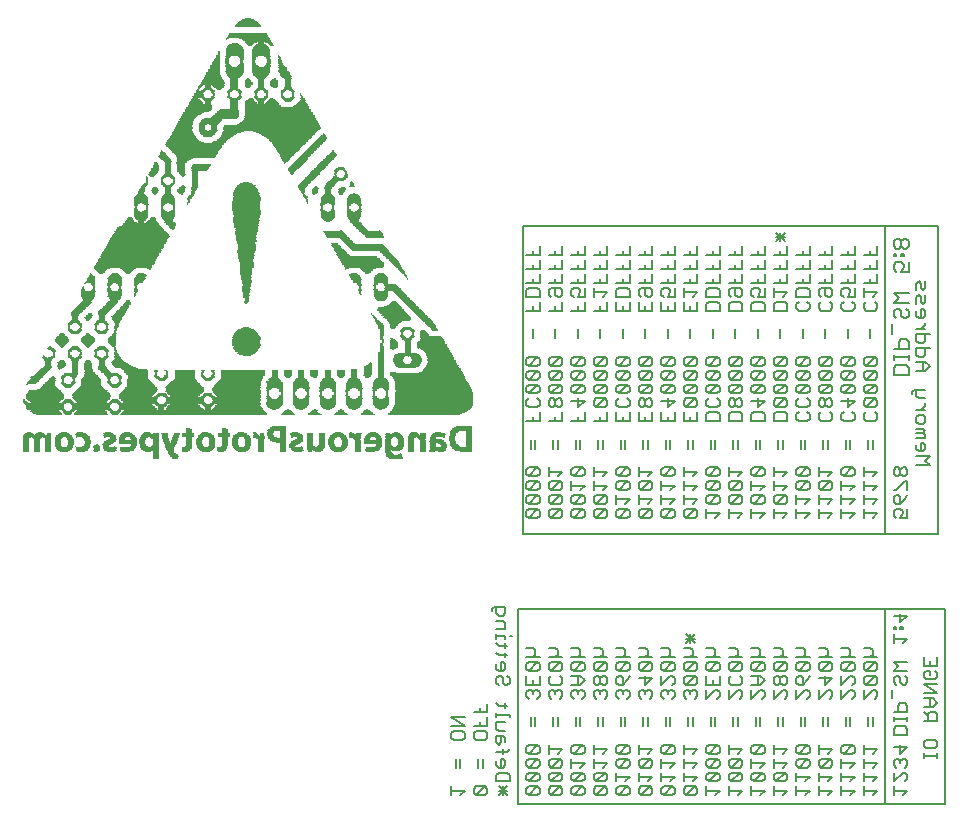
<source format=gbr>
G04 EAGLE Gerber RS-274X export*
G75*
%MOMM*%
%FSLAX34Y34*%
%LPD*%
%INSilkscreen Bottom*%
%IPPOS*%
%AMOC8*
5,1,8,0,0,1.08239X$1,22.5*%
G01*
%ADD10C,0.127000*%
%ADD11C,0.152400*%
%ADD12C,0.177800*%
%ADD13R,1.117600X0.025400*%
%ADD14R,0.457200X0.025400*%
%ADD15R,0.533400X0.025400*%
%ADD16R,1.193800X0.025400*%
%ADD17R,0.558800X0.025400*%
%ADD18R,0.609600X0.025400*%
%ADD19R,1.219200X0.025400*%
%ADD20R,0.660400X0.025400*%
%ADD21R,1.244600X0.025400*%
%ADD22R,0.685800X0.025400*%
%ADD23R,1.270000X0.025400*%
%ADD24R,1.295400X0.025400*%
%ADD25R,0.711200X0.025400*%
%ADD26R,0.304800X0.025400*%
%ADD27R,0.635000X0.025400*%
%ADD28R,0.152400X0.025400*%
%ADD29R,0.584200X0.025400*%
%ADD30R,0.076200X0.025400*%
%ADD31R,0.508000X0.025400*%
%ADD32R,0.482600X0.025400*%
%ADD33R,0.330200X0.025400*%
%ADD34R,0.355600X0.025400*%
%ADD35R,0.431800X0.025400*%
%ADD36R,0.381000X0.025400*%
%ADD37R,0.406400X0.025400*%
%ADD38R,0.228600X0.025400*%
%ADD39R,0.254000X0.025400*%
%ADD40R,1.041400X0.025400*%
%ADD41R,0.762000X0.025400*%
%ADD42R,0.736600X0.025400*%
%ADD43R,0.965200X0.025400*%
%ADD44R,0.863600X0.025400*%
%ADD45R,0.787400X0.025400*%
%ADD46R,0.889000X0.025400*%
%ADD47R,0.812800X0.025400*%
%ADD48R,1.016000X0.025400*%
%ADD49R,0.914400X0.025400*%
%ADD50R,0.838200X0.025400*%
%ADD51R,0.939800X0.025400*%
%ADD52R,1.346200X0.025400*%
%ADD53R,0.990600X0.025400*%
%ADD54R,1.422400X0.025400*%
%ADD55R,1.143000X0.025400*%
%ADD56R,1.092200X0.025400*%
%ADD57R,1.371600X0.025400*%
%ADD58R,1.320800X0.025400*%
%ADD59R,1.397000X0.025400*%
%ADD60R,1.168400X0.025400*%
%ADD61R,1.498600X0.025400*%
%ADD62R,1.066800X0.025400*%
%ADD63R,1.524000X0.025400*%
%ADD64R,1.447800X0.025400*%
%ADD65R,1.549400X0.025400*%
%ADD66R,1.473200X0.025400*%
%ADD67R,1.600200X0.025400*%
%ADD68R,1.625600X0.025400*%
%ADD69R,1.651000X0.025400*%
%ADD70R,1.676400X0.025400*%
%ADD71R,0.279400X0.025400*%
%ADD72R,0.127000X0.025400*%
%ADD73R,0.177800X0.025400*%
%ADD74R,0.101600X0.025400*%
%ADD75R,0.050800X0.025400*%
%ADD76R,0.025400X0.025400*%
%ADD77R,2.311400X0.025400*%
%ADD78R,2.286000X0.025400*%
%ADD79R,0.203200X0.025400*%
%ADD80R,1.727200X0.025400*%
%ADD81R,1.574800X0.025400*%
%ADD82R,5.943600X0.025400*%
%ADD83R,12.446000X0.025400*%
%ADD84R,2.895600X0.025400*%
%ADD85R,2.032000X0.025400*%
%ADD86R,6.019800X0.025400*%
%ADD87R,12.344400X0.025400*%
%ADD88R,2.844800X0.025400*%
%ADD89R,2.133600X0.025400*%
%ADD90R,6.045200X0.025400*%
%ADD91R,12.319000X0.025400*%
%ADD92R,2.794000X0.025400*%
%ADD93R,6.096000X0.025400*%
%ADD94R,12.217400X0.025400*%
%ADD95R,2.743200X0.025400*%
%ADD96R,2.209800X0.025400*%
%ADD97R,6.172200X0.025400*%
%ADD98R,12.166600X0.025400*%
%ADD99R,2.692400X0.025400*%
%ADD100R,12.115800X0.025400*%
%ADD101R,2.641600X0.025400*%
%ADD102R,6.197600X0.025400*%
%ADD103R,12.065000X0.025400*%
%ADD104R,2.590800X0.025400*%
%ADD105R,2.362200X0.025400*%
%ADD106R,6.324600X0.025400*%
%ADD107R,12.014200X0.025400*%
%ADD108R,2.565400X0.025400*%
%ADD109R,2.438400X0.025400*%
%ADD110R,2.540000X0.025400*%
%ADD111R,6.350000X0.025400*%
%ADD112R,2.514600X0.025400*%
%ADD113R,2.489200X0.025400*%
%ADD114R,6.400800X0.025400*%
%ADD115R,11.887200X0.025400*%
%ADD116R,2.387600X0.025400*%
%ADD117R,2.413000X0.025400*%
%ADD118R,2.336800X0.025400*%
%ADD119R,11.861800X0.025400*%
%ADD120R,6.426200X0.025400*%
%ADD121R,11.811000X0.025400*%
%ADD122R,6.451600X0.025400*%
%ADD123R,6.527800X0.025400*%
%ADD124R,4.318000X0.025400*%
%ADD125R,3.276600X0.025400*%
%ADD126R,3.302000X0.025400*%
%ADD127R,3.429000X0.025400*%
%ADD128R,3.200400X0.025400*%
%ADD129R,6.477000X0.025400*%
%ADD130R,4.241800X0.025400*%
%ADD131R,3.251200X0.025400*%
%ADD132R,3.352800X0.025400*%
%ADD133R,3.175000X0.025400*%
%ADD134R,4.216400X0.025400*%
%ADD135R,3.327400X0.025400*%
%ADD136R,4.191000X0.025400*%
%ADD137R,3.124200X0.025400*%
%ADD138R,3.225800X0.025400*%
%ADD139R,4.165600X0.025400*%
%ADD140R,3.048000X0.025400*%
%ADD141R,3.149600X0.025400*%
%ADD142R,6.502400X0.025400*%
%ADD143R,4.114800X0.025400*%
%ADD144R,3.022600X0.025400*%
%ADD145R,4.064000X0.025400*%
%ADD146R,2.997200X0.025400*%
%ADD147R,6.578600X0.025400*%
%ADD148R,4.013200X0.025400*%
%ADD149R,2.946400X0.025400*%
%ADD150R,3.987800X0.025400*%
%ADD151R,6.553200X0.025400*%
%ADD152R,3.937000X0.025400*%
%ADD153R,3.911600X0.025400*%
%ADD154R,3.860800X0.025400*%
%ADD155R,3.835400X0.025400*%
%ADD156R,2.971800X0.025400*%
%ADD157R,3.810000X0.025400*%
%ADD158R,2.921000X0.025400*%
%ADD159R,3.784600X0.025400*%
%ADD160R,3.759200X0.025400*%
%ADD161R,3.708400X0.025400*%
%ADD162R,3.683000X0.025400*%
%ADD163R,2.870200X0.025400*%
%ADD164R,3.657600X0.025400*%
%ADD165R,3.632200X0.025400*%
%ADD166R,3.378200X0.025400*%
%ADD167R,3.403600X0.025400*%
%ADD168R,4.140200X0.025400*%
%ADD169R,4.089400X0.025400*%
%ADD170R,2.463800X0.025400*%
%ADD171R,2.616200X0.025400*%
%ADD172R,4.038600X0.025400*%
%ADD173R,2.667000X0.025400*%
%ADD174R,2.768600X0.025400*%
%ADD175R,2.819400X0.025400*%
%ADD176R,3.073400X0.025400*%
%ADD177R,3.098800X0.025400*%
%ADD178R,3.733800X0.025400*%
%ADD179R,2.717800X0.025400*%
%ADD180R,3.886200X0.025400*%
%ADD181R,3.962400X0.025400*%
%ADD182R,1.879600X0.025400*%
%ADD183R,1.854200X0.025400*%
%ADD184R,2.260600X0.025400*%
%ADD185R,2.159000X0.025400*%
%ADD186R,2.108200X0.025400*%
%ADD187R,6.375400X0.025400*%
%ADD188R,2.057400X0.025400*%
%ADD189R,2.006600X0.025400*%
%ADD190R,1.955800X0.025400*%
%ADD191R,1.930400X0.025400*%
%ADD192R,1.828800X0.025400*%
%ADD193R,1.752600X0.025400*%
%ADD194R,6.299200X0.025400*%
%ADD195R,6.273800X0.025400*%
%ADD196R,1.701800X0.025400*%
%ADD197R,2.235200X0.025400*%
%ADD198R,6.248400X0.025400*%
%ADD199R,2.184400X0.025400*%
%ADD200R,6.223000X0.025400*%
%ADD201R,6.146800X0.025400*%
%ADD202R,3.606800X0.025400*%
%ADD203R,3.581400X0.025400*%
%ADD204R,1.981200X0.025400*%
%ADD205R,3.556000X0.025400*%
%ADD206R,2.082800X0.025400*%
%ADD207R,3.530600X0.025400*%
%ADD208R,1.905000X0.025400*%
%ADD209R,3.505200X0.025400*%
%ADD210R,1.803400X0.025400*%
%ADD211R,3.479800X0.025400*%
%ADD212R,1.778000X0.025400*%
%ADD213R,3.454400X0.025400*%
%ADD214R,6.121400X0.025400*%
%ADD215R,4.826000X0.025400*%
%ADD216R,4.800600X0.025400*%
%ADD217R,4.851400X0.025400*%
%ADD218R,4.775200X0.025400*%
%ADD219R,4.749800X0.025400*%
%ADD220R,4.724400X0.025400*%
%ADD221R,4.673600X0.025400*%
%ADD222R,4.622800X0.025400*%
%ADD223R,4.572000X0.025400*%
%ADD224R,4.521200X0.025400*%
%ADD225R,4.495800X0.025400*%
%ADD226R,4.419600X0.025400*%
%ADD227R,4.394200X0.025400*%
%ADD228R,4.343400X0.025400*%
%ADD229R,4.292600X0.025400*%
%ADD230R,4.470400X0.025400*%
%ADD231R,4.546600X0.025400*%
%ADD232R,4.597400X0.025400*%
%ADD233R,4.648200X0.025400*%
%ADD234R,4.699000X0.025400*%
%ADD235R,4.876800X0.025400*%
%ADD236R,4.902200X0.025400*%
%ADD237R,4.953000X0.025400*%
%ADD238R,4.927600X0.025400*%
%ADD239R,4.368800X0.025400*%
%ADD240R,5.130800X0.025400*%
%ADD241R,5.283200X0.025400*%
%ADD242R,5.308600X0.025400*%
%ADD243R,5.486400X0.025400*%
%ADD244R,8.001000X0.025400*%
%ADD245R,8.026400X0.025400*%
%ADD246R,8.077200X0.025400*%
%ADD247R,8.102600X0.025400*%
%ADD248R,8.153400X0.025400*%
%ADD249R,8.178800X0.025400*%
%ADD250R,8.229600X0.025400*%
%ADD251R,8.255000X0.025400*%
%ADD252R,8.204200X0.025400*%
%ADD253R,8.128000X0.025400*%
%ADD254R,8.051800X0.025400*%
%ADD255R,7.950200X0.025400*%
%ADD256R,7.924800X0.025400*%
%ADD257R,7.010400X0.025400*%
%ADD258R,6.908800X0.025400*%
%ADD259R,6.832600X0.025400*%
%ADD260R,6.680200X0.025400*%
%ADD261R,6.654800X0.025400*%
%ADD262R,6.070600X0.025400*%
%ADD263R,5.994400X0.025400*%
%ADD264R,5.918200X0.025400*%
%ADD265R,5.892800X0.025400*%
%ADD266R,5.867400X0.025400*%
%ADD267R,5.816600X0.025400*%
%ADD268R,5.791200X0.025400*%
%ADD269R,5.765800X0.025400*%
%ADD270R,5.740400X0.025400*%
%ADD271R,5.715000X0.025400*%
%ADD272R,5.689600X0.025400*%
%ADD273R,5.664200X0.025400*%
%ADD274R,5.638800X0.025400*%
%ADD275R,5.588000X0.025400*%
%ADD276R,5.562600X0.025400*%
%ADD277R,5.537200X0.025400*%
%ADD278R,5.511800X0.025400*%
%ADD279R,5.435600X0.025400*%


D10*
X812800Y127000D02*
X762000Y127000D01*
X450850Y127000D01*
X450850Y292100D01*
X454819Y355600D02*
X762000Y355600D01*
X806450Y355600D01*
X812800Y292100D02*
X812800Y127000D01*
X762000Y127000D02*
X762000Y292100D01*
X806450Y355600D02*
X806450Y615950D01*
X762000Y615950D01*
X454819Y615950D01*
X454819Y355600D01*
X762000Y355600D02*
X762000Y615950D01*
X762000Y292100D02*
X812800Y292100D01*
X762000Y292100D02*
X450850Y292100D01*
D11*
X794512Y169591D02*
X794512Y165862D01*
X794512Y167726D02*
X805698Y167726D01*
X805698Y165862D02*
X805698Y169591D01*
X805698Y175522D02*
X805698Y179251D01*
X805698Y175522D02*
X803833Y173658D01*
X796376Y173658D01*
X794512Y175522D01*
X794512Y179251D01*
X796376Y181115D01*
X803833Y181115D01*
X805698Y179251D01*
X805698Y197046D02*
X794512Y197046D01*
X805698Y197046D02*
X805698Y202639D01*
X803833Y204503D01*
X800105Y204503D01*
X798241Y202639D01*
X798241Y197046D01*
X798241Y200774D02*
X794512Y204503D01*
X794512Y208740D02*
X801969Y208740D01*
X805698Y212468D01*
X801969Y216197D01*
X794512Y216197D01*
X800105Y216197D02*
X800105Y208740D01*
X794512Y220434D02*
X805698Y220434D01*
X794512Y227891D01*
X805698Y227891D01*
X805698Y237721D02*
X803833Y239585D01*
X805698Y237721D02*
X805698Y233992D01*
X803833Y232128D01*
X796376Y232128D01*
X794512Y233992D01*
X794512Y237721D01*
X796376Y239585D01*
X800105Y239585D01*
X800105Y235856D01*
X805698Y243822D02*
X805698Y251279D01*
X805698Y243822D02*
X794512Y243822D01*
X794512Y251279D01*
X800105Y247550D02*
X800105Y243822D01*
X780298Y184912D02*
X769112Y184912D01*
X769112Y190505D01*
X770976Y192369D01*
X778433Y192369D01*
X780298Y190505D01*
X780298Y184912D01*
X769112Y196606D02*
X769112Y200334D01*
X769112Y198470D02*
X780298Y198470D01*
X780298Y196606D02*
X780298Y200334D01*
X780298Y204402D02*
X769112Y204402D01*
X780298Y204402D02*
X780298Y209995D01*
X778433Y211859D01*
X774705Y211859D01*
X772841Y209995D01*
X772841Y204402D01*
X767248Y216096D02*
X767248Y223553D01*
X778433Y235247D02*
X780298Y233383D01*
X780298Y229654D01*
X778433Y227790D01*
X776569Y227790D01*
X774705Y229654D01*
X774705Y233383D01*
X772841Y235247D01*
X770976Y235247D01*
X769112Y233383D01*
X769112Y229654D01*
X770976Y227790D01*
X769112Y239484D02*
X780298Y239484D01*
X772841Y243212D02*
X769112Y239484D01*
X772841Y243212D02*
X769112Y246941D01*
X780298Y246941D01*
X776569Y262872D02*
X780298Y266600D01*
X769112Y266600D01*
X769112Y262872D02*
X769112Y270329D01*
X776569Y274566D02*
X776569Y276430D01*
X774705Y276430D01*
X774705Y274566D01*
X776569Y274566D01*
X770976Y274566D02*
X770976Y276430D01*
X769112Y276430D01*
X769112Y274566D01*
X770976Y274566D01*
X769112Y286005D02*
X780298Y286005D01*
X774705Y280413D01*
X774705Y287870D01*
X780298Y137841D02*
X776569Y134112D01*
X780298Y137841D02*
X769112Y137841D01*
X769112Y141569D02*
X769112Y134112D01*
X769112Y145806D02*
X769112Y153263D01*
X769112Y145806D02*
X776569Y153263D01*
X778433Y153263D01*
X780298Y151399D01*
X780298Y147670D01*
X778433Y145806D01*
X778433Y157500D02*
X780298Y159364D01*
X780298Y163093D01*
X778433Y164957D01*
X776569Y164957D01*
X774705Y163093D01*
X774705Y161228D01*
X774705Y163093D02*
X772841Y164957D01*
X770976Y164957D01*
X769112Y163093D01*
X769112Y159364D01*
X770976Y157500D01*
X769112Y174787D02*
X780298Y174787D01*
X774705Y169194D01*
X774705Y176651D01*
X754898Y137841D02*
X751169Y134112D01*
X754898Y137841D02*
X743712Y137841D01*
X743712Y141569D02*
X743712Y134112D01*
X751169Y145806D02*
X754898Y149534D01*
X743712Y149534D01*
X743712Y145806D02*
X743712Y153263D01*
X751169Y157500D02*
X754898Y161228D01*
X743712Y161228D01*
X743712Y157500D02*
X743712Y164957D01*
X751169Y169194D02*
X754898Y172922D01*
X743712Y172922D01*
X743712Y169194D02*
X743712Y176651D01*
X747441Y192582D02*
X747441Y200039D01*
X751169Y200039D02*
X751169Y192582D01*
X743712Y215970D02*
X743712Y223427D01*
X743712Y215970D02*
X751169Y223427D01*
X753033Y223427D01*
X754898Y221563D01*
X754898Y217834D01*
X753033Y215970D01*
X753033Y227664D02*
X745576Y227664D01*
X753033Y227664D02*
X754898Y229528D01*
X754898Y233257D01*
X753033Y235121D01*
X745576Y235121D01*
X743712Y233257D01*
X743712Y229528D01*
X745576Y227664D01*
X753033Y235121D01*
X753033Y239358D02*
X745576Y239358D01*
X753033Y239358D02*
X754898Y241222D01*
X754898Y244950D01*
X753033Y246815D01*
X745576Y246815D01*
X743712Y244950D01*
X743712Y241222D01*
X745576Y239358D01*
X753033Y246815D01*
X754898Y251052D02*
X743712Y251052D01*
X749305Y251052D02*
X751169Y252916D01*
X751169Y256644D01*
X749305Y258509D01*
X743712Y258509D01*
X735848Y137841D02*
X732119Y134112D01*
X735848Y137841D02*
X724662Y137841D01*
X724662Y141569D02*
X724662Y134112D01*
X732119Y145806D02*
X735848Y149534D01*
X724662Y149534D01*
X724662Y145806D02*
X724662Y153263D01*
X732119Y157500D02*
X735848Y161228D01*
X724662Y161228D01*
X724662Y157500D02*
X724662Y164957D01*
X726526Y169194D02*
X733983Y169194D01*
X735848Y171058D01*
X735848Y174787D01*
X733983Y176651D01*
X726526Y176651D01*
X724662Y174787D01*
X724662Y171058D01*
X726526Y169194D01*
X733983Y176651D01*
X728391Y192582D02*
X728391Y200039D01*
X732119Y200039D02*
X732119Y192582D01*
X724662Y215970D02*
X724662Y223427D01*
X724662Y215970D02*
X732119Y223427D01*
X733983Y223427D01*
X735848Y221563D01*
X735848Y217834D01*
X733983Y215970D01*
X724662Y227664D02*
X724662Y235121D01*
X724662Y227664D02*
X732119Y235121D01*
X733983Y235121D01*
X735848Y233257D01*
X735848Y229528D01*
X733983Y227664D01*
X733983Y239358D02*
X726526Y239358D01*
X733983Y239358D02*
X735848Y241222D01*
X735848Y244950D01*
X733983Y246815D01*
X726526Y246815D01*
X724662Y244950D01*
X724662Y241222D01*
X726526Y239358D01*
X733983Y246815D01*
X735848Y251052D02*
X724662Y251052D01*
X730255Y251052D02*
X732119Y252916D01*
X732119Y256644D01*
X730255Y258509D01*
X724662Y258509D01*
X716798Y137841D02*
X713069Y134112D01*
X716798Y137841D02*
X705612Y137841D01*
X705612Y141569D02*
X705612Y134112D01*
X713069Y145806D02*
X716798Y149534D01*
X705612Y149534D01*
X705612Y145806D02*
X705612Y153263D01*
X707476Y157500D02*
X714933Y157500D01*
X716798Y159364D01*
X716798Y163093D01*
X714933Y164957D01*
X707476Y164957D01*
X705612Y163093D01*
X705612Y159364D01*
X707476Y157500D01*
X714933Y164957D01*
X713069Y169194D02*
X716798Y172922D01*
X705612Y172922D01*
X705612Y169194D02*
X705612Y176651D01*
X709341Y192582D02*
X709341Y200039D01*
X713069Y200039D02*
X713069Y192582D01*
X705612Y215970D02*
X705612Y223427D01*
X705612Y215970D02*
X713069Y223427D01*
X714933Y223427D01*
X716798Y221563D01*
X716798Y217834D01*
X714933Y215970D01*
X716798Y233257D02*
X705612Y233257D01*
X711205Y227664D02*
X716798Y233257D01*
X711205Y235121D02*
X711205Y227664D01*
X714933Y239358D02*
X707476Y239358D01*
X714933Y239358D02*
X716798Y241222D01*
X716798Y244950D01*
X714933Y246815D01*
X707476Y246815D01*
X705612Y244950D01*
X705612Y241222D01*
X707476Y239358D01*
X714933Y246815D01*
X716798Y251052D02*
X705612Y251052D01*
X711205Y251052D02*
X713069Y252916D01*
X713069Y256644D01*
X711205Y258509D01*
X705612Y258509D01*
X697748Y137841D02*
X694019Y134112D01*
X697748Y137841D02*
X686562Y137841D01*
X686562Y141569D02*
X686562Y134112D01*
X694019Y145806D02*
X697748Y149534D01*
X686562Y149534D01*
X686562Y145806D02*
X686562Y153263D01*
X688426Y157500D02*
X695883Y157500D01*
X697748Y159364D01*
X697748Y163093D01*
X695883Y164957D01*
X688426Y164957D01*
X686562Y163093D01*
X686562Y159364D01*
X688426Y157500D01*
X695883Y164957D01*
X695883Y169194D02*
X688426Y169194D01*
X695883Y169194D02*
X697748Y171058D01*
X697748Y174787D01*
X695883Y176651D01*
X688426Y176651D01*
X686562Y174787D01*
X686562Y171058D01*
X688426Y169194D01*
X695883Y176651D01*
X690291Y192582D02*
X690291Y200039D01*
X694019Y200039D02*
X694019Y192582D01*
X686562Y215970D02*
X686562Y223427D01*
X686562Y215970D02*
X694019Y223427D01*
X695883Y223427D01*
X697748Y221563D01*
X697748Y217834D01*
X695883Y215970D01*
X695883Y231392D02*
X697748Y235121D01*
X695883Y231392D02*
X692155Y227664D01*
X688426Y227664D01*
X686562Y229528D01*
X686562Y233257D01*
X688426Y235121D01*
X690291Y235121D01*
X692155Y233257D01*
X692155Y227664D01*
X695883Y239358D02*
X688426Y239358D01*
X695883Y239358D02*
X697748Y241222D01*
X697748Y244950D01*
X695883Y246815D01*
X688426Y246815D01*
X686562Y244950D01*
X686562Y241222D01*
X688426Y239358D01*
X695883Y246815D01*
X697748Y251052D02*
X686562Y251052D01*
X692155Y251052D02*
X694019Y252916D01*
X694019Y256644D01*
X692155Y258509D01*
X686562Y258509D01*
X678698Y137841D02*
X674969Y134112D01*
X678698Y137841D02*
X667512Y137841D01*
X667512Y141569D02*
X667512Y134112D01*
X669376Y145806D02*
X676833Y145806D01*
X678698Y147670D01*
X678698Y151399D01*
X676833Y153263D01*
X669376Y153263D01*
X667512Y151399D01*
X667512Y147670D01*
X669376Y145806D01*
X676833Y153263D01*
X674969Y157500D02*
X678698Y161228D01*
X667512Y161228D01*
X667512Y157500D02*
X667512Y164957D01*
X674969Y169194D02*
X678698Y172922D01*
X667512Y172922D01*
X667512Y169194D02*
X667512Y176651D01*
X671241Y192582D02*
X671241Y200039D01*
X674969Y200039D02*
X674969Y192582D01*
X667512Y215970D02*
X667512Y223427D01*
X667512Y215970D02*
X674969Y223427D01*
X676833Y223427D01*
X678698Y221563D01*
X678698Y217834D01*
X676833Y215970D01*
X676833Y227664D02*
X678698Y229528D01*
X678698Y233257D01*
X676833Y235121D01*
X674969Y235121D01*
X673105Y233257D01*
X671241Y235121D01*
X669376Y235121D01*
X667512Y233257D01*
X667512Y229528D01*
X669376Y227664D01*
X671241Y227664D01*
X673105Y229528D01*
X674969Y227664D01*
X676833Y227664D01*
X673105Y229528D02*
X673105Y233257D01*
X676833Y239358D02*
X669376Y239358D01*
X676833Y239358D02*
X678698Y241222D01*
X678698Y244950D01*
X676833Y246815D01*
X669376Y246815D01*
X667512Y244950D01*
X667512Y241222D01*
X669376Y239358D01*
X676833Y246815D01*
X678698Y251052D02*
X667512Y251052D01*
X673105Y251052D02*
X674969Y252916D01*
X674969Y256644D01*
X673105Y258509D01*
X667512Y258509D01*
X659648Y137841D02*
X655919Y134112D01*
X659648Y137841D02*
X648462Y137841D01*
X648462Y141569D02*
X648462Y134112D01*
X650326Y145806D02*
X657783Y145806D01*
X659648Y147670D01*
X659648Y151399D01*
X657783Y153263D01*
X650326Y153263D01*
X648462Y151399D01*
X648462Y147670D01*
X650326Y145806D01*
X657783Y153263D01*
X655919Y157500D02*
X659648Y161228D01*
X648462Y161228D01*
X648462Y157500D02*
X648462Y164957D01*
X650326Y169194D02*
X657783Y169194D01*
X659648Y171058D01*
X659648Y174787D01*
X657783Y176651D01*
X650326Y176651D01*
X648462Y174787D01*
X648462Y171058D01*
X650326Y169194D01*
X657783Y176651D01*
X652191Y192582D02*
X652191Y200039D01*
X655919Y200039D02*
X655919Y192582D01*
X648462Y215970D02*
X648462Y223427D01*
X648462Y215970D02*
X655919Y223427D01*
X657783Y223427D01*
X659648Y221563D01*
X659648Y217834D01*
X657783Y215970D01*
X655919Y227664D02*
X648462Y227664D01*
X655919Y227664D02*
X659648Y231392D01*
X655919Y235121D01*
X648462Y235121D01*
X654055Y235121D02*
X654055Y227664D01*
X657783Y239358D02*
X650326Y239358D01*
X657783Y239358D02*
X659648Y241222D01*
X659648Y244950D01*
X657783Y246815D01*
X650326Y246815D01*
X648462Y244950D01*
X648462Y241222D01*
X650326Y239358D01*
X657783Y246815D01*
X659648Y251052D02*
X648462Y251052D01*
X654055Y251052D02*
X655919Y252916D01*
X655919Y256644D01*
X654055Y258509D01*
X648462Y258509D01*
X640598Y137841D02*
X636869Y134112D01*
X640598Y137841D02*
X629412Y137841D01*
X629412Y141569D02*
X629412Y134112D01*
X631276Y145806D02*
X638733Y145806D01*
X640598Y147670D01*
X640598Y151399D01*
X638733Y153263D01*
X631276Y153263D01*
X629412Y151399D01*
X629412Y147670D01*
X631276Y145806D01*
X638733Y153263D01*
X638733Y157500D02*
X631276Y157500D01*
X638733Y157500D02*
X640598Y159364D01*
X640598Y163093D01*
X638733Y164957D01*
X631276Y164957D01*
X629412Y163093D01*
X629412Y159364D01*
X631276Y157500D01*
X638733Y164957D01*
X636869Y169194D02*
X640598Y172922D01*
X629412Y172922D01*
X629412Y169194D02*
X629412Y176651D01*
X633141Y192582D02*
X633141Y200039D01*
X636869Y200039D02*
X636869Y192582D01*
X629412Y215970D02*
X629412Y223427D01*
X629412Y215970D02*
X636869Y223427D01*
X638733Y223427D01*
X640598Y221563D01*
X640598Y217834D01*
X638733Y215970D01*
X640598Y233257D02*
X638733Y235121D01*
X640598Y233257D02*
X640598Y229528D01*
X638733Y227664D01*
X631276Y227664D01*
X629412Y229528D01*
X629412Y233257D01*
X631276Y235121D01*
X631276Y239358D02*
X638733Y239358D01*
X640598Y241222D01*
X640598Y244950D01*
X638733Y246815D01*
X631276Y246815D01*
X629412Y244950D01*
X629412Y241222D01*
X631276Y239358D01*
X638733Y246815D01*
X640598Y251052D02*
X629412Y251052D01*
X635005Y251052D02*
X636869Y252916D01*
X636869Y256644D01*
X635005Y258509D01*
X629412Y258509D01*
X621548Y137841D02*
X617819Y134112D01*
X621548Y137841D02*
X610362Y137841D01*
X610362Y141569D02*
X610362Y134112D01*
X612226Y145806D02*
X619683Y145806D01*
X621548Y147670D01*
X621548Y151399D01*
X619683Y153263D01*
X612226Y153263D01*
X610362Y151399D01*
X610362Y147670D01*
X612226Y145806D01*
X619683Y153263D01*
X619683Y157500D02*
X612226Y157500D01*
X619683Y157500D02*
X621548Y159364D01*
X621548Y163093D01*
X619683Y164957D01*
X612226Y164957D01*
X610362Y163093D01*
X610362Y159364D01*
X612226Y157500D01*
X619683Y164957D01*
X619683Y169194D02*
X612226Y169194D01*
X619683Y169194D02*
X621548Y171058D01*
X621548Y174787D01*
X619683Y176651D01*
X612226Y176651D01*
X610362Y174787D01*
X610362Y171058D01*
X612226Y169194D01*
X619683Y176651D01*
X614091Y192582D02*
X614091Y200039D01*
X617819Y200039D02*
X617819Y192582D01*
X610362Y215970D02*
X610362Y223427D01*
X610362Y215970D02*
X617819Y223427D01*
X619683Y223427D01*
X621548Y221563D01*
X621548Y217834D01*
X619683Y215970D01*
X621548Y227664D02*
X621548Y235121D01*
X621548Y227664D02*
X610362Y227664D01*
X610362Y235121D01*
X615955Y231392D02*
X615955Y227664D01*
X619683Y239358D02*
X612226Y239358D01*
X619683Y239358D02*
X621548Y241222D01*
X621548Y244950D01*
X619683Y246815D01*
X612226Y246815D01*
X610362Y244950D01*
X610362Y241222D01*
X612226Y239358D01*
X619683Y246815D01*
X621548Y251052D02*
X610362Y251052D01*
X615955Y251052D02*
X617819Y252916D01*
X617819Y256644D01*
X615955Y258509D01*
X610362Y258509D01*
X600633Y134112D02*
X593176Y134112D01*
X600633Y134112D02*
X602498Y135976D01*
X602498Y139705D01*
X600633Y141569D01*
X593176Y141569D01*
X591312Y139705D01*
X591312Y135976D01*
X593176Y134112D01*
X600633Y141569D01*
X598769Y145806D02*
X602498Y149534D01*
X591312Y149534D01*
X591312Y145806D02*
X591312Y153263D01*
X598769Y157500D02*
X602498Y161228D01*
X591312Y161228D01*
X591312Y157500D02*
X591312Y164957D01*
X598769Y169194D02*
X602498Y172922D01*
X591312Y172922D01*
X591312Y169194D02*
X591312Y176651D01*
X595041Y192582D02*
X595041Y200039D01*
X598769Y200039D02*
X598769Y192582D01*
X600633Y215970D02*
X602498Y217834D01*
X602498Y221563D01*
X600633Y223427D01*
X598769Y223427D01*
X596905Y221563D01*
X596905Y219698D01*
X596905Y221563D02*
X595041Y223427D01*
X593176Y223427D01*
X591312Y221563D01*
X591312Y217834D01*
X593176Y215970D01*
X593176Y227664D02*
X600633Y227664D01*
X602498Y229528D01*
X602498Y233257D01*
X600633Y235121D01*
X593176Y235121D01*
X591312Y233257D01*
X591312Y229528D01*
X593176Y227664D01*
X600633Y235121D01*
X600633Y239358D02*
X593176Y239358D01*
X600633Y239358D02*
X602498Y241222D01*
X602498Y244950D01*
X600633Y246815D01*
X593176Y246815D01*
X591312Y244950D01*
X591312Y241222D01*
X593176Y239358D01*
X600633Y246815D01*
X602498Y251052D02*
X591312Y251052D01*
X596905Y251052D02*
X598769Y252916D01*
X598769Y256644D01*
X596905Y258509D01*
X591312Y258509D01*
X600633Y262746D02*
X593176Y270203D01*
X593176Y262746D02*
X600633Y270203D01*
X596905Y270203D02*
X596905Y262746D01*
X593176Y266474D02*
X600633Y266474D01*
X581583Y134112D02*
X574126Y134112D01*
X581583Y134112D02*
X583448Y135976D01*
X583448Y139705D01*
X581583Y141569D01*
X574126Y141569D01*
X572262Y139705D01*
X572262Y135976D01*
X574126Y134112D01*
X581583Y141569D01*
X579719Y145806D02*
X583448Y149534D01*
X572262Y149534D01*
X572262Y145806D02*
X572262Y153263D01*
X579719Y157500D02*
X583448Y161228D01*
X572262Y161228D01*
X572262Y157500D02*
X572262Y164957D01*
X574126Y169194D02*
X581583Y169194D01*
X583448Y171058D01*
X583448Y174787D01*
X581583Y176651D01*
X574126Y176651D01*
X572262Y174787D01*
X572262Y171058D01*
X574126Y169194D01*
X581583Y176651D01*
X575991Y192582D02*
X575991Y200039D01*
X579719Y200039D02*
X579719Y192582D01*
X581583Y215970D02*
X583448Y217834D01*
X583448Y221563D01*
X581583Y223427D01*
X579719Y223427D01*
X577855Y221563D01*
X577855Y219698D01*
X577855Y221563D02*
X575991Y223427D01*
X574126Y223427D01*
X572262Y221563D01*
X572262Y217834D01*
X574126Y215970D01*
X572262Y227664D02*
X572262Y235121D01*
X572262Y227664D02*
X579719Y235121D01*
X581583Y235121D01*
X583448Y233257D01*
X583448Y229528D01*
X581583Y227664D01*
X581583Y239358D02*
X574126Y239358D01*
X581583Y239358D02*
X583448Y241222D01*
X583448Y244950D01*
X581583Y246815D01*
X574126Y246815D01*
X572262Y244950D01*
X572262Y241222D01*
X574126Y239358D01*
X581583Y246815D01*
X583448Y251052D02*
X572262Y251052D01*
X577855Y251052D02*
X579719Y252916D01*
X579719Y256644D01*
X577855Y258509D01*
X572262Y258509D01*
X562533Y134112D02*
X555076Y134112D01*
X562533Y134112D02*
X564398Y135976D01*
X564398Y139705D01*
X562533Y141569D01*
X555076Y141569D01*
X553212Y139705D01*
X553212Y135976D01*
X555076Y134112D01*
X562533Y141569D01*
X560669Y145806D02*
X564398Y149534D01*
X553212Y149534D01*
X553212Y145806D02*
X553212Y153263D01*
X555076Y157500D02*
X562533Y157500D01*
X564398Y159364D01*
X564398Y163093D01*
X562533Y164957D01*
X555076Y164957D01*
X553212Y163093D01*
X553212Y159364D01*
X555076Y157500D01*
X562533Y164957D01*
X560669Y169194D02*
X564398Y172922D01*
X553212Y172922D01*
X553212Y169194D02*
X553212Y176651D01*
X556941Y192582D02*
X556941Y200039D01*
X560669Y200039D02*
X560669Y192582D01*
X562533Y215970D02*
X564398Y217834D01*
X564398Y221563D01*
X562533Y223427D01*
X560669Y223427D01*
X558805Y221563D01*
X558805Y219698D01*
X558805Y221563D02*
X556941Y223427D01*
X555076Y223427D01*
X553212Y221563D01*
X553212Y217834D01*
X555076Y215970D01*
X553212Y233257D02*
X564398Y233257D01*
X558805Y227664D01*
X558805Y235121D01*
X562533Y239358D02*
X555076Y239358D01*
X562533Y239358D02*
X564398Y241222D01*
X564398Y244950D01*
X562533Y246815D01*
X555076Y246815D01*
X553212Y244950D01*
X553212Y241222D01*
X555076Y239358D01*
X562533Y246815D01*
X564398Y251052D02*
X553212Y251052D01*
X558805Y251052D02*
X560669Y252916D01*
X560669Y256644D01*
X558805Y258509D01*
X553212Y258509D01*
X543483Y134112D02*
X536026Y134112D01*
X543483Y134112D02*
X545348Y135976D01*
X545348Y139705D01*
X543483Y141569D01*
X536026Y141569D01*
X534162Y139705D01*
X534162Y135976D01*
X536026Y134112D01*
X543483Y141569D01*
X541619Y145806D02*
X545348Y149534D01*
X534162Y149534D01*
X534162Y145806D02*
X534162Y153263D01*
X536026Y157500D02*
X543483Y157500D01*
X545348Y159364D01*
X545348Y163093D01*
X543483Y164957D01*
X536026Y164957D01*
X534162Y163093D01*
X534162Y159364D01*
X536026Y157500D01*
X543483Y164957D01*
X543483Y169194D02*
X536026Y169194D01*
X543483Y169194D02*
X545348Y171058D01*
X545348Y174787D01*
X543483Y176651D01*
X536026Y176651D01*
X534162Y174787D01*
X534162Y171058D01*
X536026Y169194D01*
X543483Y176651D01*
X537891Y192582D02*
X537891Y200039D01*
X541619Y200039D02*
X541619Y192582D01*
X543483Y215970D02*
X545348Y217834D01*
X545348Y221563D01*
X543483Y223427D01*
X541619Y223427D01*
X539755Y221563D01*
X539755Y219698D01*
X539755Y221563D02*
X537891Y223427D01*
X536026Y223427D01*
X534162Y221563D01*
X534162Y217834D01*
X536026Y215970D01*
X543483Y231392D02*
X545348Y235121D01*
X543483Y231392D02*
X539755Y227664D01*
X536026Y227664D01*
X534162Y229528D01*
X534162Y233257D01*
X536026Y235121D01*
X537891Y235121D01*
X539755Y233257D01*
X539755Y227664D01*
X543483Y239358D02*
X536026Y239358D01*
X543483Y239358D02*
X545348Y241222D01*
X545348Y244950D01*
X543483Y246815D01*
X536026Y246815D01*
X534162Y244950D01*
X534162Y241222D01*
X536026Y239358D01*
X543483Y246815D01*
X545348Y251052D02*
X534162Y251052D01*
X539755Y251052D02*
X541619Y252916D01*
X541619Y256644D01*
X539755Y258509D01*
X534162Y258509D01*
X524433Y134112D02*
X516976Y134112D01*
X524433Y134112D02*
X526298Y135976D01*
X526298Y139705D01*
X524433Y141569D01*
X516976Y141569D01*
X515112Y139705D01*
X515112Y135976D01*
X516976Y134112D01*
X524433Y141569D01*
X524433Y145806D02*
X516976Y145806D01*
X524433Y145806D02*
X526298Y147670D01*
X526298Y151399D01*
X524433Y153263D01*
X516976Y153263D01*
X515112Y151399D01*
X515112Y147670D01*
X516976Y145806D01*
X524433Y153263D01*
X522569Y157500D02*
X526298Y161228D01*
X515112Y161228D01*
X515112Y157500D02*
X515112Y164957D01*
X522569Y169194D02*
X526298Y172922D01*
X515112Y172922D01*
X515112Y169194D02*
X515112Y176651D01*
X518841Y192582D02*
X518841Y200039D01*
X522569Y200039D02*
X522569Y192582D01*
X524433Y215970D02*
X526298Y217834D01*
X526298Y221563D01*
X524433Y223427D01*
X522569Y223427D01*
X520705Y221563D01*
X520705Y219698D01*
X520705Y221563D02*
X518841Y223427D01*
X516976Y223427D01*
X515112Y221563D01*
X515112Y217834D01*
X516976Y215970D01*
X524433Y227664D02*
X526298Y229528D01*
X526298Y233257D01*
X524433Y235121D01*
X522569Y235121D01*
X520705Y233257D01*
X518841Y235121D01*
X516976Y235121D01*
X515112Y233257D01*
X515112Y229528D01*
X516976Y227664D01*
X518841Y227664D01*
X520705Y229528D01*
X522569Y227664D01*
X524433Y227664D01*
X520705Y229528D02*
X520705Y233257D01*
X524433Y239358D02*
X516976Y239358D01*
X524433Y239358D02*
X526298Y241222D01*
X526298Y244950D01*
X524433Y246815D01*
X516976Y246815D01*
X515112Y244950D01*
X515112Y241222D01*
X516976Y239358D01*
X524433Y246815D01*
X526298Y251052D02*
X515112Y251052D01*
X520705Y251052D02*
X522569Y252916D01*
X522569Y256644D01*
X520705Y258509D01*
X515112Y258509D01*
X505383Y134112D02*
X497926Y134112D01*
X505383Y134112D02*
X507248Y135976D01*
X507248Y139705D01*
X505383Y141569D01*
X497926Y141569D01*
X496062Y139705D01*
X496062Y135976D01*
X497926Y134112D01*
X505383Y141569D01*
X505383Y145806D02*
X497926Y145806D01*
X505383Y145806D02*
X507248Y147670D01*
X507248Y151399D01*
X505383Y153263D01*
X497926Y153263D01*
X496062Y151399D01*
X496062Y147670D01*
X497926Y145806D01*
X505383Y153263D01*
X503519Y157500D02*
X507248Y161228D01*
X496062Y161228D01*
X496062Y157500D02*
X496062Y164957D01*
X497926Y169194D02*
X505383Y169194D01*
X507248Y171058D01*
X507248Y174787D01*
X505383Y176651D01*
X497926Y176651D01*
X496062Y174787D01*
X496062Y171058D01*
X497926Y169194D01*
X505383Y176651D01*
X499791Y192582D02*
X499791Y200039D01*
X503519Y200039D02*
X503519Y192582D01*
X505383Y215970D02*
X507248Y217834D01*
X507248Y221563D01*
X505383Y223427D01*
X503519Y223427D01*
X501655Y221563D01*
X501655Y219698D01*
X501655Y221563D02*
X499791Y223427D01*
X497926Y223427D01*
X496062Y221563D01*
X496062Y217834D01*
X497926Y215970D01*
X496062Y227664D02*
X503519Y227664D01*
X507248Y231392D01*
X503519Y235121D01*
X496062Y235121D01*
X501655Y235121D02*
X501655Y227664D01*
X505383Y239358D02*
X497926Y239358D01*
X505383Y239358D02*
X507248Y241222D01*
X507248Y244950D01*
X505383Y246815D01*
X497926Y246815D01*
X496062Y244950D01*
X496062Y241222D01*
X497926Y239358D01*
X505383Y246815D01*
X507248Y251052D02*
X496062Y251052D01*
X501655Y251052D02*
X503519Y252916D01*
X503519Y256644D01*
X501655Y258509D01*
X496062Y258509D01*
X486333Y134112D02*
X478876Y134112D01*
X486333Y134112D02*
X488198Y135976D01*
X488198Y139705D01*
X486333Y141569D01*
X478876Y141569D01*
X477012Y139705D01*
X477012Y135976D01*
X478876Y134112D01*
X486333Y141569D01*
X486333Y145806D02*
X478876Y145806D01*
X486333Y145806D02*
X488198Y147670D01*
X488198Y151399D01*
X486333Y153263D01*
X478876Y153263D01*
X477012Y151399D01*
X477012Y147670D01*
X478876Y145806D01*
X486333Y153263D01*
X486333Y157500D02*
X478876Y157500D01*
X486333Y157500D02*
X488198Y159364D01*
X488198Y163093D01*
X486333Y164957D01*
X478876Y164957D01*
X477012Y163093D01*
X477012Y159364D01*
X478876Y157500D01*
X486333Y164957D01*
X484469Y169194D02*
X488198Y172922D01*
X477012Y172922D01*
X477012Y169194D02*
X477012Y176651D01*
X480741Y192582D02*
X480741Y200039D01*
X484469Y200039D02*
X484469Y192582D01*
X486333Y215970D02*
X488198Y217834D01*
X488198Y221563D01*
X486333Y223427D01*
X484469Y223427D01*
X482605Y221563D01*
X482605Y219698D01*
X482605Y221563D02*
X480741Y223427D01*
X478876Y223427D01*
X477012Y221563D01*
X477012Y217834D01*
X478876Y215970D01*
X488198Y233257D02*
X486333Y235121D01*
X488198Y233257D02*
X488198Y229528D01*
X486333Y227664D01*
X478876Y227664D01*
X477012Y229528D01*
X477012Y233257D01*
X478876Y235121D01*
X478876Y239358D02*
X486333Y239358D01*
X488198Y241222D01*
X488198Y244950D01*
X486333Y246815D01*
X478876Y246815D01*
X477012Y244950D01*
X477012Y241222D01*
X478876Y239358D01*
X486333Y246815D01*
X488198Y251052D02*
X477012Y251052D01*
X482605Y251052D02*
X484469Y252916D01*
X484469Y256644D01*
X482605Y258509D01*
X477012Y258509D01*
X467283Y134112D02*
X459826Y134112D01*
X467283Y134112D02*
X469148Y135976D01*
X469148Y139705D01*
X467283Y141569D01*
X459826Y141569D01*
X457962Y139705D01*
X457962Y135976D01*
X459826Y134112D01*
X467283Y141569D01*
X467283Y145806D02*
X459826Y145806D01*
X467283Y145806D02*
X469148Y147670D01*
X469148Y151399D01*
X467283Y153263D01*
X459826Y153263D01*
X457962Y151399D01*
X457962Y147670D01*
X459826Y145806D01*
X467283Y153263D01*
X467283Y157500D02*
X459826Y157500D01*
X467283Y157500D02*
X469148Y159364D01*
X469148Y163093D01*
X467283Y164957D01*
X459826Y164957D01*
X457962Y163093D01*
X457962Y159364D01*
X459826Y157500D01*
X467283Y164957D01*
X467283Y169194D02*
X459826Y169194D01*
X467283Y169194D02*
X469148Y171058D01*
X469148Y174787D01*
X467283Y176651D01*
X459826Y176651D01*
X457962Y174787D01*
X457962Y171058D01*
X459826Y169194D01*
X467283Y176651D01*
X461691Y192582D02*
X461691Y200039D01*
X465419Y200039D02*
X465419Y192582D01*
X467283Y215970D02*
X469148Y217834D01*
X469148Y221563D01*
X467283Y223427D01*
X465419Y223427D01*
X463555Y221563D01*
X463555Y219698D01*
X463555Y221563D02*
X461691Y223427D01*
X459826Y223427D01*
X457962Y221563D01*
X457962Y217834D01*
X459826Y215970D01*
X469148Y227664D02*
X469148Y235121D01*
X469148Y227664D02*
X457962Y227664D01*
X457962Y235121D01*
X463555Y231392D02*
X463555Y227664D01*
X467283Y239358D02*
X459826Y239358D01*
X467283Y239358D02*
X469148Y241222D01*
X469148Y244950D01*
X467283Y246815D01*
X459826Y246815D01*
X457962Y244950D01*
X457962Y241222D01*
X459826Y239358D01*
X467283Y246815D01*
X469148Y251052D02*
X457962Y251052D01*
X463555Y251052D02*
X465419Y252916D01*
X465419Y256644D01*
X463555Y258509D01*
X457962Y258509D01*
X422833Y134112D02*
X415376Y134112D01*
X422833Y134112D02*
X424698Y135976D01*
X424698Y139705D01*
X422833Y141569D01*
X415376Y141569D01*
X413512Y139705D01*
X413512Y135976D01*
X415376Y134112D01*
X422833Y141569D01*
X417241Y157500D02*
X417241Y164957D01*
X420969Y164957D02*
X420969Y157500D01*
X424698Y182752D02*
X424698Y186481D01*
X424698Y182752D02*
X422833Y180888D01*
X415376Y180888D01*
X413512Y182752D01*
X413512Y186481D01*
X415376Y188345D01*
X422833Y188345D01*
X424698Y186481D01*
X424698Y192582D02*
X413512Y192582D01*
X424698Y192582D02*
X424698Y200039D01*
X419105Y196310D02*
X419105Y192582D01*
X413512Y204276D02*
X424698Y204276D01*
X424698Y211733D01*
X419105Y208004D02*
X419105Y204276D01*
X405648Y137841D02*
X401919Y134112D01*
X405648Y137841D02*
X394462Y137841D01*
X394462Y141569D02*
X394462Y134112D01*
X398191Y157500D02*
X398191Y164957D01*
X401919Y164957D02*
X401919Y157500D01*
X405648Y182752D02*
X405648Y186481D01*
X405648Y182752D02*
X403783Y180888D01*
X396326Y180888D01*
X394462Y182752D01*
X394462Y186481D01*
X396326Y188345D01*
X403783Y188345D01*
X405648Y186481D01*
X405648Y192582D02*
X394462Y192582D01*
X394462Y200039D02*
X405648Y192582D01*
X405648Y200039D02*
X394462Y200039D01*
X434426Y141569D02*
X441883Y134112D01*
X434426Y134112D02*
X441883Y141569D01*
X438155Y141569D02*
X438155Y134112D01*
X441883Y137841D02*
X434426Y137841D01*
X432562Y145806D02*
X443748Y145806D01*
X432562Y145806D02*
X432562Y151399D01*
X434426Y153263D01*
X441883Y153263D01*
X443748Y151399D01*
X443748Y145806D01*
X432562Y159364D02*
X432562Y163093D01*
X432562Y159364D02*
X434426Y157500D01*
X438155Y157500D01*
X440019Y159364D01*
X440019Y163093D01*
X438155Y164957D01*
X436291Y164957D01*
X436291Y157500D01*
X432562Y171058D02*
X441883Y171058D01*
X443748Y172922D01*
X438155Y172922D02*
X438155Y169194D01*
X440019Y178854D02*
X440019Y182583D01*
X438155Y184447D01*
X432562Y184447D01*
X432562Y178854D01*
X434426Y176990D01*
X436291Y178854D01*
X436291Y184447D01*
X434426Y188684D02*
X440019Y188684D01*
X434426Y188684D02*
X432562Y190548D01*
X432562Y196141D01*
X440019Y196141D01*
X443748Y200378D02*
X443748Y202242D01*
X432562Y202242D01*
X432562Y200378D02*
X432562Y204106D01*
X434426Y210038D02*
X441883Y210038D01*
X434426Y210038D02*
X432562Y211902D01*
X440019Y211902D02*
X440019Y208174D01*
X443748Y233256D02*
X441883Y235121D01*
X443748Y233256D02*
X443748Y229528D01*
X441883Y227664D01*
X440019Y227664D01*
X438155Y229528D01*
X438155Y233256D01*
X436291Y235121D01*
X434426Y235121D01*
X432562Y233256D01*
X432562Y229528D01*
X434426Y227664D01*
X432562Y241222D02*
X432562Y244950D01*
X432562Y241222D02*
X434426Y239358D01*
X438155Y239358D01*
X440019Y241222D01*
X440019Y244950D01*
X438155Y246815D01*
X436291Y246815D01*
X436291Y239358D01*
X434426Y252916D02*
X441883Y252916D01*
X434426Y252916D02*
X432562Y254780D01*
X440019Y254780D02*
X440019Y251052D01*
X441883Y260712D02*
X434426Y260712D01*
X432562Y262576D01*
X440019Y262576D02*
X440019Y258848D01*
X440019Y266644D02*
X440019Y268508D01*
X432562Y268508D01*
X432562Y266644D02*
X432562Y270372D01*
X443748Y268508D02*
X445612Y268508D01*
X440019Y274440D02*
X432562Y274440D01*
X440019Y274440D02*
X440019Y280032D01*
X438155Y281897D01*
X432562Y281897D01*
X428834Y289862D02*
X428834Y291726D01*
X430698Y293591D01*
X440019Y293591D01*
X440019Y287998D01*
X438155Y286134D01*
X434426Y286134D01*
X432562Y287998D01*
X432562Y293591D01*
X459826Y369062D02*
X467283Y369062D01*
X469148Y370926D01*
X469148Y374655D01*
X467283Y376519D01*
X459826Y376519D01*
X457962Y374655D01*
X457962Y370926D01*
X459826Y369062D01*
X467283Y376519D01*
X467283Y380756D02*
X459826Y380756D01*
X467283Y380756D02*
X469148Y382620D01*
X469148Y386349D01*
X467283Y388213D01*
X459826Y388213D01*
X457962Y386349D01*
X457962Y382620D01*
X459826Y380756D01*
X467283Y388213D01*
X467283Y392450D02*
X459826Y392450D01*
X467283Y392450D02*
X469148Y394314D01*
X469148Y398043D01*
X467283Y399907D01*
X459826Y399907D01*
X457962Y398043D01*
X457962Y394314D01*
X459826Y392450D01*
X467283Y399907D01*
X467283Y404144D02*
X459826Y404144D01*
X467283Y404144D02*
X469148Y406008D01*
X469148Y409737D01*
X467283Y411601D01*
X459826Y411601D01*
X457962Y409737D01*
X457962Y406008D01*
X459826Y404144D01*
X467283Y411601D01*
X461691Y427532D02*
X461691Y434989D01*
X465419Y434989D02*
X465419Y427532D01*
X469148Y450920D02*
X457962Y450920D01*
X469148Y450920D02*
X469148Y458377D01*
X463555Y454648D02*
X463555Y450920D01*
X469148Y468207D02*
X467283Y470071D01*
X469148Y468207D02*
X469148Y464478D01*
X467283Y462614D01*
X459826Y462614D01*
X457962Y464478D01*
X457962Y468207D01*
X459826Y470071D01*
X459826Y474308D02*
X467283Y474308D01*
X469148Y476172D01*
X469148Y479900D01*
X467283Y481765D01*
X459826Y481765D01*
X457962Y479900D01*
X457962Y476172D01*
X459826Y474308D01*
X467283Y481765D01*
X467283Y486002D02*
X459826Y486002D01*
X467283Y486002D02*
X469148Y487866D01*
X469148Y491594D01*
X467283Y493459D01*
X459826Y493459D01*
X457962Y491594D01*
X457962Y487866D01*
X459826Y486002D01*
X467283Y493459D01*
X467283Y497696D02*
X459826Y497696D01*
X467283Y497696D02*
X469148Y499560D01*
X469148Y503288D01*
X467283Y505153D01*
X459826Y505153D01*
X457962Y503288D01*
X457962Y499560D01*
X459826Y497696D01*
X467283Y505153D01*
X463555Y521084D02*
X463555Y528541D01*
X457962Y544472D02*
X469148Y544472D01*
X469148Y551929D01*
X463555Y548200D02*
X463555Y544472D01*
X469148Y556166D02*
X457962Y556166D01*
X457962Y561758D01*
X459826Y563623D01*
X467283Y563623D01*
X469148Y561758D01*
X469148Y556166D01*
X469148Y567859D02*
X457962Y567859D01*
X469148Y567859D02*
X469148Y575317D01*
X463555Y571588D02*
X463555Y567859D01*
X457962Y579553D02*
X469148Y579553D01*
X469148Y587010D01*
X463555Y583282D02*
X463555Y579553D01*
X457962Y591247D02*
X469148Y591247D01*
X469148Y598704D01*
X463555Y594976D02*
X463555Y591247D01*
X478876Y369062D02*
X486333Y369062D01*
X488198Y370926D01*
X488198Y374655D01*
X486333Y376519D01*
X478876Y376519D01*
X477012Y374655D01*
X477012Y370926D01*
X478876Y369062D01*
X486333Y376519D01*
X486333Y380756D02*
X478876Y380756D01*
X486333Y380756D02*
X488198Y382620D01*
X488198Y386349D01*
X486333Y388213D01*
X478876Y388213D01*
X477012Y386349D01*
X477012Y382620D01*
X478876Y380756D01*
X486333Y388213D01*
X486333Y392450D02*
X478876Y392450D01*
X486333Y392450D02*
X488198Y394314D01*
X488198Y398043D01*
X486333Y399907D01*
X478876Y399907D01*
X477012Y398043D01*
X477012Y394314D01*
X478876Y392450D01*
X486333Y399907D01*
X484469Y404144D02*
X488198Y407872D01*
X477012Y407872D01*
X477012Y404144D02*
X477012Y411601D01*
X480741Y427532D02*
X480741Y434989D01*
X484469Y434989D02*
X484469Y427532D01*
X488198Y450920D02*
X477012Y450920D01*
X488198Y450920D02*
X488198Y458377D01*
X482605Y454648D02*
X482605Y450920D01*
X486333Y462614D02*
X488198Y464478D01*
X488198Y468207D01*
X486333Y470071D01*
X484469Y470071D01*
X482605Y468207D01*
X480741Y470071D01*
X478876Y470071D01*
X477012Y468207D01*
X477012Y464478D01*
X478876Y462614D01*
X480741Y462614D01*
X482605Y464478D01*
X484469Y462614D01*
X486333Y462614D01*
X482605Y464478D02*
X482605Y468207D01*
X486333Y474308D02*
X478876Y474308D01*
X486333Y474308D02*
X488198Y476172D01*
X488198Y479900D01*
X486333Y481765D01*
X478876Y481765D01*
X477012Y479900D01*
X477012Y476172D01*
X478876Y474308D01*
X486333Y481765D01*
X486333Y486002D02*
X478876Y486002D01*
X486333Y486002D02*
X488198Y487866D01*
X488198Y491594D01*
X486333Y493459D01*
X478876Y493459D01*
X477012Y491594D01*
X477012Y487866D01*
X478876Y486002D01*
X486333Y493459D01*
X486333Y497696D02*
X478876Y497696D01*
X486333Y497696D02*
X488198Y499560D01*
X488198Y503288D01*
X486333Y505153D01*
X478876Y505153D01*
X477012Y503288D01*
X477012Y499560D01*
X478876Y497696D01*
X486333Y505153D01*
X482605Y521084D02*
X482605Y528541D01*
X477012Y544472D02*
X488198Y544472D01*
X488198Y551929D01*
X482605Y548200D02*
X482605Y544472D01*
X478876Y556166D02*
X477012Y558030D01*
X477012Y561758D01*
X478876Y563623D01*
X486333Y563623D01*
X488198Y561758D01*
X488198Y558030D01*
X486333Y556166D01*
X484469Y556166D01*
X482605Y558030D01*
X482605Y563623D01*
X477012Y567859D02*
X488198Y567859D01*
X488198Y575317D01*
X482605Y571588D02*
X482605Y567859D01*
X477012Y579553D02*
X488198Y579553D01*
X488198Y587010D01*
X482605Y583282D02*
X482605Y579553D01*
X477012Y591247D02*
X488198Y591247D01*
X488198Y598704D01*
X482605Y594976D02*
X482605Y591247D01*
X497926Y369062D02*
X505383Y369062D01*
X507248Y370926D01*
X507248Y374655D01*
X505383Y376519D01*
X497926Y376519D01*
X496062Y374655D01*
X496062Y370926D01*
X497926Y369062D01*
X505383Y376519D01*
X505383Y380756D02*
X497926Y380756D01*
X505383Y380756D02*
X507248Y382620D01*
X507248Y386349D01*
X505383Y388213D01*
X497926Y388213D01*
X496062Y386349D01*
X496062Y382620D01*
X497926Y380756D01*
X505383Y388213D01*
X503519Y392450D02*
X507248Y396178D01*
X496062Y396178D01*
X496062Y392450D02*
X496062Y399907D01*
X497926Y404144D02*
X505383Y404144D01*
X507248Y406008D01*
X507248Y409737D01*
X505383Y411601D01*
X497926Y411601D01*
X496062Y409737D01*
X496062Y406008D01*
X497926Y404144D01*
X505383Y411601D01*
X499791Y427532D02*
X499791Y434989D01*
X503519Y434989D02*
X503519Y427532D01*
X507248Y450920D02*
X496062Y450920D01*
X507248Y450920D02*
X507248Y458377D01*
X501655Y454648D02*
X501655Y450920D01*
X496062Y468207D02*
X507248Y468207D01*
X501655Y462614D01*
X501655Y470071D01*
X505383Y474308D02*
X497926Y474308D01*
X505383Y474308D02*
X507248Y476172D01*
X507248Y479900D01*
X505383Y481765D01*
X497926Y481765D01*
X496062Y479900D01*
X496062Y476172D01*
X497926Y474308D01*
X505383Y481765D01*
X505383Y486002D02*
X497926Y486002D01*
X505383Y486002D02*
X507248Y487866D01*
X507248Y491594D01*
X505383Y493459D01*
X497926Y493459D01*
X496062Y491594D01*
X496062Y487866D01*
X497926Y486002D01*
X505383Y493459D01*
X505383Y497696D02*
X497926Y497696D01*
X505383Y497696D02*
X507248Y499560D01*
X507248Y503288D01*
X505383Y505153D01*
X497926Y505153D01*
X496062Y503288D01*
X496062Y499560D01*
X497926Y497696D01*
X505383Y505153D01*
X501655Y521084D02*
X501655Y528541D01*
X496062Y544472D02*
X507248Y544472D01*
X507248Y551929D01*
X501655Y548200D02*
X501655Y544472D01*
X507248Y556166D02*
X507248Y563623D01*
X507248Y556166D02*
X501655Y556166D01*
X503519Y559894D01*
X503519Y561758D01*
X501655Y563623D01*
X497926Y563623D01*
X496062Y561758D01*
X496062Y558030D01*
X497926Y556166D01*
X496062Y567859D02*
X507248Y567859D01*
X507248Y575317D01*
X501655Y571588D02*
X501655Y567859D01*
X496062Y579553D02*
X507248Y579553D01*
X507248Y587010D01*
X501655Y583282D02*
X501655Y579553D01*
X496062Y591247D02*
X507248Y591247D01*
X507248Y598704D01*
X501655Y594976D02*
X501655Y591247D01*
X516976Y369062D02*
X524433Y369062D01*
X526298Y370926D01*
X526298Y374655D01*
X524433Y376519D01*
X516976Y376519D01*
X515112Y374655D01*
X515112Y370926D01*
X516976Y369062D01*
X524433Y376519D01*
X524433Y380756D02*
X516976Y380756D01*
X524433Y380756D02*
X526298Y382620D01*
X526298Y386349D01*
X524433Y388213D01*
X516976Y388213D01*
X515112Y386349D01*
X515112Y382620D01*
X516976Y380756D01*
X524433Y388213D01*
X522569Y392450D02*
X526298Y396178D01*
X515112Y396178D01*
X515112Y392450D02*
X515112Y399907D01*
X522569Y404144D02*
X526298Y407872D01*
X515112Y407872D01*
X515112Y404144D02*
X515112Y411601D01*
X518841Y427532D02*
X518841Y434989D01*
X522569Y434989D02*
X522569Y427532D01*
X526298Y450920D02*
X515112Y450920D01*
X526298Y450920D02*
X526298Y458377D01*
X520705Y454648D02*
X520705Y450920D01*
X524433Y462614D02*
X516976Y462614D01*
X524433Y462614D02*
X526298Y464478D01*
X526298Y468207D01*
X524433Y470071D01*
X516976Y470071D01*
X515112Y468207D01*
X515112Y464478D01*
X516976Y462614D01*
X524433Y470071D01*
X524433Y474308D02*
X516976Y474308D01*
X524433Y474308D02*
X526298Y476172D01*
X526298Y479900D01*
X524433Y481765D01*
X516976Y481765D01*
X515112Y479900D01*
X515112Y476172D01*
X516976Y474308D01*
X524433Y481765D01*
X524433Y486002D02*
X516976Y486002D01*
X524433Y486002D02*
X526298Y487866D01*
X526298Y491594D01*
X524433Y493459D01*
X516976Y493459D01*
X515112Y491594D01*
X515112Y487866D01*
X516976Y486002D01*
X524433Y493459D01*
X524433Y497696D02*
X516976Y497696D01*
X524433Y497696D02*
X526298Y499560D01*
X526298Y503288D01*
X524433Y505153D01*
X516976Y505153D01*
X515112Y503288D01*
X515112Y499560D01*
X516976Y497696D01*
X524433Y505153D01*
X520705Y521084D02*
X520705Y528541D01*
X515112Y544472D02*
X526298Y544472D01*
X526298Y551929D01*
X520705Y548200D02*
X520705Y544472D01*
X522569Y556166D02*
X526298Y559894D01*
X515112Y559894D01*
X515112Y556166D02*
X515112Y563623D01*
X515112Y567859D02*
X526298Y567859D01*
X526298Y575317D01*
X520705Y571588D02*
X520705Y567859D01*
X515112Y579553D02*
X526298Y579553D01*
X526298Y587010D01*
X520705Y583282D02*
X520705Y579553D01*
X515112Y591247D02*
X526298Y591247D01*
X526298Y598704D01*
X520705Y594976D02*
X520705Y591247D01*
X536026Y369062D02*
X543483Y369062D01*
X545348Y370926D01*
X545348Y374655D01*
X543483Y376519D01*
X536026Y376519D01*
X534162Y374655D01*
X534162Y370926D01*
X536026Y369062D01*
X543483Y376519D01*
X541619Y380756D02*
X545348Y384484D01*
X534162Y384484D01*
X534162Y380756D02*
X534162Y388213D01*
X536026Y392450D02*
X543483Y392450D01*
X545348Y394314D01*
X545348Y398043D01*
X543483Y399907D01*
X536026Y399907D01*
X534162Y398043D01*
X534162Y394314D01*
X536026Y392450D01*
X543483Y399907D01*
X543483Y404144D02*
X536026Y404144D01*
X543483Y404144D02*
X545348Y406008D01*
X545348Y409737D01*
X543483Y411601D01*
X536026Y411601D01*
X534162Y409737D01*
X534162Y406008D01*
X536026Y404144D01*
X543483Y411601D01*
X537891Y427532D02*
X537891Y434989D01*
X541619Y434989D02*
X541619Y427532D01*
X545348Y450920D02*
X545348Y458377D01*
X545348Y450920D02*
X534162Y450920D01*
X534162Y458377D01*
X539755Y454648D02*
X539755Y450920D01*
X545348Y468207D02*
X543483Y470071D01*
X545348Y468207D02*
X545348Y464478D01*
X543483Y462614D01*
X536026Y462614D01*
X534162Y464478D01*
X534162Y468207D01*
X536026Y470071D01*
X536026Y474308D02*
X543483Y474308D01*
X545348Y476172D01*
X545348Y479900D01*
X543483Y481765D01*
X536026Y481765D01*
X534162Y479900D01*
X534162Y476172D01*
X536026Y474308D01*
X543483Y481765D01*
X543483Y486002D02*
X536026Y486002D01*
X543483Y486002D02*
X545348Y487866D01*
X545348Y491594D01*
X543483Y493459D01*
X536026Y493459D01*
X534162Y491594D01*
X534162Y487866D01*
X536026Y486002D01*
X543483Y493459D01*
X543483Y497696D02*
X536026Y497696D01*
X543483Y497696D02*
X545348Y499560D01*
X545348Y503288D01*
X543483Y505153D01*
X536026Y505153D01*
X534162Y503288D01*
X534162Y499560D01*
X536026Y497696D01*
X543483Y505153D01*
X539755Y521084D02*
X539755Y528541D01*
X545348Y544472D02*
X545348Y551929D01*
X545348Y544472D02*
X534162Y544472D01*
X534162Y551929D01*
X539755Y548200D02*
X539755Y544472D01*
X545348Y556166D02*
X534162Y556166D01*
X534162Y561758D01*
X536026Y563623D01*
X543483Y563623D01*
X545348Y561758D01*
X545348Y556166D01*
X545348Y567859D02*
X534162Y567859D01*
X545348Y567859D02*
X545348Y575317D01*
X539755Y571588D02*
X539755Y567859D01*
X534162Y579553D02*
X545348Y579553D01*
X545348Y587010D01*
X539755Y583282D02*
X539755Y579553D01*
X534162Y591247D02*
X545348Y591247D01*
X545348Y598704D01*
X539755Y594976D02*
X539755Y591247D01*
X555076Y369062D02*
X562533Y369062D01*
X564398Y370926D01*
X564398Y374655D01*
X562533Y376519D01*
X555076Y376519D01*
X553212Y374655D01*
X553212Y370926D01*
X555076Y369062D01*
X562533Y376519D01*
X560669Y380756D02*
X564398Y384484D01*
X553212Y384484D01*
X553212Y380756D02*
X553212Y388213D01*
X555076Y392450D02*
X562533Y392450D01*
X564398Y394314D01*
X564398Y398043D01*
X562533Y399907D01*
X555076Y399907D01*
X553212Y398043D01*
X553212Y394314D01*
X555076Y392450D01*
X562533Y399907D01*
X560669Y404144D02*
X564398Y407872D01*
X553212Y407872D01*
X553212Y404144D02*
X553212Y411601D01*
X556941Y427532D02*
X556941Y434989D01*
X560669Y434989D02*
X560669Y427532D01*
X564398Y450920D02*
X564398Y458377D01*
X564398Y450920D02*
X553212Y450920D01*
X553212Y458377D01*
X558805Y454648D02*
X558805Y450920D01*
X562533Y462614D02*
X564398Y464478D01*
X564398Y468207D01*
X562533Y470071D01*
X560669Y470071D01*
X558805Y468207D01*
X556941Y470071D01*
X555076Y470071D01*
X553212Y468207D01*
X553212Y464478D01*
X555076Y462614D01*
X556941Y462614D01*
X558805Y464478D01*
X560669Y462614D01*
X562533Y462614D01*
X558805Y464478D02*
X558805Y468207D01*
X562533Y474308D02*
X555076Y474308D01*
X562533Y474308D02*
X564398Y476172D01*
X564398Y479900D01*
X562533Y481765D01*
X555076Y481765D01*
X553212Y479900D01*
X553212Y476172D01*
X555076Y474308D01*
X562533Y481765D01*
X562533Y486002D02*
X555076Y486002D01*
X562533Y486002D02*
X564398Y487866D01*
X564398Y491594D01*
X562533Y493459D01*
X555076Y493459D01*
X553212Y491594D01*
X553212Y487866D01*
X555076Y486002D01*
X562533Y493459D01*
X562533Y497696D02*
X555076Y497696D01*
X562533Y497696D02*
X564398Y499560D01*
X564398Y503288D01*
X562533Y505153D01*
X555076Y505153D01*
X553212Y503288D01*
X553212Y499560D01*
X555076Y497696D01*
X562533Y505153D01*
X558805Y521084D02*
X558805Y528541D01*
X564398Y544472D02*
X564398Y551929D01*
X564398Y544472D02*
X553212Y544472D01*
X553212Y551929D01*
X558805Y548200D02*
X558805Y544472D01*
X555076Y556166D02*
X553212Y558030D01*
X553212Y561758D01*
X555076Y563623D01*
X562533Y563623D01*
X564398Y561758D01*
X564398Y558030D01*
X562533Y556166D01*
X560669Y556166D01*
X558805Y558030D01*
X558805Y563623D01*
X553212Y567859D02*
X564398Y567859D01*
X564398Y575317D01*
X558805Y571588D02*
X558805Y567859D01*
X553212Y579553D02*
X564398Y579553D01*
X564398Y587010D01*
X558805Y583282D02*
X558805Y579553D01*
X553212Y591247D02*
X564398Y591247D01*
X564398Y598704D01*
X558805Y594976D02*
X558805Y591247D01*
X574126Y369062D02*
X581583Y369062D01*
X583448Y370926D01*
X583448Y374655D01*
X581583Y376519D01*
X574126Y376519D01*
X572262Y374655D01*
X572262Y370926D01*
X574126Y369062D01*
X581583Y376519D01*
X579719Y380756D02*
X583448Y384484D01*
X572262Y384484D01*
X572262Y380756D02*
X572262Y388213D01*
X579719Y392450D02*
X583448Y396178D01*
X572262Y396178D01*
X572262Y392450D02*
X572262Y399907D01*
X574126Y404144D02*
X581583Y404144D01*
X583448Y406008D01*
X583448Y409737D01*
X581583Y411601D01*
X574126Y411601D01*
X572262Y409737D01*
X572262Y406008D01*
X574126Y404144D01*
X581583Y411601D01*
X575991Y427532D02*
X575991Y434989D01*
X579719Y434989D02*
X579719Y427532D01*
X583448Y450920D02*
X583448Y458377D01*
X583448Y450920D02*
X572262Y450920D01*
X572262Y458377D01*
X577855Y454648D02*
X577855Y450920D01*
X572262Y468207D02*
X583448Y468207D01*
X577855Y462614D01*
X577855Y470071D01*
X581583Y474308D02*
X574126Y474308D01*
X581583Y474308D02*
X583448Y476172D01*
X583448Y479900D01*
X581583Y481765D01*
X574126Y481765D01*
X572262Y479900D01*
X572262Y476172D01*
X574126Y474308D01*
X581583Y481765D01*
X581583Y486002D02*
X574126Y486002D01*
X581583Y486002D02*
X583448Y487866D01*
X583448Y491594D01*
X581583Y493459D01*
X574126Y493459D01*
X572262Y491594D01*
X572262Y487866D01*
X574126Y486002D01*
X581583Y493459D01*
X581583Y497696D02*
X574126Y497696D01*
X581583Y497696D02*
X583448Y499560D01*
X583448Y503288D01*
X581583Y505153D01*
X574126Y505153D01*
X572262Y503288D01*
X572262Y499560D01*
X574126Y497696D01*
X581583Y505153D01*
X577855Y521084D02*
X577855Y528541D01*
X583448Y544472D02*
X583448Y551929D01*
X583448Y544472D02*
X572262Y544472D01*
X572262Y551929D01*
X577855Y548200D02*
X577855Y544472D01*
X583448Y556166D02*
X583448Y563623D01*
X583448Y556166D02*
X577855Y556166D01*
X579719Y559894D01*
X579719Y561758D01*
X577855Y563623D01*
X574126Y563623D01*
X572262Y561758D01*
X572262Y558030D01*
X574126Y556166D01*
X572262Y567859D02*
X583448Y567859D01*
X583448Y575317D01*
X577855Y571588D02*
X577855Y567859D01*
X572262Y579553D02*
X583448Y579553D01*
X583448Y587010D01*
X577855Y583282D02*
X577855Y579553D01*
X572262Y591247D02*
X583448Y591247D01*
X583448Y598704D01*
X577855Y594976D02*
X577855Y591247D01*
X593176Y369062D02*
X600633Y369062D01*
X602498Y370926D01*
X602498Y374655D01*
X600633Y376519D01*
X593176Y376519D01*
X591312Y374655D01*
X591312Y370926D01*
X593176Y369062D01*
X600633Y376519D01*
X598769Y380756D02*
X602498Y384484D01*
X591312Y384484D01*
X591312Y380756D02*
X591312Y388213D01*
X598769Y392450D02*
X602498Y396178D01*
X591312Y396178D01*
X591312Y392450D02*
X591312Y399907D01*
X598769Y404144D02*
X602498Y407872D01*
X591312Y407872D01*
X591312Y404144D02*
X591312Y411601D01*
X595041Y427532D02*
X595041Y434989D01*
X598769Y434989D02*
X598769Y427532D01*
X602498Y450920D02*
X602498Y458377D01*
X602498Y450920D02*
X591312Y450920D01*
X591312Y458377D01*
X596905Y454648D02*
X596905Y450920D01*
X600633Y462614D02*
X593176Y462614D01*
X600633Y462614D02*
X602498Y464478D01*
X602498Y468207D01*
X600633Y470071D01*
X593176Y470071D01*
X591312Y468207D01*
X591312Y464478D01*
X593176Y462614D01*
X600633Y470071D01*
X600633Y474308D02*
X593176Y474308D01*
X600633Y474308D02*
X602498Y476172D01*
X602498Y479900D01*
X600633Y481765D01*
X593176Y481765D01*
X591312Y479900D01*
X591312Y476172D01*
X593176Y474308D01*
X600633Y481765D01*
X600633Y486002D02*
X593176Y486002D01*
X600633Y486002D02*
X602498Y487866D01*
X602498Y491594D01*
X600633Y493459D01*
X593176Y493459D01*
X591312Y491594D01*
X591312Y487866D01*
X593176Y486002D01*
X600633Y493459D01*
X600633Y497696D02*
X593176Y497696D01*
X600633Y497696D02*
X602498Y499560D01*
X602498Y503288D01*
X600633Y505153D01*
X593176Y505153D01*
X591312Y503288D01*
X591312Y499560D01*
X593176Y497696D01*
X600633Y505153D01*
X596905Y521084D02*
X596905Y528541D01*
X602498Y544472D02*
X602498Y551929D01*
X602498Y544472D02*
X591312Y544472D01*
X591312Y551929D01*
X596905Y548200D02*
X596905Y544472D01*
X598769Y556166D02*
X602498Y559894D01*
X591312Y559894D01*
X591312Y556166D02*
X591312Y563623D01*
X591312Y567859D02*
X602498Y567859D01*
X602498Y575317D01*
X596905Y571588D02*
X596905Y567859D01*
X591312Y579553D02*
X602498Y579553D01*
X602498Y587010D01*
X596905Y583282D02*
X596905Y579553D01*
X591312Y591247D02*
X602498Y591247D01*
X602498Y598704D01*
X596905Y594976D02*
X596905Y591247D01*
X621548Y372791D02*
X617819Y369062D01*
X621548Y372791D02*
X610362Y372791D01*
X610362Y376519D02*
X610362Y369062D01*
X612226Y380756D02*
X619683Y380756D01*
X621548Y382620D01*
X621548Y386349D01*
X619683Y388213D01*
X612226Y388213D01*
X610362Y386349D01*
X610362Y382620D01*
X612226Y380756D01*
X619683Y388213D01*
X619683Y392450D02*
X612226Y392450D01*
X619683Y392450D02*
X621548Y394314D01*
X621548Y398043D01*
X619683Y399907D01*
X612226Y399907D01*
X610362Y398043D01*
X610362Y394314D01*
X612226Y392450D01*
X619683Y399907D01*
X619683Y404144D02*
X612226Y404144D01*
X619683Y404144D02*
X621548Y406008D01*
X621548Y409737D01*
X619683Y411601D01*
X612226Y411601D01*
X610362Y409737D01*
X610362Y406008D01*
X612226Y404144D01*
X619683Y411601D01*
X614091Y427532D02*
X614091Y434989D01*
X617819Y434989D02*
X617819Y427532D01*
X621548Y450920D02*
X610362Y450920D01*
X610362Y456513D01*
X612226Y458377D01*
X619683Y458377D01*
X621548Y456513D01*
X621548Y450920D01*
X621548Y468207D02*
X619683Y470071D01*
X621548Y468207D02*
X621548Y464478D01*
X619683Y462614D01*
X612226Y462614D01*
X610362Y464478D01*
X610362Y468207D01*
X612226Y470071D01*
X612226Y474308D02*
X619683Y474308D01*
X621548Y476172D01*
X621548Y479900D01*
X619683Y481765D01*
X612226Y481765D01*
X610362Y479900D01*
X610362Y476172D01*
X612226Y474308D01*
X619683Y481765D01*
X619683Y486002D02*
X612226Y486002D01*
X619683Y486002D02*
X621548Y487866D01*
X621548Y491594D01*
X619683Y493459D01*
X612226Y493459D01*
X610362Y491594D01*
X610362Y487866D01*
X612226Y486002D01*
X619683Y493459D01*
X619683Y497696D02*
X612226Y497696D01*
X619683Y497696D02*
X621548Y499560D01*
X621548Y503288D01*
X619683Y505153D01*
X612226Y505153D01*
X610362Y503288D01*
X610362Y499560D01*
X612226Y497696D01*
X619683Y505153D01*
X615955Y521084D02*
X615955Y528541D01*
X621548Y544472D02*
X610362Y544472D01*
X610362Y550064D01*
X612226Y551929D01*
X619683Y551929D01*
X621548Y550064D01*
X621548Y544472D01*
X621548Y556166D02*
X610362Y556166D01*
X610362Y561758D01*
X612226Y563623D01*
X619683Y563623D01*
X621548Y561758D01*
X621548Y556166D01*
X621548Y567859D02*
X610362Y567859D01*
X621548Y567859D02*
X621548Y575317D01*
X615955Y571588D02*
X615955Y567859D01*
X610362Y579553D02*
X621548Y579553D01*
X621548Y587010D01*
X615955Y583282D02*
X615955Y579553D01*
X610362Y591247D02*
X621548Y591247D01*
X621548Y598704D01*
X615955Y594976D02*
X615955Y591247D01*
X640598Y372791D02*
X636869Y369062D01*
X640598Y372791D02*
X629412Y372791D01*
X629412Y376519D02*
X629412Y369062D01*
X631276Y380756D02*
X638733Y380756D01*
X640598Y382620D01*
X640598Y386349D01*
X638733Y388213D01*
X631276Y388213D01*
X629412Y386349D01*
X629412Y382620D01*
X631276Y380756D01*
X638733Y388213D01*
X638733Y392450D02*
X631276Y392450D01*
X638733Y392450D02*
X640598Y394314D01*
X640598Y398043D01*
X638733Y399907D01*
X631276Y399907D01*
X629412Y398043D01*
X629412Y394314D01*
X631276Y392450D01*
X638733Y399907D01*
X636869Y404144D02*
X640598Y407872D01*
X629412Y407872D01*
X629412Y404144D02*
X629412Y411601D01*
X633141Y427532D02*
X633141Y434989D01*
X636869Y434989D02*
X636869Y427532D01*
X640598Y450920D02*
X629412Y450920D01*
X629412Y456513D01*
X631276Y458377D01*
X638733Y458377D01*
X640598Y456513D01*
X640598Y450920D01*
X638733Y462614D02*
X640598Y464478D01*
X640598Y468207D01*
X638733Y470071D01*
X636869Y470071D01*
X635005Y468207D01*
X633141Y470071D01*
X631276Y470071D01*
X629412Y468207D01*
X629412Y464478D01*
X631276Y462614D01*
X633141Y462614D01*
X635005Y464478D01*
X636869Y462614D01*
X638733Y462614D01*
X635005Y464478D02*
X635005Y468207D01*
X638733Y474308D02*
X631276Y474308D01*
X638733Y474308D02*
X640598Y476172D01*
X640598Y479900D01*
X638733Y481765D01*
X631276Y481765D01*
X629412Y479900D01*
X629412Y476172D01*
X631276Y474308D01*
X638733Y481765D01*
X638733Y486002D02*
X631276Y486002D01*
X638733Y486002D02*
X640598Y487866D01*
X640598Y491594D01*
X638733Y493459D01*
X631276Y493459D01*
X629412Y491594D01*
X629412Y487866D01*
X631276Y486002D01*
X638733Y493459D01*
X638733Y497696D02*
X631276Y497696D01*
X638733Y497696D02*
X640598Y499560D01*
X640598Y503288D01*
X638733Y505153D01*
X631276Y505153D01*
X629412Y503288D01*
X629412Y499560D01*
X631276Y497696D01*
X638733Y505153D01*
X635005Y521084D02*
X635005Y528541D01*
X640598Y544472D02*
X629412Y544472D01*
X629412Y550064D01*
X631276Y551929D01*
X638733Y551929D01*
X640598Y550064D01*
X640598Y544472D01*
X631276Y556166D02*
X629412Y558030D01*
X629412Y561758D01*
X631276Y563623D01*
X638733Y563623D01*
X640598Y561758D01*
X640598Y558030D01*
X638733Y556166D01*
X636869Y556166D01*
X635005Y558030D01*
X635005Y563623D01*
X629412Y567859D02*
X640598Y567859D01*
X640598Y575317D01*
X635005Y571588D02*
X635005Y567859D01*
X629412Y579553D02*
X640598Y579553D01*
X640598Y587010D01*
X635005Y583282D02*
X635005Y579553D01*
X629412Y591247D02*
X640598Y591247D01*
X640598Y598704D01*
X635005Y594976D02*
X635005Y591247D01*
X659648Y372791D02*
X655919Y369062D01*
X659648Y372791D02*
X648462Y372791D01*
X648462Y376519D02*
X648462Y369062D01*
X650326Y380756D02*
X657783Y380756D01*
X659648Y382620D01*
X659648Y386349D01*
X657783Y388213D01*
X650326Y388213D01*
X648462Y386349D01*
X648462Y382620D01*
X650326Y380756D01*
X657783Y388213D01*
X655919Y392450D02*
X659648Y396178D01*
X648462Y396178D01*
X648462Y392450D02*
X648462Y399907D01*
X650326Y404144D02*
X657783Y404144D01*
X659648Y406008D01*
X659648Y409737D01*
X657783Y411601D01*
X650326Y411601D01*
X648462Y409737D01*
X648462Y406008D01*
X650326Y404144D01*
X657783Y411601D01*
X652191Y427532D02*
X652191Y434989D01*
X655919Y434989D02*
X655919Y427532D01*
X659648Y450920D02*
X648462Y450920D01*
X648462Y456513D01*
X650326Y458377D01*
X657783Y458377D01*
X659648Y456513D01*
X659648Y450920D01*
X659648Y468207D02*
X648462Y468207D01*
X654055Y462614D02*
X659648Y468207D01*
X654055Y470071D02*
X654055Y462614D01*
X657783Y474308D02*
X650326Y474308D01*
X657783Y474308D02*
X659648Y476172D01*
X659648Y479900D01*
X657783Y481765D01*
X650326Y481765D01*
X648462Y479900D01*
X648462Y476172D01*
X650326Y474308D01*
X657783Y481765D01*
X657783Y486002D02*
X650326Y486002D01*
X657783Y486002D02*
X659648Y487866D01*
X659648Y491594D01*
X657783Y493459D01*
X650326Y493459D01*
X648462Y491594D01*
X648462Y487866D01*
X650326Y486002D01*
X657783Y493459D01*
X657783Y497696D02*
X650326Y497696D01*
X657783Y497696D02*
X659648Y499560D01*
X659648Y503288D01*
X657783Y505153D01*
X650326Y505153D01*
X648462Y503288D01*
X648462Y499560D01*
X650326Y497696D01*
X657783Y505153D01*
X654055Y521084D02*
X654055Y528541D01*
X659648Y544472D02*
X648462Y544472D01*
X648462Y550064D01*
X650326Y551929D01*
X657783Y551929D01*
X659648Y550064D01*
X659648Y544472D01*
X659648Y556166D02*
X659648Y563623D01*
X659648Y556166D02*
X654055Y556166D01*
X655919Y559894D01*
X655919Y561758D01*
X654055Y563623D01*
X650326Y563623D01*
X648462Y561758D01*
X648462Y558030D01*
X650326Y556166D01*
X648462Y567859D02*
X659648Y567859D01*
X659648Y575317D01*
X654055Y571588D02*
X654055Y567859D01*
X648462Y579553D02*
X659648Y579553D01*
X659648Y587010D01*
X654055Y583282D02*
X654055Y579553D01*
X648462Y591247D02*
X659648Y591247D01*
X659648Y598704D01*
X654055Y594976D02*
X654055Y591247D01*
X678698Y372791D02*
X674969Y369062D01*
X678698Y372791D02*
X667512Y372791D01*
X667512Y376519D02*
X667512Y369062D01*
X669376Y380756D02*
X676833Y380756D01*
X678698Y382620D01*
X678698Y386349D01*
X676833Y388213D01*
X669376Y388213D01*
X667512Y386349D01*
X667512Y382620D01*
X669376Y380756D01*
X676833Y388213D01*
X674969Y392450D02*
X678698Y396178D01*
X667512Y396178D01*
X667512Y392450D02*
X667512Y399907D01*
X674969Y404144D02*
X678698Y407872D01*
X667512Y407872D01*
X667512Y404144D02*
X667512Y411601D01*
X671241Y427532D02*
X671241Y434989D01*
X674969Y434989D02*
X674969Y427532D01*
X678698Y450920D02*
X667512Y450920D01*
X667512Y456513D01*
X669376Y458377D01*
X676833Y458377D01*
X678698Y456513D01*
X678698Y450920D01*
X676833Y462614D02*
X669376Y462614D01*
X676833Y462614D02*
X678698Y464478D01*
X678698Y468207D01*
X676833Y470071D01*
X669376Y470071D01*
X667512Y468207D01*
X667512Y464478D01*
X669376Y462614D01*
X676833Y470071D01*
X676833Y474308D02*
X669376Y474308D01*
X676833Y474308D02*
X678698Y476172D01*
X678698Y479900D01*
X676833Y481765D01*
X669376Y481765D01*
X667512Y479900D01*
X667512Y476172D01*
X669376Y474308D01*
X676833Y481765D01*
X676833Y486002D02*
X669376Y486002D01*
X676833Y486002D02*
X678698Y487866D01*
X678698Y491594D01*
X676833Y493459D01*
X669376Y493459D01*
X667512Y491594D01*
X667512Y487866D01*
X669376Y486002D01*
X676833Y493459D01*
X676833Y497696D02*
X669376Y497696D01*
X676833Y497696D02*
X678698Y499560D01*
X678698Y503288D01*
X676833Y505153D01*
X669376Y505153D01*
X667512Y503288D01*
X667512Y499560D01*
X669376Y497696D01*
X676833Y505153D01*
X673105Y521084D02*
X673105Y528541D01*
X678698Y544472D02*
X667512Y544472D01*
X667512Y550064D01*
X669376Y551929D01*
X676833Y551929D01*
X678698Y550064D01*
X678698Y544472D01*
X674969Y556166D02*
X678698Y559894D01*
X667512Y559894D01*
X667512Y556166D02*
X667512Y563623D01*
X667512Y567859D02*
X678698Y567859D01*
X678698Y575317D01*
X673105Y571588D02*
X673105Y567859D01*
X667512Y579553D02*
X678698Y579553D01*
X678698Y587010D01*
X673105Y583282D02*
X673105Y579553D01*
X667512Y591247D02*
X678698Y591247D01*
X678698Y598704D01*
X673105Y594976D02*
X673105Y591247D01*
X676833Y602941D02*
X669376Y610398D01*
X669376Y602941D02*
X676833Y610398D01*
X673105Y610398D02*
X673105Y602941D01*
X676833Y606670D02*
X669376Y606670D01*
X697748Y372791D02*
X694019Y369062D01*
X697748Y372791D02*
X686562Y372791D01*
X686562Y376519D02*
X686562Y369062D01*
X694019Y380756D02*
X697748Y384484D01*
X686562Y384484D01*
X686562Y380756D02*
X686562Y388213D01*
X688426Y392450D02*
X695883Y392450D01*
X697748Y394314D01*
X697748Y398043D01*
X695883Y399907D01*
X688426Y399907D01*
X686562Y398043D01*
X686562Y394314D01*
X688426Y392450D01*
X695883Y399907D01*
X695883Y404144D02*
X688426Y404144D01*
X695883Y404144D02*
X697748Y406008D01*
X697748Y409737D01*
X695883Y411601D01*
X688426Y411601D01*
X686562Y409737D01*
X686562Y406008D01*
X688426Y404144D01*
X695883Y411601D01*
X690291Y427532D02*
X690291Y434989D01*
X694019Y434989D02*
X694019Y427532D01*
X697748Y456513D02*
X695883Y458377D01*
X697748Y456513D02*
X697748Y452784D01*
X695883Y450920D01*
X688426Y450920D01*
X686562Y452784D01*
X686562Y456513D01*
X688426Y458377D01*
X697748Y468207D02*
X695883Y470071D01*
X697748Y468207D02*
X697748Y464478D01*
X695883Y462614D01*
X688426Y462614D01*
X686562Y464478D01*
X686562Y468207D01*
X688426Y470071D01*
X688426Y474308D02*
X695883Y474308D01*
X697748Y476172D01*
X697748Y479900D01*
X695883Y481765D01*
X688426Y481765D01*
X686562Y479900D01*
X686562Y476172D01*
X688426Y474308D01*
X695883Y481765D01*
X695883Y486002D02*
X688426Y486002D01*
X695883Y486002D02*
X697748Y487866D01*
X697748Y491594D01*
X695883Y493459D01*
X688426Y493459D01*
X686562Y491594D01*
X686562Y487866D01*
X688426Y486002D01*
X695883Y493459D01*
X695883Y497696D02*
X688426Y497696D01*
X695883Y497696D02*
X697748Y499560D01*
X697748Y503288D01*
X695883Y505153D01*
X688426Y505153D01*
X686562Y503288D01*
X686562Y499560D01*
X688426Y497696D01*
X695883Y505153D01*
X692155Y521084D02*
X692155Y528541D01*
X697748Y550064D02*
X695883Y551929D01*
X697748Y550064D02*
X697748Y546336D01*
X695883Y544472D01*
X688426Y544472D01*
X686562Y546336D01*
X686562Y550064D01*
X688426Y551929D01*
X686562Y556166D02*
X697748Y556166D01*
X686562Y556166D02*
X686562Y561758D01*
X688426Y563623D01*
X695883Y563623D01*
X697748Y561758D01*
X697748Y556166D01*
X697748Y567859D02*
X686562Y567859D01*
X697748Y567859D02*
X697748Y575317D01*
X692155Y571588D02*
X692155Y567859D01*
X686562Y579553D02*
X697748Y579553D01*
X697748Y587010D01*
X692155Y583282D02*
X692155Y579553D01*
X686562Y591247D02*
X697748Y591247D01*
X697748Y598704D01*
X692155Y594976D02*
X692155Y591247D01*
X716798Y372791D02*
X713069Y369062D01*
X716798Y372791D02*
X705612Y372791D01*
X705612Y376519D02*
X705612Y369062D01*
X713069Y380756D02*
X716798Y384484D01*
X705612Y384484D01*
X705612Y380756D02*
X705612Y388213D01*
X707476Y392450D02*
X714933Y392450D01*
X716798Y394314D01*
X716798Y398043D01*
X714933Y399907D01*
X707476Y399907D01*
X705612Y398043D01*
X705612Y394314D01*
X707476Y392450D01*
X714933Y399907D01*
X713069Y404144D02*
X716798Y407872D01*
X705612Y407872D01*
X705612Y404144D02*
X705612Y411601D01*
X709341Y427532D02*
X709341Y434989D01*
X713069Y434989D02*
X713069Y427532D01*
X716798Y456513D02*
X714933Y458377D01*
X716798Y456513D02*
X716798Y452784D01*
X714933Y450920D01*
X707476Y450920D01*
X705612Y452784D01*
X705612Y456513D01*
X707476Y458377D01*
X714933Y462614D02*
X716798Y464478D01*
X716798Y468207D01*
X714933Y470071D01*
X713069Y470071D01*
X711205Y468207D01*
X709341Y470071D01*
X707476Y470071D01*
X705612Y468207D01*
X705612Y464478D01*
X707476Y462614D01*
X709341Y462614D01*
X711205Y464478D01*
X713069Y462614D01*
X714933Y462614D01*
X711205Y464478D02*
X711205Y468207D01*
X714933Y474308D02*
X707476Y474308D01*
X714933Y474308D02*
X716798Y476172D01*
X716798Y479900D01*
X714933Y481765D01*
X707476Y481765D01*
X705612Y479900D01*
X705612Y476172D01*
X707476Y474308D01*
X714933Y481765D01*
X714933Y486002D02*
X707476Y486002D01*
X714933Y486002D02*
X716798Y487866D01*
X716798Y491594D01*
X714933Y493459D01*
X707476Y493459D01*
X705612Y491594D01*
X705612Y487866D01*
X707476Y486002D01*
X714933Y493459D01*
X714933Y497696D02*
X707476Y497696D01*
X714933Y497696D02*
X716798Y499560D01*
X716798Y503288D01*
X714933Y505153D01*
X707476Y505153D01*
X705612Y503288D01*
X705612Y499560D01*
X707476Y497696D01*
X714933Y505153D01*
X711205Y521084D02*
X711205Y528541D01*
X716798Y550064D02*
X714933Y551929D01*
X716798Y550064D02*
X716798Y546336D01*
X714933Y544472D01*
X707476Y544472D01*
X705612Y546336D01*
X705612Y550064D01*
X707476Y551929D01*
X707476Y556166D02*
X705612Y558030D01*
X705612Y561758D01*
X707476Y563623D01*
X714933Y563623D01*
X716798Y561758D01*
X716798Y558030D01*
X714933Y556166D01*
X713069Y556166D01*
X711205Y558030D01*
X711205Y563623D01*
X705612Y567859D02*
X716798Y567859D01*
X716798Y575317D01*
X711205Y571588D02*
X711205Y567859D01*
X705612Y579553D02*
X716798Y579553D01*
X716798Y587010D01*
X711205Y583282D02*
X711205Y579553D01*
X705612Y591247D02*
X716798Y591247D01*
X716798Y598704D01*
X711205Y594976D02*
X711205Y591247D01*
X735848Y372791D02*
X732119Y369062D01*
X735848Y372791D02*
X724662Y372791D01*
X724662Y376519D02*
X724662Y369062D01*
X732119Y380756D02*
X735848Y384484D01*
X724662Y384484D01*
X724662Y380756D02*
X724662Y388213D01*
X732119Y392450D02*
X735848Y396178D01*
X724662Y396178D01*
X724662Y392450D02*
X724662Y399907D01*
X726526Y404144D02*
X733983Y404144D01*
X735848Y406008D01*
X735848Y409737D01*
X733983Y411601D01*
X726526Y411601D01*
X724662Y409737D01*
X724662Y406008D01*
X726526Y404144D01*
X733983Y411601D01*
X728391Y427532D02*
X728391Y434989D01*
X732119Y434989D02*
X732119Y427532D01*
X735848Y456513D02*
X733983Y458377D01*
X735848Y456513D02*
X735848Y452784D01*
X733983Y450920D01*
X726526Y450920D01*
X724662Y452784D01*
X724662Y456513D01*
X726526Y458377D01*
X724662Y468207D02*
X735848Y468207D01*
X730255Y462614D01*
X730255Y470071D01*
X733983Y474308D02*
X726526Y474308D01*
X733983Y474308D02*
X735848Y476172D01*
X735848Y479900D01*
X733983Y481765D01*
X726526Y481765D01*
X724662Y479900D01*
X724662Y476172D01*
X726526Y474308D01*
X733983Y481765D01*
X733983Y486002D02*
X726526Y486002D01*
X733983Y486002D02*
X735848Y487866D01*
X735848Y491594D01*
X733983Y493459D01*
X726526Y493459D01*
X724662Y491594D01*
X724662Y487866D01*
X726526Y486002D01*
X733983Y493459D01*
X733983Y497696D02*
X726526Y497696D01*
X733983Y497696D02*
X735848Y499560D01*
X735848Y503288D01*
X733983Y505153D01*
X726526Y505153D01*
X724662Y503288D01*
X724662Y499560D01*
X726526Y497696D01*
X733983Y505153D01*
X730255Y521084D02*
X730255Y528541D01*
X735848Y550064D02*
X733983Y551929D01*
X735848Y550064D02*
X735848Y546336D01*
X733983Y544472D01*
X726526Y544472D01*
X724662Y546336D01*
X724662Y550064D01*
X726526Y551929D01*
X735848Y556166D02*
X735848Y563623D01*
X735848Y556166D02*
X730255Y556166D01*
X732119Y559894D01*
X732119Y561758D01*
X730255Y563623D01*
X726526Y563623D01*
X724662Y561758D01*
X724662Y558030D01*
X726526Y556166D01*
X724662Y567859D02*
X735848Y567859D01*
X735848Y575317D01*
X730255Y571588D02*
X730255Y567859D01*
X724662Y579553D02*
X735848Y579553D01*
X735848Y587010D01*
X730255Y583282D02*
X730255Y579553D01*
X724662Y591247D02*
X735848Y591247D01*
X735848Y598704D01*
X730255Y594976D02*
X730255Y591247D01*
X754898Y372791D02*
X751169Y369062D01*
X754898Y372791D02*
X743712Y372791D01*
X743712Y376519D02*
X743712Y369062D01*
X751169Y380756D02*
X754898Y384484D01*
X743712Y384484D01*
X743712Y380756D02*
X743712Y388213D01*
X751169Y392450D02*
X754898Y396178D01*
X743712Y396178D01*
X743712Y392450D02*
X743712Y399907D01*
X751169Y404144D02*
X754898Y407872D01*
X743712Y407872D01*
X743712Y404144D02*
X743712Y411601D01*
X747441Y427532D02*
X747441Y434989D01*
X751169Y434989D02*
X751169Y427532D01*
X754898Y456513D02*
X753033Y458377D01*
X754898Y456513D02*
X754898Y452784D01*
X753033Y450920D01*
X745576Y450920D01*
X743712Y452784D01*
X743712Y456513D01*
X745576Y458377D01*
X745576Y462614D02*
X753033Y462614D01*
X754898Y464478D01*
X754898Y468207D01*
X753033Y470071D01*
X745576Y470071D01*
X743712Y468207D01*
X743712Y464478D01*
X745576Y462614D01*
X753033Y470071D01*
X753033Y474308D02*
X745576Y474308D01*
X753033Y474308D02*
X754898Y476172D01*
X754898Y479900D01*
X753033Y481765D01*
X745576Y481765D01*
X743712Y479900D01*
X743712Y476172D01*
X745576Y474308D01*
X753033Y481765D01*
X753033Y486002D02*
X745576Y486002D01*
X753033Y486002D02*
X754898Y487866D01*
X754898Y491594D01*
X753033Y493459D01*
X745576Y493459D01*
X743712Y491594D01*
X743712Y487866D01*
X745576Y486002D01*
X753033Y493459D01*
X753033Y497696D02*
X745576Y497696D01*
X753033Y497696D02*
X754898Y499560D01*
X754898Y503288D01*
X753033Y505153D01*
X745576Y505153D01*
X743712Y503288D01*
X743712Y499560D01*
X745576Y497696D01*
X753033Y505153D01*
X749305Y521084D02*
X749305Y528541D01*
X754898Y550064D02*
X753033Y551929D01*
X754898Y550064D02*
X754898Y546336D01*
X753033Y544472D01*
X745576Y544472D01*
X743712Y546336D01*
X743712Y550064D01*
X745576Y551929D01*
X751169Y556166D02*
X754898Y559894D01*
X743712Y559894D01*
X743712Y556166D02*
X743712Y563623D01*
X743712Y567859D02*
X754898Y567859D01*
X754898Y575317D01*
X749305Y571588D02*
X749305Y567859D01*
X743712Y579553D02*
X754898Y579553D01*
X754898Y587010D01*
X749305Y583282D02*
X749305Y579553D01*
X743712Y591247D02*
X754898Y591247D01*
X754898Y598704D01*
X749305Y594976D02*
X749305Y591247D01*
X780298Y376519D02*
X780298Y369062D01*
X774705Y369062D01*
X776569Y372791D01*
X776569Y374655D01*
X774705Y376519D01*
X770976Y376519D01*
X769112Y374655D01*
X769112Y370926D01*
X770976Y369062D01*
X778433Y384484D02*
X780298Y388213D01*
X778433Y384484D02*
X774705Y380756D01*
X770976Y380756D01*
X769112Y382620D01*
X769112Y386349D01*
X770976Y388213D01*
X772841Y388213D01*
X774705Y386349D01*
X774705Y380756D01*
X780298Y392450D02*
X780298Y399907D01*
X778433Y399907D01*
X770976Y392450D01*
X769112Y392450D01*
X778433Y404144D02*
X780298Y406008D01*
X780298Y409737D01*
X778433Y411601D01*
X776569Y411601D01*
X774705Y409737D01*
X772841Y411601D01*
X770976Y411601D01*
X769112Y409737D01*
X769112Y406008D01*
X770976Y404144D01*
X772841Y404144D01*
X774705Y406008D01*
X776569Y404144D01*
X778433Y404144D01*
X774705Y406008D02*
X774705Y409737D01*
D12*
X769239Y489839D02*
X781696Y489839D01*
X769239Y489839D02*
X769239Y496067D01*
X771315Y498143D01*
X779620Y498143D01*
X781696Y496067D01*
X781696Y489839D01*
X769239Y502936D02*
X769239Y507088D01*
X769239Y505012D02*
X781696Y505012D01*
X781696Y502936D02*
X781696Y507088D01*
X781696Y511668D02*
X769239Y511668D01*
X781696Y511668D02*
X781696Y517896D01*
X779620Y519972D01*
X775467Y519972D01*
X773391Y517896D01*
X773391Y511668D01*
X767163Y524765D02*
X767163Y533069D01*
X779620Y546167D02*
X781696Y544091D01*
X781696Y539938D01*
X779620Y537862D01*
X777543Y537862D01*
X775467Y539938D01*
X775467Y544091D01*
X773391Y546167D01*
X771315Y546167D01*
X769239Y544091D01*
X769239Y539938D01*
X771315Y537862D01*
X769239Y550960D02*
X781696Y550960D01*
X773391Y555112D02*
X769239Y550960D01*
X773391Y555112D02*
X769239Y559264D01*
X781696Y559264D01*
X781696Y577154D02*
X781696Y585458D01*
X781696Y577154D02*
X775467Y577154D01*
X777543Y581306D01*
X777543Y583382D01*
X775467Y585458D01*
X771315Y585458D01*
X769239Y583382D01*
X769239Y579230D01*
X771315Y577154D01*
X777543Y590251D02*
X777543Y592327D01*
X775467Y592327D01*
X775467Y590251D01*
X777543Y590251D01*
X771315Y590251D02*
X771315Y592327D01*
X769239Y592327D01*
X769239Y590251D01*
X771315Y590251D01*
X779620Y596800D02*
X781696Y598876D01*
X781696Y603028D01*
X779620Y605104D01*
X777543Y605104D01*
X775467Y603028D01*
X773391Y605104D01*
X771315Y605104D01*
X769239Y603028D01*
X769239Y598876D01*
X771315Y596800D01*
X773391Y596800D01*
X775467Y598876D01*
X777543Y596800D01*
X779620Y596800D01*
X775467Y598876D02*
X775467Y603028D01*
D11*
X788162Y413512D02*
X799348Y413512D01*
X795619Y417241D01*
X799348Y420969D01*
X788162Y420969D01*
X788162Y427070D02*
X788162Y430799D01*
X788162Y427070D02*
X790026Y425206D01*
X793755Y425206D01*
X795619Y427070D01*
X795619Y430799D01*
X793755Y432663D01*
X791891Y432663D01*
X791891Y425206D01*
X795619Y436900D02*
X788162Y436900D01*
X795619Y436900D02*
X795619Y438764D01*
X793755Y440628D01*
X788162Y440628D01*
X793755Y440628D02*
X795619Y442493D01*
X793755Y444357D01*
X788162Y444357D01*
X788162Y450458D02*
X788162Y454187D01*
X790026Y456051D01*
X793755Y456051D01*
X795619Y454187D01*
X795619Y450458D01*
X793755Y448594D01*
X790026Y448594D01*
X788162Y450458D01*
X788162Y460288D02*
X795619Y460288D01*
X791891Y460288D02*
X795619Y464016D01*
X795619Y465881D01*
X795619Y470033D02*
X790026Y470033D01*
X788162Y471897D01*
X788162Y477490D01*
X786298Y477490D02*
X795619Y477490D01*
X786298Y477490D02*
X784434Y475626D01*
X784434Y473761D01*
X788162Y493421D02*
X795619Y493421D01*
X799348Y497149D01*
X795619Y500878D01*
X788162Y500878D01*
X793755Y500878D02*
X793755Y493421D01*
X799348Y512572D02*
X788162Y512572D01*
X788162Y506979D01*
X790026Y505115D01*
X793755Y505115D01*
X795619Y506979D01*
X795619Y512572D01*
X799348Y524266D02*
X788162Y524266D01*
X788162Y518673D01*
X790026Y516809D01*
X793755Y516809D01*
X795619Y518673D01*
X795619Y524266D01*
X795619Y528503D02*
X788162Y528503D01*
X791891Y528503D02*
X795619Y532231D01*
X795619Y534095D01*
X788162Y540112D02*
X788162Y543840D01*
X788162Y540112D02*
X790026Y538248D01*
X793755Y538248D01*
X795619Y540112D01*
X795619Y543840D01*
X793755Y545705D01*
X791891Y545705D01*
X791891Y538248D01*
X788162Y549942D02*
X788162Y555534D01*
X790026Y557399D01*
X791891Y555534D01*
X791891Y551806D01*
X793755Y549942D01*
X795619Y551806D01*
X795619Y557399D01*
X788162Y561636D02*
X788162Y567228D01*
X790026Y569093D01*
X791891Y567228D01*
X791891Y563500D01*
X793755Y561636D01*
X795619Y563500D01*
X795619Y569093D01*
D13*
X347599Y419100D03*
D14*
X160655Y419100D03*
D15*
X144018Y419100D03*
D13*
X347599Y419354D03*
D14*
X160655Y419354D03*
D15*
X144018Y419354D03*
D16*
X347218Y419608D03*
D15*
X160274Y419608D03*
X144018Y419608D03*
D16*
X346964Y419862D03*
D17*
X160147Y419862D03*
D15*
X144018Y419862D03*
D16*
X346710Y420116D03*
D18*
X160147Y420116D03*
D15*
X144018Y420116D03*
D19*
X346583Y420370D03*
D20*
X160147Y420370D03*
D15*
X144018Y420370D03*
D21*
X346456Y420624D03*
D22*
X160020Y420624D03*
D15*
X144018Y420624D03*
D23*
X346329Y420878D03*
D22*
X160020Y420878D03*
D15*
X144018Y420878D03*
D24*
X346202Y421132D03*
D22*
X160020Y421132D03*
D15*
X144018Y421132D03*
D24*
X346202Y421386D03*
D25*
X159893Y421386D03*
D15*
X144018Y421386D03*
D24*
X346202Y421640D03*
D25*
X159639Y421640D03*
D15*
X144018Y421640D03*
D26*
X351155Y421894D03*
D27*
X342646Y421894D03*
D22*
X159258Y421894D03*
D15*
X144018Y421894D03*
D28*
X351663Y422148D03*
D29*
X342392Y422148D03*
D27*
X159004Y422148D03*
D15*
X144018Y422148D03*
D28*
X351663Y422402D03*
D17*
X342265Y422402D03*
D20*
X158877Y422402D03*
D15*
X144018Y422402D03*
D30*
X352044Y422656D03*
D17*
X342265Y422656D03*
D18*
X158369Y422656D03*
D15*
X144018Y422656D03*
D17*
X342011Y422910D03*
D29*
X157988Y422910D03*
D15*
X144018Y422910D03*
D17*
X341757Y423164D03*
X157861Y423164D03*
D15*
X144018Y423164D03*
X341630Y423418D03*
X157734Y423418D03*
X144018Y423418D03*
D31*
X341503Y423672D03*
X157353Y423672D03*
D15*
X144018Y423672D03*
D32*
X341376Y423926D03*
D15*
X157226Y423926D03*
X144018Y423926D03*
D14*
X341249Y424180D03*
D31*
X157099Y424180D03*
D15*
X144018Y424180D03*
X406400Y424434D03*
D33*
X385318Y424434D03*
D14*
X341249Y424434D03*
X327025Y424434D03*
D34*
X298577Y424434D03*
D26*
X281813Y424434D03*
D35*
X264414Y424434D03*
D34*
X217043Y424434D03*
X199517Y424434D03*
D36*
X186944Y424434D03*
X169418Y424434D03*
D31*
X157099Y424434D03*
D15*
X144018Y424434D03*
D26*
X137287Y424434D03*
D32*
X119380Y424434D03*
D37*
X106045Y424434D03*
D38*
X93980Y424434D03*
D37*
X80645Y424434D03*
D34*
X66929Y424434D03*
D17*
X406527Y424688D03*
D36*
X385318Y424688D03*
D14*
X341249Y424688D03*
D31*
X327025Y424688D03*
D37*
X298577Y424688D03*
D33*
X281940Y424688D03*
D32*
X264414Y424688D03*
D37*
X217043Y424688D03*
X199517Y424688D03*
X187071Y424688D03*
X169545Y424688D03*
D32*
X156972Y424688D03*
D15*
X144018Y424688D03*
D34*
X137287Y424688D03*
D15*
X119380Y424688D03*
D14*
X106045Y424688D03*
D39*
X94107Y424688D03*
D35*
X80518Y424688D03*
D37*
X66929Y424688D03*
D40*
X406654Y424942D03*
D32*
X385318Y424942D03*
D14*
X378333Y424942D03*
D32*
X370078Y424942D03*
D14*
X360045Y424942D03*
X341249Y424942D03*
D41*
X326771Y424942D03*
D15*
X315468Y424942D03*
D18*
X298577Y424942D03*
D32*
X281686Y424942D03*
D37*
X274447Y424942D03*
D22*
X264414Y424942D03*
D32*
X251968Y424942D03*
X233680Y424942D03*
D27*
X216916Y424942D03*
D29*
X199390Y424942D03*
D18*
X186563Y424942D03*
D17*
X169291Y424942D03*
D32*
X156718Y424942D03*
D15*
X144018Y424942D03*
D31*
X137287Y424942D03*
D41*
X119253Y424942D03*
D22*
X106172Y424942D03*
D34*
X93853Y424942D03*
D42*
X80518Y424942D03*
D27*
X66802Y424942D03*
D32*
X53086Y424942D03*
D31*
X43561Y424942D03*
D14*
X34163Y424942D03*
D16*
X405892Y425196D03*
D27*
X385318Y425196D03*
D14*
X378333Y425196D03*
D32*
X370078Y425196D03*
D14*
X360045Y425196D03*
D36*
X347980Y425196D03*
D32*
X341122Y425196D03*
D43*
X326771Y425196D03*
D15*
X315468Y425196D03*
D41*
X298577Y425196D03*
D27*
X281686Y425196D03*
D37*
X274447Y425196D03*
D44*
X264541Y425196D03*
D32*
X251968Y425196D03*
X233680Y425196D03*
D45*
X216916Y425196D03*
D27*
X199644Y425196D03*
D45*
X186690Y425196D03*
D27*
X169672Y425196D03*
D32*
X156718Y425196D03*
D15*
X144018Y425196D03*
D18*
X137287Y425196D03*
D43*
X119253Y425196D03*
D46*
X106172Y425196D03*
D37*
X93853Y425196D03*
D47*
X80645Y425196D03*
D45*
X66802Y425196D03*
D32*
X53086Y425196D03*
D31*
X43561Y425196D03*
D14*
X34163Y425196D03*
D16*
X405892Y425450D03*
D22*
X385318Y425450D03*
D14*
X378333Y425450D03*
D32*
X370078Y425450D03*
D14*
X360045Y425450D03*
D35*
X347980Y425450D03*
D32*
X341122Y425450D03*
D48*
X326771Y425450D03*
D31*
X315341Y425450D03*
D45*
X298704Y425450D03*
D22*
X281686Y425450D03*
D37*
X274447Y425450D03*
D49*
X264541Y425450D03*
D32*
X251968Y425450D03*
X233680Y425450D03*
D50*
X216916Y425450D03*
D20*
X199771Y425450D03*
D47*
X186817Y425450D03*
D20*
X169799Y425450D03*
D31*
X156591Y425450D03*
D15*
X144018Y425450D03*
D20*
X137287Y425450D03*
D48*
X119253Y425450D03*
D51*
X106172Y425450D03*
D35*
X93980Y425450D03*
D50*
X80772Y425450D03*
X66802Y425450D03*
D32*
X53086Y425450D03*
D31*
X43561Y425450D03*
D14*
X34163Y425450D03*
D52*
X405130Y425704D03*
D41*
X385191Y425704D03*
D14*
X378587Y425704D03*
D32*
X370078Y425704D03*
D14*
X360045Y425704D03*
D27*
X347980Y425704D03*
D32*
X341122Y425704D03*
D13*
X327025Y425704D03*
D32*
X315214Y425704D03*
D53*
X298704Y425704D03*
D45*
X281686Y425704D03*
D37*
X274447Y425704D03*
D53*
X264414Y425704D03*
D32*
X251968Y425704D03*
X233680Y425704D03*
D51*
X216916Y425704D03*
D42*
X200152Y425704D03*
D53*
X186690Y425704D03*
D22*
X169926Y425704D03*
D15*
X156464Y425704D03*
D52*
X139954Y425704D03*
D13*
X119761Y425704D03*
D53*
X105918Y425704D03*
D32*
X94234Y425704D03*
D49*
X81153Y425704D03*
D40*
X66802Y425704D03*
D32*
X53086Y425704D03*
D31*
X43561Y425704D03*
D14*
X34163Y425704D03*
D54*
X404749Y425958D03*
D24*
X382778Y425958D03*
D32*
X370078Y425958D03*
D14*
X360045Y425958D03*
D42*
X347980Y425958D03*
D14*
X340995Y425958D03*
D55*
X327406Y425958D03*
D32*
X315214Y425958D03*
D40*
X298704Y425958D03*
D50*
X281686Y425958D03*
D37*
X274447Y425958D03*
D48*
X264287Y425958D03*
D32*
X251968Y425958D03*
X233680Y425958D03*
D56*
X216916Y425958D03*
D42*
X200152Y425958D03*
D56*
X186690Y425958D03*
D25*
X170053Y425958D03*
D15*
X156464Y425958D03*
D57*
X139827Y425958D03*
D55*
X119888Y425958D03*
D40*
X105664Y425958D03*
D31*
X94107Y425958D03*
D53*
X81534Y425958D03*
D56*
X66802Y425958D03*
D32*
X53086Y425958D03*
D31*
X43561Y425958D03*
D14*
X34163Y425958D03*
D54*
X404749Y426212D03*
D58*
X382905Y426212D03*
D32*
X370078Y426212D03*
D14*
X360045Y426212D03*
D42*
X347980Y426212D03*
D14*
X340995Y426212D03*
D55*
X327660Y426212D03*
D32*
X315214Y426212D03*
D56*
X298704Y426212D03*
D46*
X281686Y426212D03*
D37*
X274447Y426212D03*
D48*
X264033Y426212D03*
D32*
X251968Y426212D03*
X233680Y426212D03*
D55*
X216916Y426212D03*
D42*
X200152Y426212D03*
D13*
X186817Y426212D03*
D25*
X170053Y426212D03*
D17*
X156591Y426212D03*
D59*
X139700Y426212D03*
D60*
X120015Y426212D03*
D40*
X105664Y426212D03*
D17*
X94107Y426212D03*
D53*
X81534Y426212D03*
D56*
X66802Y426212D03*
D32*
X53086Y426212D03*
D31*
X43561Y426212D03*
D14*
X34163Y426212D03*
D61*
X404368Y426466D03*
D52*
X383032Y426466D03*
D32*
X370078Y426466D03*
D14*
X360045Y426466D03*
D50*
X348234Y426466D03*
D14*
X340995Y426466D03*
D60*
X327787Y426466D03*
D32*
X315214Y426466D03*
D55*
X298704Y426466D03*
D49*
X281559Y426466D03*
D37*
X274447Y426466D03*
D48*
X263779Y426466D03*
D32*
X251968Y426466D03*
X233680Y426466D03*
D16*
X216916Y426466D03*
D41*
X200279Y426466D03*
D60*
X186817Y426466D03*
D25*
X170053Y426466D03*
D18*
X156591Y426466D03*
D54*
X139573Y426466D03*
D16*
X120142Y426466D03*
D62*
X105537Y426466D03*
D29*
X94234Y426466D03*
D48*
X81661Y426466D03*
D55*
X67056Y426466D03*
D32*
X53086Y426466D03*
D31*
X43561Y426466D03*
D14*
X34163Y426466D03*
D63*
X404241Y426720D03*
D52*
X383032Y426720D03*
D32*
X370078Y426720D03*
D14*
X360045Y426720D03*
D59*
X345694Y426720D03*
D60*
X327787Y426720D03*
D32*
X315214Y426720D03*
D16*
X298704Y426720D03*
D57*
X279273Y426720D03*
D40*
X263652Y426720D03*
D32*
X251968Y426720D03*
X233680Y426720D03*
D21*
X216916Y426720D03*
D41*
X200279Y426720D03*
D16*
X186690Y426720D03*
D42*
X170180Y426720D03*
D18*
X156591Y426720D03*
D64*
X139446Y426720D03*
D16*
X120142Y426720D03*
D56*
X105410Y426720D03*
D29*
X94234Y426720D03*
D40*
X81788Y426720D03*
D16*
X66802Y426720D03*
D32*
X53086Y426720D03*
D31*
X43561Y426720D03*
D14*
X34163Y426720D03*
D65*
X404114Y426974D03*
D52*
X383032Y426974D03*
D32*
X370078Y426974D03*
D14*
X360045Y426974D03*
D59*
X345694Y426974D03*
D16*
X327914Y426974D03*
D32*
X315214Y426974D03*
D21*
X298704Y426974D03*
D57*
X279273Y426974D03*
D62*
X263525Y426974D03*
D32*
X251968Y426974D03*
X233680Y426974D03*
D24*
X216916Y426974D03*
D45*
X200406Y426974D03*
D21*
X186690Y426974D03*
D41*
X170307Y426974D03*
D27*
X156464Y426974D03*
D66*
X139319Y426974D03*
D16*
X120142Y426974D03*
D13*
X105283Y426974D03*
D29*
X94234Y426974D03*
D62*
X81915Y426974D03*
D16*
X66802Y426974D03*
D32*
X53086Y426974D03*
D31*
X43561Y426974D03*
D14*
X34163Y426974D03*
D67*
X403860Y427228D03*
D57*
X383159Y427228D03*
D32*
X370078Y427228D03*
D14*
X360045Y427228D03*
D59*
X345694Y427228D03*
D19*
X328041Y427228D03*
D32*
X315214Y427228D03*
D24*
X298704Y427228D03*
D59*
X279400Y427228D03*
D56*
X263398Y427228D03*
D32*
X251968Y427228D03*
X233680Y427228D03*
D52*
X216916Y427228D03*
D47*
X200533Y427228D03*
D24*
X186690Y427228D03*
D41*
X170307Y427228D03*
D22*
X156464Y427228D03*
D61*
X139192Y427228D03*
D19*
X120269Y427228D03*
D13*
X105283Y427228D03*
D29*
X94234Y427228D03*
D56*
X82042Y427228D03*
D21*
X66802Y427228D03*
D32*
X53086Y427228D03*
D31*
X43561Y427228D03*
D14*
X34163Y427228D03*
D68*
X403733Y427482D03*
D59*
X383286Y427482D03*
D32*
X370078Y427482D03*
D14*
X360045Y427482D03*
D64*
X345948Y427482D03*
D19*
X328295Y427482D03*
D32*
X315214Y427482D03*
D52*
X298704Y427482D03*
D54*
X279527Y427482D03*
D56*
X263398Y427482D03*
D32*
X251968Y427482D03*
X233680Y427482D03*
D52*
X216916Y427482D03*
D47*
X200533Y427482D03*
D52*
X186690Y427482D03*
D45*
X170434Y427482D03*
D22*
X156464Y427482D03*
D61*
X139192Y427482D03*
D21*
X120650Y427482D03*
D55*
X105156Y427482D03*
D29*
X94234Y427482D03*
D56*
X82296Y427482D03*
D59*
X66802Y427482D03*
D32*
X53086Y427482D03*
D31*
X43561Y427482D03*
D14*
X34163Y427482D03*
D69*
X403606Y427736D03*
D54*
X383413Y427736D03*
D32*
X370078Y427736D03*
D14*
X360045Y427736D03*
D64*
X345948Y427736D03*
D21*
X328422Y427736D03*
D32*
X315214Y427736D03*
D57*
X298577Y427736D03*
D64*
X279654Y427736D03*
D13*
X263271Y427736D03*
D32*
X251968Y427736D03*
X233680Y427736D03*
D52*
X216916Y427736D03*
D47*
X200533Y427736D03*
D59*
X186690Y427736D03*
D45*
X170434Y427736D03*
D22*
X156464Y427736D03*
D61*
X139192Y427736D03*
D19*
X120777Y427736D03*
D55*
X105156Y427736D03*
D29*
X94234Y427736D03*
D13*
X82423Y427736D03*
D59*
X66802Y427736D03*
D32*
X53086Y427736D03*
D31*
X43561Y427736D03*
D14*
X34163Y427736D03*
D70*
X403479Y427990D03*
D29*
X387604Y427990D03*
D20*
X379603Y427990D03*
D32*
X370078Y427990D03*
D14*
X360045Y427990D03*
D66*
X346075Y427990D03*
D42*
X331216Y427990D03*
D71*
X323596Y427990D03*
D32*
X315214Y427990D03*
D18*
X302387Y427990D03*
D29*
X294640Y427990D03*
D64*
X279654Y427990D03*
D26*
X267335Y427990D03*
D29*
X260350Y427990D03*
D32*
X251968Y427990D03*
X233680Y427990D03*
D27*
X220726Y427990D03*
D18*
X212979Y427990D03*
D47*
X200533Y427990D03*
D20*
X190627Y427990D03*
D27*
X182626Y427990D03*
D45*
X170434Y427990D03*
D25*
X156337Y427990D03*
D63*
X139065Y427990D03*
D25*
X123571Y427990D03*
D26*
X116205Y427990D03*
X109347Y427990D03*
D15*
X102108Y427990D03*
D29*
X94234Y427990D03*
D13*
X82423Y427990D03*
D27*
X70612Y427990D03*
D18*
X62865Y427990D03*
D32*
X53086Y427990D03*
D31*
X43561Y427990D03*
D14*
X34163Y427990D03*
D15*
X409194Y428244D03*
D46*
X399288Y428244D03*
D17*
X387731Y428244D03*
D29*
X379222Y428244D03*
D32*
X370078Y428244D03*
D14*
X360045Y428244D03*
D66*
X346075Y428244D03*
D18*
X331851Y428244D03*
D72*
X322834Y428244D03*
D32*
X315214Y428244D03*
D17*
X302895Y428244D03*
X294259Y428244D03*
D64*
X279654Y428244D03*
D73*
X267970Y428244D03*
D31*
X259969Y428244D03*
D32*
X251968Y428244D03*
X233680Y428244D03*
D17*
X221107Y428244D03*
X212725Y428244D03*
D27*
X201422Y428244D03*
D28*
X197231Y428244D03*
D29*
X191008Y428244D03*
X182372Y428244D03*
D45*
X170434Y428244D03*
D42*
X156464Y428244D03*
X143002Y428244D03*
D18*
X134493Y428244D03*
X124079Y428244D03*
D74*
X115189Y428244D03*
D73*
X109728Y428244D03*
D31*
X101981Y428244D03*
D17*
X94107Y428244D03*
D42*
X84328Y428244D03*
D28*
X77597Y428244D03*
D17*
X71247Y428244D03*
X62357Y428244D03*
D32*
X53086Y428244D03*
D31*
X43561Y428244D03*
D14*
X34163Y428244D03*
D15*
X409194Y428498D03*
D49*
X399161Y428498D03*
D15*
X387858Y428498D03*
D17*
X379095Y428498D03*
D32*
X370078Y428498D03*
D14*
X360045Y428498D03*
D61*
X346202Y428498D03*
D18*
X331851Y428498D03*
D30*
X322834Y428498D03*
D32*
X315214Y428498D03*
D17*
X303149Y428498D03*
D29*
X294132Y428498D03*
D64*
X279654Y428498D03*
D73*
X267970Y428498D03*
D31*
X259969Y428498D03*
D32*
X251968Y428498D03*
X233680Y428498D03*
D29*
X221234Y428498D03*
X212598Y428498D03*
D18*
X201549Y428498D03*
D72*
X197358Y428498D03*
D17*
X191135Y428498D03*
X182245Y428498D03*
D27*
X171196Y428498D03*
D72*
X167132Y428498D03*
D41*
X156591Y428498D03*
D25*
X143129Y428498D03*
D18*
X134239Y428498D03*
X124333Y428498D03*
D74*
X115189Y428498D03*
D72*
X109728Y428498D03*
D32*
X101854Y428498D03*
D15*
X93980Y428498D03*
D25*
X84455Y428498D03*
D28*
X77597Y428498D03*
D17*
X71501Y428498D03*
X62103Y428498D03*
D32*
X53086Y428498D03*
D31*
X43561Y428498D03*
D14*
X34163Y428498D03*
D15*
X409194Y428752D03*
D41*
X398399Y428752D03*
D15*
X387858Y428752D03*
X378968Y428752D03*
D32*
X370078Y428752D03*
D14*
X360045Y428752D03*
D20*
X350647Y428752D03*
D27*
X341884Y428752D03*
D17*
X332359Y428752D03*
D32*
X315214Y428752D03*
D15*
X303276Y428752D03*
D29*
X293878Y428752D03*
D18*
X284099Y428752D03*
X275463Y428752D03*
D30*
X268224Y428752D03*
D31*
X259969Y428752D03*
D32*
X251968Y428752D03*
X233680Y428752D03*
D29*
X221488Y428752D03*
X212344Y428752D03*
D17*
X202057Y428752D03*
X191389Y428752D03*
D15*
X182118Y428752D03*
X171704Y428752D03*
D41*
X156591Y428752D03*
D20*
X143383Y428752D03*
D18*
X133985Y428752D03*
D29*
X124714Y428752D03*
D30*
X109982Y428752D03*
D14*
X101727Y428752D03*
D15*
X93980Y428752D03*
D27*
X85090Y428752D03*
D75*
X77089Y428752D03*
D15*
X71628Y428752D03*
X61976Y428752D03*
D32*
X53086Y428752D03*
D31*
X43561Y428752D03*
D14*
X34163Y428752D03*
D15*
X409194Y429006D03*
D25*
X397891Y429006D03*
D31*
X387985Y429006D03*
X378841Y429006D03*
D32*
X370078Y429006D03*
D14*
X360045Y429006D03*
D29*
X351028Y429006D03*
X341630Y429006D03*
D31*
X332613Y429006D03*
D32*
X315214Y429006D03*
D15*
X303530Y429006D03*
D17*
X293751Y429006D03*
D29*
X284226Y429006D03*
X275336Y429006D03*
D32*
X259842Y429006D03*
X251968Y429006D03*
X233680Y429006D03*
D17*
X221615Y429006D03*
X211963Y429006D03*
D15*
X202184Y429006D03*
X191516Y429006D03*
X181864Y429006D03*
X171958Y429006D03*
D41*
X156591Y429006D03*
D27*
X143510Y429006D03*
D29*
X133858Y429006D03*
D31*
X125095Y429006D03*
D14*
X101727Y429006D03*
D31*
X94107Y429006D03*
D29*
X85344Y429006D03*
D17*
X71755Y429006D03*
D31*
X61849Y429006D03*
D32*
X53086Y429006D03*
D31*
X43561Y429006D03*
D14*
X34163Y429006D03*
D15*
X409194Y429260D03*
D25*
X397891Y429260D03*
D31*
X387985Y429260D03*
X378841Y429260D03*
D32*
X370078Y429260D03*
D14*
X360045Y429260D03*
D17*
X351155Y429260D03*
X341503Y429260D03*
D31*
X332867Y429260D03*
D32*
X315214Y429260D03*
D15*
X303530Y429260D03*
X293624Y429260D03*
D17*
X284353Y429260D03*
X275209Y429260D03*
D32*
X259842Y429260D03*
X251968Y429260D03*
X233680Y429260D03*
D15*
X221742Y429260D03*
D17*
X211963Y429260D03*
D31*
X202311Y429260D03*
D17*
X191643Y429260D03*
D15*
X181610Y429260D03*
X172212Y429260D03*
D45*
X156464Y429260D03*
D18*
X143637Y429260D03*
D17*
X133731Y429260D03*
D32*
X125222Y429260D03*
D14*
X101727Y429260D03*
D32*
X94234Y429260D03*
D29*
X85598Y429260D03*
D17*
X71755Y429260D03*
D31*
X61849Y429260D03*
D32*
X53086Y429260D03*
D31*
X43561Y429260D03*
D14*
X34163Y429260D03*
D15*
X409194Y429514D03*
D18*
X397383Y429514D03*
D31*
X387985Y429514D03*
X378841Y429514D03*
D32*
X370078Y429514D03*
D14*
X360045Y429514D03*
D17*
X351409Y429514D03*
D15*
X341376Y429514D03*
D31*
X333121Y429514D03*
D32*
X315214Y429514D03*
D15*
X303530Y429514D03*
X293370Y429514D03*
X284480Y429514D03*
X275082Y429514D03*
D31*
X259969Y429514D03*
D32*
X251968Y429514D03*
X233680Y429514D03*
D15*
X221996Y429514D03*
X211836Y429514D03*
D32*
X202438Y429514D03*
D29*
X191770Y429514D03*
D31*
X181483Y429514D03*
X172339Y429514D03*
D50*
X156464Y429514D03*
D29*
X143764Y429514D03*
D15*
X133350Y429514D03*
D32*
X125476Y429514D03*
D14*
X101727Y429514D03*
D37*
X93853Y429514D03*
D29*
X85852Y429514D03*
D15*
X71882Y429514D03*
X61722Y429514D03*
D32*
X53086Y429514D03*
D31*
X43561Y429514D03*
D14*
X34163Y429514D03*
D15*
X409194Y429768D03*
D27*
X397002Y429768D03*
D31*
X387985Y429768D03*
X378841Y429768D03*
D32*
X370078Y429768D03*
D14*
X360045Y429768D03*
D15*
X351536Y429768D03*
X341376Y429768D03*
D31*
X333121Y429768D03*
D32*
X315214Y429768D03*
D15*
X303784Y429768D03*
D31*
X293243Y429768D03*
D15*
X284480Y429768D03*
X275082Y429768D03*
X260096Y429768D03*
D32*
X251968Y429768D03*
X233680Y429768D03*
D15*
X221996Y429768D03*
D31*
X211709Y429768D03*
D32*
X202438Y429768D03*
D15*
X192024Y429768D03*
X181356Y429768D03*
D31*
X172339Y429768D03*
D50*
X156464Y429768D03*
D17*
X143891Y429768D03*
D31*
X133223Y429768D03*
D32*
X125476Y429768D03*
X101854Y429768D03*
D33*
X93980Y429768D03*
D17*
X85979Y429768D03*
D15*
X71882Y429768D03*
D31*
X61595Y429768D03*
D32*
X53086Y429768D03*
D31*
X43561Y429768D03*
D14*
X34163Y429768D03*
D15*
X409194Y430022D03*
D18*
X396875Y430022D03*
D31*
X387985Y430022D03*
X378841Y430022D03*
D32*
X370078Y430022D03*
D14*
X360045Y430022D03*
D15*
X351536Y430022D03*
D31*
X341249Y430022D03*
D32*
X333248Y430022D03*
X315214Y430022D03*
D15*
X304038Y430022D03*
D32*
X293116Y430022D03*
D31*
X284607Y430022D03*
X274955Y430022D03*
D17*
X260223Y430022D03*
D32*
X251968Y430022D03*
X233680Y430022D03*
D17*
X222123Y430022D03*
D31*
X211455Y430022D03*
D32*
X202438Y430022D03*
D15*
X192024Y430022D03*
X181356Y430022D03*
D31*
X172339Y430022D03*
D44*
X156591Y430022D03*
D15*
X144018Y430022D03*
D32*
X133096Y430022D03*
X125476Y430022D03*
D31*
X101981Y430022D03*
D26*
X94107Y430022D03*
D15*
X86106Y430022D03*
D31*
X72009Y430022D03*
D32*
X61468Y430022D03*
X53086Y430022D03*
D31*
X43561Y430022D03*
D14*
X34163Y430022D03*
D15*
X409194Y430276D03*
D18*
X396621Y430276D03*
D31*
X387985Y430276D03*
X378841Y430276D03*
D32*
X370078Y430276D03*
D14*
X360045Y430276D03*
D15*
X351536Y430276D03*
D32*
X341122Y430276D03*
D14*
X333375Y430276D03*
D32*
X315214Y430276D03*
D15*
X304038Y430276D03*
D32*
X293116Y430276D03*
X284734Y430276D03*
X274828Y430276D03*
D29*
X260350Y430276D03*
D32*
X251968Y430276D03*
X233680Y430276D03*
D29*
X222250Y430276D03*
D15*
X211328Y430276D03*
D14*
X202565Y430276D03*
D15*
X192024Y430276D03*
X181356Y430276D03*
D31*
X172339Y430276D03*
D46*
X156718Y430276D03*
D15*
X144018Y430276D03*
D32*
X133096Y430276D03*
D14*
X125603Y430276D03*
D15*
X102108Y430276D03*
D28*
X94107Y430276D03*
D15*
X86360Y430276D03*
D32*
X72136Y430276D03*
X61468Y430276D03*
X53086Y430276D03*
D31*
X43561Y430276D03*
D14*
X34163Y430276D03*
D15*
X409194Y430530D03*
D29*
X396494Y430530D03*
D15*
X387858Y430530D03*
D31*
X378841Y430530D03*
D32*
X370078Y430530D03*
D14*
X360045Y430530D03*
D15*
X351536Y430530D03*
D32*
X341122Y430530D03*
D14*
X333375Y430530D03*
D32*
X315214Y430530D03*
D15*
X304038Y430530D03*
D31*
X292989Y430530D03*
D32*
X284734Y430530D03*
X274828Y430530D03*
D18*
X260477Y430530D03*
D32*
X251968Y430530D03*
X233680Y430530D03*
D17*
X222377Y430530D03*
D31*
X211201Y430530D03*
D14*
X202565Y430530D03*
D31*
X192151Y430530D03*
X181229Y430530D03*
X172339Y430530D03*
D14*
X158877Y430530D03*
D35*
X154178Y430530D03*
D15*
X144018Y430530D03*
D32*
X133096Y430530D03*
D14*
X125603Y430530D03*
D18*
X102489Y430530D03*
D15*
X86360Y430530D03*
D32*
X72136Y430530D03*
D31*
X61341Y430530D03*
D32*
X53086Y430530D03*
D31*
X43561Y430530D03*
D14*
X34163Y430530D03*
D15*
X409194Y430784D03*
D17*
X396367Y430784D03*
D31*
X387731Y430784D03*
X378841Y430784D03*
D32*
X370078Y430784D03*
D14*
X360045Y430784D03*
D15*
X351790Y430784D03*
D32*
X341122Y430784D03*
D14*
X333375Y430784D03*
D32*
X315214Y430784D03*
D15*
X304038Y430784D03*
X292862Y430784D03*
D32*
X284734Y430784D03*
X274828Y430784D03*
D27*
X260604Y430784D03*
D32*
X251968Y430784D03*
X233680Y430784D03*
D15*
X222504Y430784D03*
D31*
X211201Y430784D03*
D14*
X202565Y430784D03*
D31*
X192151Y430784D03*
D32*
X181102Y430784D03*
D31*
X172339Y430784D03*
D14*
X158877Y430784D03*
D37*
X154051Y430784D03*
D15*
X144018Y430784D03*
D32*
X133096Y430784D03*
D14*
X125603Y430784D03*
D18*
X102489Y430784D03*
D15*
X86360Y430784D03*
D32*
X72136Y430784D03*
D15*
X61214Y430784D03*
D32*
X53086Y430784D03*
D31*
X43561Y430784D03*
D14*
X34163Y430784D03*
D15*
X409194Y431038D03*
X396240Y431038D03*
D32*
X387604Y431038D03*
D31*
X378841Y431038D03*
D32*
X370078Y431038D03*
D14*
X360045Y431038D03*
D15*
X352044Y431038D03*
D32*
X341122Y431038D03*
D14*
X333375Y431038D03*
D32*
X315214Y431038D03*
D15*
X304038Y431038D03*
X292862Y431038D03*
D32*
X284734Y431038D03*
X274828Y431038D03*
D42*
X261112Y431038D03*
D32*
X251968Y431038D03*
X233680Y431038D03*
D15*
X222504Y431038D03*
D31*
X211201Y431038D03*
D14*
X202565Y431038D03*
D31*
X192151Y431038D03*
D32*
X181102Y431038D03*
D31*
X172339Y431038D03*
D35*
X159004Y431038D03*
D37*
X154051Y431038D03*
D15*
X144018Y431038D03*
D32*
X133096Y431038D03*
D14*
X125603Y431038D03*
D25*
X102997Y431038D03*
D15*
X86360Y431038D03*
D32*
X72136Y431038D03*
D31*
X61087Y431038D03*
D32*
X53086Y431038D03*
D31*
X43561Y431038D03*
D14*
X34163Y431038D03*
D15*
X409194Y431292D03*
D29*
X395986Y431292D03*
D17*
X387223Y431292D03*
D31*
X378841Y431292D03*
D32*
X370078Y431292D03*
D14*
X360045Y431292D03*
D15*
X352044Y431292D03*
D32*
X341122Y431292D03*
D61*
X328168Y431292D03*
D32*
X315214Y431292D03*
D31*
X304165Y431292D03*
D15*
X292862Y431292D03*
D32*
X284734Y431292D03*
X274828Y431292D03*
D50*
X261874Y431292D03*
D32*
X251968Y431292D03*
X233680Y431292D03*
D15*
X222504Y431292D03*
D31*
X211201Y431292D03*
D14*
X202565Y431292D03*
D31*
X192151Y431292D03*
D32*
X181102Y431292D03*
D31*
X172339Y431292D03*
D14*
X159131Y431292D03*
D35*
X153924Y431292D03*
D15*
X144018Y431292D03*
X132842Y431292D03*
D66*
X120523Y431292D03*
D47*
X103505Y431292D03*
D32*
X86614Y431292D03*
X72390Y431292D03*
D31*
X61087Y431292D03*
D32*
X53086Y431292D03*
D31*
X43561Y431292D03*
D14*
X34163Y431292D03*
D15*
X409194Y431546D03*
D17*
X395859Y431546D03*
D29*
X387096Y431546D03*
D31*
X378841Y431546D03*
D32*
X370078Y431546D03*
D14*
X360045Y431546D03*
D15*
X352044Y431546D03*
D32*
X341122Y431546D03*
D61*
X328168Y431546D03*
D32*
X315214Y431546D03*
D31*
X304165Y431546D03*
D15*
X292862Y431546D03*
D32*
X284734Y431546D03*
X274828Y431546D03*
D50*
X262128Y431546D03*
D32*
X251968Y431546D03*
X233680Y431546D03*
D15*
X222504Y431546D03*
D31*
X211201Y431546D03*
D14*
X202565Y431546D03*
D31*
X192151Y431546D03*
D32*
X181102Y431546D03*
D31*
X172339Y431546D03*
D14*
X159131Y431546D03*
X153797Y431546D03*
D15*
X144018Y431546D03*
X132842Y431546D03*
D66*
X120523Y431546D03*
D50*
X103632Y431546D03*
D32*
X86614Y431546D03*
D31*
X72517Y431546D03*
X61087Y431546D03*
D32*
X53086Y431546D03*
D31*
X43561Y431546D03*
D14*
X34163Y431546D03*
D15*
X409194Y431800D03*
D17*
X395605Y431800D03*
D20*
X386461Y431800D03*
D31*
X378841Y431800D03*
D32*
X370078Y431800D03*
D14*
X360045Y431800D03*
D15*
X352044Y431800D03*
D32*
X341122Y431800D03*
D61*
X328168Y431800D03*
D32*
X315214Y431800D03*
D15*
X304292Y431800D03*
X292862Y431800D03*
D32*
X284734Y431800D03*
X274828Y431800D03*
D49*
X262509Y431800D03*
D32*
X251968Y431800D03*
X233680Y431800D03*
D15*
X222504Y431800D03*
D31*
X211201Y431800D03*
D14*
X202565Y431800D03*
D31*
X192151Y431800D03*
D32*
X181102Y431800D03*
D31*
X172339Y431800D03*
X159385Y431800D03*
D14*
X153797Y431800D03*
D15*
X144018Y431800D03*
X132842Y431800D03*
D66*
X120523Y431800D03*
D46*
X104140Y431800D03*
D32*
X86614Y431800D03*
D31*
X72517Y431800D03*
X61087Y431800D03*
D32*
X53086Y431800D03*
D31*
X43561Y431800D03*
D14*
X34163Y431800D03*
D15*
X409194Y432054D03*
D17*
X395605Y432054D03*
D52*
X383032Y432054D03*
D32*
X370078Y432054D03*
D14*
X360045Y432054D03*
D15*
X352044Y432054D03*
D32*
X341122Y432054D03*
D61*
X328168Y432054D03*
D32*
X315214Y432054D03*
D15*
X304292Y432054D03*
X292862Y432054D03*
D32*
X284734Y432054D03*
X274828Y432054D03*
D46*
X262636Y432054D03*
D32*
X251968Y432054D03*
X233680Y432054D03*
D31*
X222631Y432054D03*
X211201Y432054D03*
D14*
X202565Y432054D03*
D31*
X192151Y432054D03*
D32*
X180848Y432054D03*
D31*
X172339Y432054D03*
X159385Y432054D03*
D32*
X153670Y432054D03*
D15*
X144018Y432054D03*
X132842Y432054D03*
D66*
X120523Y432054D03*
D44*
X104521Y432054D03*
D32*
X86614Y432054D03*
D31*
X72517Y432054D03*
X61087Y432054D03*
D32*
X53086Y432054D03*
D31*
X43561Y432054D03*
D14*
X34163Y432054D03*
D15*
X409194Y432308D03*
D17*
X395605Y432308D03*
D58*
X382905Y432308D03*
D32*
X370078Y432308D03*
D14*
X360045Y432308D03*
D15*
X352044Y432308D03*
D32*
X341122Y432308D03*
D61*
X328168Y432308D03*
D32*
X315214Y432308D03*
D15*
X304292Y432308D03*
X292862Y432308D03*
D32*
X284734Y432308D03*
X274828Y432308D03*
D44*
X262763Y432308D03*
D31*
X251841Y432308D03*
D32*
X233680Y432308D03*
D31*
X222631Y432308D03*
X211201Y432308D03*
D14*
X202565Y432308D03*
D31*
X192151Y432308D03*
X180721Y432308D03*
X172339Y432308D03*
D32*
X159512Y432308D03*
X153670Y432308D03*
D15*
X144018Y432308D03*
X132842Y432308D03*
D66*
X120523Y432308D03*
D46*
X104648Y432308D03*
D32*
X86614Y432308D03*
D31*
X72517Y432308D03*
X61087Y432308D03*
D32*
X53086Y432308D03*
D31*
X43561Y432308D03*
D14*
X34163Y432308D03*
D15*
X409194Y432562D03*
X395478Y432562D03*
D24*
X382778Y432562D03*
D32*
X370078Y432562D03*
D14*
X360045Y432562D03*
D15*
X352044Y432562D03*
D32*
X341122Y432562D03*
D61*
X328168Y432562D03*
D32*
X315214Y432562D03*
D15*
X304292Y432562D03*
X292862Y432562D03*
D32*
X284734Y432562D03*
X274828Y432562D03*
D44*
X263017Y432562D03*
D50*
X250190Y432562D03*
D32*
X233680Y432562D03*
D31*
X222631Y432562D03*
X211201Y432562D03*
D14*
X202565Y432562D03*
D31*
X192151Y432562D03*
X180721Y432562D03*
X172339Y432562D03*
D32*
X159766Y432562D03*
D14*
X153543Y432562D03*
D15*
X144018Y432562D03*
X132842Y432562D03*
D66*
X120523Y432562D03*
D49*
X104775Y432562D03*
D32*
X86614Y432562D03*
D31*
X72517Y432562D03*
X61087Y432562D03*
D32*
X53086Y432562D03*
D31*
X43561Y432562D03*
D14*
X34163Y432562D03*
D15*
X409194Y432816D03*
X395478Y432816D03*
D23*
X382651Y432816D03*
D32*
X370078Y432816D03*
D14*
X360045Y432816D03*
D15*
X352044Y432816D03*
D32*
X341122Y432816D03*
D61*
X328168Y432816D03*
D32*
X315214Y432816D03*
D15*
X304292Y432816D03*
X292862Y432816D03*
D32*
X284734Y432816D03*
X274828Y432816D03*
D44*
X263271Y432816D03*
D48*
X249301Y432816D03*
D32*
X233680Y432816D03*
D31*
X222631Y432816D03*
X211201Y432816D03*
D14*
X202565Y432816D03*
D31*
X192151Y432816D03*
D15*
X180848Y432816D03*
D31*
X172339Y432816D03*
D32*
X159766Y432816D03*
D14*
X153543Y432816D03*
D15*
X144018Y432816D03*
X132842Y432816D03*
D66*
X120523Y432816D03*
D49*
X105029Y432816D03*
D32*
X86614Y432816D03*
D31*
X72517Y432816D03*
X61087Y432816D03*
D32*
X53086Y432816D03*
D31*
X43561Y432816D03*
D14*
X34163Y432816D03*
D15*
X409194Y433070D03*
X395478Y433070D03*
D21*
X382524Y433070D03*
D32*
X370078Y433070D03*
D14*
X360045Y433070D03*
D15*
X352044Y433070D03*
D32*
X341122Y433070D03*
D61*
X328168Y433070D03*
D32*
X315214Y433070D03*
D15*
X304292Y433070D03*
X292862Y433070D03*
D32*
X284734Y433070D03*
X274828Y433070D03*
D44*
X263525Y433070D03*
D40*
X249174Y433070D03*
D32*
X233680Y433070D03*
D31*
X222631Y433070D03*
X211201Y433070D03*
D14*
X202565Y433070D03*
D31*
X192151Y433070D03*
X180975Y433070D03*
X172339Y433070D03*
D32*
X159766Y433070D03*
X153416Y433070D03*
D15*
X144018Y433070D03*
X132842Y433070D03*
D66*
X120523Y433070D03*
D49*
X105283Y433070D03*
D32*
X86614Y433070D03*
D31*
X72517Y433070D03*
X61087Y433070D03*
D32*
X53086Y433070D03*
D31*
X43561Y433070D03*
D14*
X34163Y433070D03*
D15*
X409194Y433324D03*
X395478Y433324D03*
D19*
X382397Y433324D03*
D32*
X370078Y433324D03*
D14*
X360045Y433324D03*
D15*
X352044Y433324D03*
D32*
X341122Y433324D03*
D61*
X328168Y433324D03*
D32*
X315214Y433324D03*
D15*
X304292Y433324D03*
X292862Y433324D03*
D32*
X284734Y433324D03*
X274828Y433324D03*
D50*
X263906Y433324D03*
D60*
X248539Y433324D03*
D32*
X233680Y433324D03*
D15*
X222504Y433324D03*
D31*
X211201Y433324D03*
D14*
X202565Y433324D03*
D31*
X192151Y433324D03*
D32*
X181102Y433324D03*
D31*
X172339Y433324D03*
D32*
X159766Y433324D03*
D31*
X153289Y433324D03*
D15*
X144018Y433324D03*
X132842Y433324D03*
D66*
X120523Y433324D03*
D46*
X105664Y433324D03*
D32*
X86614Y433324D03*
D31*
X72517Y433324D03*
X61087Y433324D03*
D32*
X53086Y433324D03*
D31*
X43561Y433324D03*
D14*
X34163Y433324D03*
D15*
X409194Y433578D03*
X395478Y433578D03*
D60*
X382143Y433578D03*
D32*
X370078Y433578D03*
D14*
X360045Y433578D03*
D15*
X352044Y433578D03*
D32*
X341122Y433578D03*
D61*
X328168Y433578D03*
D32*
X315214Y433578D03*
D31*
X304165Y433578D03*
D15*
X292862Y433578D03*
D32*
X284734Y433578D03*
X274828Y433578D03*
D45*
X264414Y433578D03*
D21*
X248158Y433578D03*
D31*
X233553Y433578D03*
D15*
X222504Y433578D03*
D31*
X211201Y433578D03*
D14*
X202565Y433578D03*
D31*
X192151Y433578D03*
D32*
X181102Y433578D03*
D31*
X172339Y433578D03*
D14*
X159893Y433578D03*
D32*
X153162Y433578D03*
D15*
X144018Y433578D03*
X132842Y433578D03*
D66*
X120523Y433578D03*
D50*
X106172Y433578D03*
D32*
X86614Y433578D03*
X72390Y433578D03*
D31*
X61087Y433578D03*
D32*
X53086Y433578D03*
D31*
X43561Y433578D03*
D14*
X34163Y433578D03*
D15*
X409194Y433832D03*
D31*
X395351Y433832D03*
D55*
X382016Y433832D03*
D32*
X370078Y433832D03*
D14*
X360045Y433832D03*
D15*
X352044Y433832D03*
D32*
X341122Y433832D03*
D61*
X328168Y433832D03*
D32*
X315214Y433832D03*
D31*
X304165Y433832D03*
D15*
X292862Y433832D03*
D32*
X284734Y433832D03*
X274828Y433832D03*
D45*
X264668Y433832D03*
D23*
X248031Y433832D03*
D15*
X233426Y433832D03*
X222504Y433832D03*
D31*
X211201Y433832D03*
D14*
X202565Y433832D03*
D31*
X192151Y433832D03*
D32*
X181102Y433832D03*
D31*
X172339Y433832D03*
D32*
X160020Y433832D03*
D14*
X153035Y433832D03*
D15*
X144018Y433832D03*
X132842Y433832D03*
D66*
X120523Y433832D03*
D47*
X106299Y433832D03*
D32*
X86614Y433832D03*
D14*
X72263Y433832D03*
D31*
X61087Y433832D03*
D32*
X53086Y433832D03*
D31*
X43561Y433832D03*
D14*
X34163Y433832D03*
D15*
X409194Y434086D03*
D32*
X395224Y434086D03*
D62*
X381635Y434086D03*
D32*
X370078Y434086D03*
D14*
X360045Y434086D03*
D15*
X352044Y434086D03*
D32*
X341122Y434086D03*
D61*
X328168Y434086D03*
D32*
X315214Y434086D03*
D15*
X304038Y434086D03*
X292862Y434086D03*
D32*
X284734Y434086D03*
X274828Y434086D03*
D41*
X265049Y434086D03*
D24*
X247904Y434086D03*
D15*
X233426Y434086D03*
X222504Y434086D03*
D31*
X211201Y434086D03*
D14*
X202565Y434086D03*
D31*
X192151Y434086D03*
D32*
X181102Y434086D03*
D31*
X172339Y434086D03*
X160147Y434086D03*
D14*
X153035Y434086D03*
D15*
X144018Y434086D03*
X132842Y434086D03*
D66*
X120523Y434086D03*
D41*
X106553Y434086D03*
D32*
X86614Y434086D03*
X72136Y434086D03*
D31*
X61087Y434086D03*
D32*
X53086Y434086D03*
D31*
X43561Y434086D03*
D14*
X34163Y434086D03*
D15*
X409194Y434340D03*
D32*
X395224Y434340D03*
D40*
X381508Y434340D03*
D32*
X370078Y434340D03*
D14*
X360045Y434340D03*
D32*
X351790Y434340D03*
X341122Y434340D03*
X333248Y434340D03*
D14*
X322961Y434340D03*
D31*
X315087Y434340D03*
D15*
X304038Y434340D03*
X292862Y434340D03*
D32*
X284734Y434340D03*
X274828Y434340D03*
D22*
X265430Y434340D03*
D58*
X247777Y434340D03*
D15*
X233426Y434340D03*
X222504Y434340D03*
D31*
X211201Y434340D03*
D14*
X202565Y434340D03*
D31*
X192151Y434340D03*
D32*
X181102Y434340D03*
D31*
X172339Y434340D03*
X160147Y434340D03*
D14*
X153035Y434340D03*
D15*
X144018Y434340D03*
X132842Y434340D03*
D14*
X125603Y434340D03*
D32*
X115570Y434340D03*
D25*
X107061Y434340D03*
D15*
X86360Y434340D03*
D32*
X72136Y434340D03*
D15*
X61214Y434340D03*
D32*
X53086Y434340D03*
D31*
X43561Y434340D03*
D14*
X34163Y434340D03*
D15*
X409194Y434594D03*
D32*
X395224Y434594D03*
D48*
X381381Y434594D03*
D31*
X369951Y434594D03*
D14*
X360045Y434594D03*
D31*
X351663Y434594D03*
D32*
X341122Y434594D03*
D14*
X333375Y434594D03*
X322961Y434594D03*
D15*
X314960Y434594D03*
X304038Y434594D03*
D31*
X292989Y434594D03*
D32*
X284734Y434594D03*
X274828Y434594D03*
D20*
X265557Y434594D03*
D52*
X247650Y434594D03*
D15*
X233426Y434594D03*
D31*
X222377Y434594D03*
X211201Y434594D03*
D14*
X202565Y434594D03*
D31*
X192151Y434594D03*
X181229Y434594D03*
X172339Y434594D03*
D32*
X160274Y434594D03*
D14*
X153035Y434594D03*
D15*
X144018Y434594D03*
D31*
X132969Y434594D03*
D14*
X125603Y434594D03*
D32*
X115570Y434594D03*
D25*
X107315Y434594D03*
D15*
X86360Y434594D03*
D32*
X72136Y434594D03*
D15*
X61214Y434594D03*
D32*
X53086Y434594D03*
D31*
X43561Y434594D03*
D14*
X34163Y434594D03*
D15*
X409194Y434848D03*
D32*
X395224Y434848D03*
D49*
X380873Y434848D03*
D15*
X369824Y434848D03*
D32*
X360172Y434848D03*
D15*
X351536Y434848D03*
D32*
X341122Y434848D03*
D14*
X333375Y434848D03*
X322961Y434848D03*
D15*
X314960Y434848D03*
X304038Y434848D03*
D32*
X293116Y434848D03*
X284734Y434848D03*
X274828Y434848D03*
D18*
X265811Y434848D03*
D59*
X247396Y434848D03*
D17*
X233299Y434848D03*
D32*
X222250Y434848D03*
D15*
X211328Y434848D03*
D14*
X202565Y434848D03*
D15*
X192024Y434848D03*
X181356Y434848D03*
D31*
X172339Y434848D03*
D32*
X160528Y434848D03*
X152908Y434848D03*
D15*
X144018Y434848D03*
D32*
X133096Y434848D03*
D14*
X125603Y434848D03*
X115443Y434848D03*
D18*
X107823Y434848D03*
D31*
X86233Y434848D03*
D32*
X72136Y434848D03*
D15*
X61214Y434848D03*
D32*
X53086Y434848D03*
D31*
X43561Y434848D03*
D14*
X34163Y434848D03*
D15*
X409194Y435102D03*
D32*
X395224Y435102D03*
D31*
X378841Y435102D03*
D15*
X369824Y435102D03*
D32*
X360172Y435102D03*
D15*
X351536Y435102D03*
D31*
X341249Y435102D03*
D32*
X333248Y435102D03*
D14*
X322961Y435102D03*
D17*
X314833Y435102D03*
D31*
X303911Y435102D03*
X293243Y435102D03*
D32*
X284734Y435102D03*
X274828Y435102D03*
D31*
X266319Y435102D03*
D59*
X247396Y435102D03*
D29*
X233172Y435102D03*
D15*
X221996Y435102D03*
D31*
X211455Y435102D03*
D14*
X202565Y435102D03*
D15*
X192024Y435102D03*
X181356Y435102D03*
D31*
X172339Y435102D03*
D32*
X160528Y435102D03*
D14*
X152781Y435102D03*
D15*
X144018Y435102D03*
D31*
X133223Y435102D03*
D14*
X125603Y435102D03*
X115443Y435102D03*
D17*
X108077Y435102D03*
D15*
X86106Y435102D03*
X71882Y435102D03*
D31*
X61595Y435102D03*
D15*
X52832Y435102D03*
X43434Y435102D03*
D14*
X34163Y435102D03*
D15*
X409194Y435356D03*
D32*
X395224Y435356D03*
D31*
X378841Y435356D03*
D15*
X369824Y435356D03*
D31*
X360299Y435356D03*
D15*
X351536Y435356D03*
X341376Y435356D03*
D32*
X332994Y435356D03*
D35*
X323088Y435356D03*
D29*
X314706Y435356D03*
D32*
X303784Y435356D03*
D15*
X293370Y435356D03*
D32*
X284734Y435356D03*
X274828Y435356D03*
X266446Y435356D03*
D54*
X247269Y435356D03*
D18*
X233045Y435356D03*
D15*
X221996Y435356D03*
D31*
X211709Y435356D03*
D14*
X202565Y435356D03*
D15*
X192024Y435356D03*
X181356Y435356D03*
D31*
X172339Y435356D03*
X160655Y435356D03*
D14*
X152781Y435356D03*
D17*
X143891Y435356D03*
D15*
X133350Y435356D03*
D14*
X125603Y435356D03*
X115443Y435356D03*
D15*
X108204Y435356D03*
D17*
X85979Y435356D03*
D15*
X71882Y435356D03*
X61722Y435356D03*
X52832Y435356D03*
X43434Y435356D03*
D32*
X34290Y435356D03*
D15*
X409194Y435610D03*
D32*
X395224Y435610D03*
D31*
X378841Y435610D03*
D17*
X369697Y435610D03*
D15*
X360426Y435610D03*
X351536Y435610D03*
X341376Y435610D03*
D14*
X332867Y435610D03*
X323469Y435610D03*
D27*
X314452Y435610D03*
D32*
X303784Y435610D03*
D15*
X293370Y435610D03*
D32*
X284734Y435610D03*
X274828Y435610D03*
D14*
X266573Y435610D03*
D64*
X247142Y435610D03*
D27*
X232918Y435610D03*
D15*
X221996Y435610D03*
X211836Y435610D03*
D14*
X202565Y435610D03*
D29*
X191770Y435610D03*
D15*
X181610Y435610D03*
D31*
X172339Y435610D03*
D15*
X160782Y435610D03*
D14*
X152781Y435610D03*
D29*
X143764Y435610D03*
D15*
X133350Y435610D03*
D14*
X125349Y435610D03*
X115697Y435610D03*
D31*
X108331Y435610D03*
D29*
X85852Y435610D03*
D15*
X71882Y435610D03*
X61722Y435610D03*
D17*
X52705Y435610D03*
X43561Y435610D03*
D31*
X34417Y435610D03*
D15*
X409194Y435864D03*
D32*
X395224Y435864D03*
D31*
X378841Y435864D03*
D29*
X369570Y435864D03*
D15*
X360426Y435864D03*
X351282Y435864D03*
D17*
X341503Y435864D03*
D14*
X332867Y435864D03*
X323469Y435864D03*
D22*
X314198Y435864D03*
D15*
X303530Y435864D03*
X293624Y435864D03*
D32*
X284734Y435864D03*
X274828Y435864D03*
D14*
X266573Y435864D03*
D66*
X247015Y435864D03*
D25*
X232537Y435864D03*
D31*
X221869Y435864D03*
D15*
X211836Y435864D03*
D14*
X202565Y435864D03*
D15*
X191516Y435864D03*
X181610Y435864D03*
D31*
X172339Y435864D03*
X160909Y435864D03*
X152527Y435864D03*
D18*
X143637Y435864D03*
D15*
X133604Y435864D03*
D14*
X125349Y435864D03*
X115697Y435864D03*
D31*
X108331Y435864D03*
D29*
X85598Y435864D03*
D17*
X71755Y435864D03*
D15*
X61976Y435864D03*
D17*
X52705Y435864D03*
D29*
X43434Y435864D03*
D31*
X34417Y435864D03*
D15*
X409194Y436118D03*
D32*
X395224Y436118D03*
X378968Y436118D03*
D18*
X369443Y436118D03*
D15*
X360426Y436118D03*
D17*
X351155Y436118D03*
D29*
X341630Y436118D03*
D14*
X332867Y436118D03*
X323469Y436118D03*
D22*
X314198Y436118D03*
D15*
X303530Y436118D03*
D17*
X293751Y436118D03*
D32*
X284734Y436118D03*
X274828Y436118D03*
D14*
X266573Y436118D03*
D66*
X247015Y436118D03*
D42*
X232410Y436118D03*
D31*
X221869Y436118D03*
D15*
X211836Y436118D03*
D14*
X202565Y436118D03*
D15*
X191516Y436118D03*
X181864Y436118D03*
D31*
X172339Y436118D03*
X160909Y436118D03*
D32*
X152400Y436118D03*
D27*
X143510Y436118D03*
D17*
X133731Y436118D03*
D32*
X125222Y436118D03*
X115824Y436118D03*
D31*
X108331Y436118D03*
D29*
X85344Y436118D03*
X71628Y436118D03*
D17*
X62103Y436118D03*
D29*
X52578Y436118D03*
D27*
X43434Y436118D03*
D31*
X34417Y436118D03*
D15*
X409194Y436372D03*
D32*
X395224Y436372D03*
D76*
X388366Y436372D03*
D14*
X379095Y436372D03*
D27*
X369316Y436372D03*
D17*
X360553Y436372D03*
D29*
X351028Y436372D03*
D18*
X341757Y436372D03*
D14*
X332613Y436372D03*
D32*
X323596Y436372D03*
D51*
X312928Y436372D03*
D15*
X303276Y436372D03*
D29*
X293878Y436372D03*
D32*
X284734Y436372D03*
X274828Y436372D03*
D14*
X266573Y436372D03*
D32*
X251968Y436372D03*
D22*
X243078Y436372D03*
D51*
X231394Y436372D03*
D15*
X221742Y436372D03*
X212090Y436372D03*
D14*
X202565Y436372D03*
D17*
X191389Y436372D03*
D15*
X182118Y436372D03*
D31*
X172339Y436372D03*
X160909Y436372D03*
D14*
X152273Y436372D03*
D20*
X143383Y436372D03*
D29*
X133858Y436372D03*
D31*
X125095Y436372D03*
X115951Y436372D03*
X108331Y436372D03*
D18*
X85217Y436372D03*
D29*
X71374Y436372D03*
X62230Y436372D03*
D18*
X52451Y436372D03*
D22*
X43434Y436372D03*
D15*
X34544Y436372D03*
X409194Y436626D03*
D32*
X395224Y436626D03*
D74*
X387985Y436626D03*
D32*
X379222Y436626D03*
D22*
X369062Y436626D03*
D18*
X361061Y436626D03*
D17*
X350647Y436626D03*
D27*
X341884Y436626D03*
D31*
X332359Y436626D03*
D14*
X323723Y436626D03*
D51*
X312928Y436626D03*
D29*
X303022Y436626D03*
D18*
X294005Y436626D03*
D32*
X284734Y436626D03*
X274828Y436626D03*
D14*
X266573Y436626D03*
D30*
X259334Y436626D03*
D32*
X251968Y436626D03*
D20*
X242443Y436626D03*
D51*
X231394Y436626D03*
D29*
X221488Y436626D03*
D17*
X212217Y436626D03*
D32*
X202438Y436626D03*
D15*
X191262Y436626D03*
D17*
X182245Y436626D03*
D31*
X172339Y436626D03*
D15*
X161036Y436626D03*
D14*
X152273Y436626D03*
D22*
X143256Y436626D03*
D27*
X134112Y436626D03*
D32*
X124714Y436626D03*
D14*
X116205Y436626D03*
D31*
X108331Y436626D03*
D75*
X100965Y436626D03*
D18*
X84963Y436626D03*
D76*
X77470Y436626D03*
D29*
X71120Y436626D03*
D18*
X62357Y436626D03*
D27*
X52324Y436626D03*
D47*
X43561Y436626D03*
D18*
X34925Y436626D03*
D15*
X409194Y436880D03*
D32*
X395224Y436880D03*
D28*
X387985Y436880D03*
D31*
X379349Y436880D03*
D22*
X369062Y436880D03*
D27*
X361188Y436880D03*
D29*
X350520Y436880D03*
D20*
X342011Y436880D03*
D32*
X332232Y436880D03*
X323850Y436880D03*
D51*
X312928Y436880D03*
D17*
X302895Y436880D03*
D18*
X294259Y436880D03*
D32*
X284734Y436880D03*
X274828Y436880D03*
D14*
X266573Y436880D03*
D74*
X259461Y436880D03*
D32*
X251968Y436880D03*
D27*
X242316Y436880D03*
D51*
X231394Y436880D03*
D17*
X221361Y436880D03*
X212471Y436880D03*
D15*
X202438Y436880D03*
X191008Y436880D03*
D29*
X182372Y436880D03*
D31*
X172339Y436880D03*
D15*
X161036Y436880D03*
D14*
X152273Y436880D03*
D25*
X143129Y436880D03*
D27*
X134366Y436880D03*
D31*
X124587Y436880D03*
D14*
X116205Y436880D03*
D32*
X108204Y436880D03*
D74*
X100965Y436880D03*
D27*
X84836Y436880D03*
D30*
X77470Y436880D03*
D29*
X70866Y436880D03*
D18*
X62611Y436880D03*
D20*
X52197Y436880D03*
D47*
X43561Y436880D03*
D27*
X35052Y436880D03*
D15*
X409194Y437134D03*
D32*
X395224Y437134D03*
D34*
X387223Y437134D03*
D29*
X379984Y437134D03*
D64*
X365252Y437134D03*
X345948Y437134D03*
D32*
X331978Y437134D03*
D15*
X324104Y437134D03*
D51*
X312928Y437134D03*
D59*
X298450Y437134D03*
D32*
X284734Y437134D03*
X274828Y437134D03*
D17*
X266065Y437134D03*
D38*
X260096Y437134D03*
D32*
X251968Y437134D03*
D15*
X241808Y437134D03*
D51*
X231394Y437134D03*
D20*
X220345Y437134D03*
D22*
X213360Y437134D03*
D40*
X201676Y437134D03*
D59*
X186436Y437134D03*
D48*
X171577Y437134D03*
D15*
X161036Y437134D03*
D32*
X152146Y437134D03*
D63*
X139065Y437134D03*
D31*
X124333Y437134D03*
D15*
X116586Y437134D03*
X107696Y437134D03*
D71*
X101854Y437134D03*
D13*
X82423Y437134D03*
D59*
X66802Y437134D03*
D77*
X43942Y437134D03*
D15*
X409194Y437388D03*
D32*
X395224Y437388D03*
D16*
X383032Y437388D03*
D54*
X365379Y437388D03*
D64*
X345948Y437388D03*
D21*
X327914Y437388D03*
D51*
X312928Y437388D03*
D52*
X298450Y437388D03*
D32*
X284734Y437388D03*
X274828Y437388D03*
D48*
X263779Y437388D03*
D32*
X251968Y437388D03*
D15*
X241554Y437388D03*
D51*
X231394Y437388D03*
D57*
X216789Y437388D03*
D40*
X201676Y437388D03*
D57*
X186563Y437388D03*
D48*
X171577Y437388D03*
D17*
X161163Y437388D03*
D31*
X152019Y437388D03*
D63*
X139065Y437388D03*
D21*
X120396Y437388D03*
D53*
X105410Y437388D03*
D62*
X82169Y437388D03*
D57*
X66675Y437388D03*
D77*
X43942Y437388D03*
D15*
X409194Y437642D03*
D31*
X395351Y437642D03*
D16*
X383032Y437642D03*
D59*
X365506Y437642D03*
D54*
X345821Y437642D03*
D19*
X328041Y437642D03*
D51*
X312928Y437642D03*
D52*
X298450Y437642D03*
D32*
X284734Y437642D03*
X274828Y437642D03*
D48*
X263779Y437642D03*
D32*
X251968Y437642D03*
D15*
X241554Y437642D03*
D51*
X231394Y437642D03*
D52*
X216662Y437642D03*
D40*
X201676Y437642D03*
D57*
X186563Y437642D03*
D48*
X171577Y437642D03*
D17*
X161417Y437642D03*
D15*
X151892Y437642D03*
D63*
X139065Y437642D03*
D19*
X120269Y437642D03*
D53*
X105410Y437642D03*
D62*
X82169Y437642D03*
D52*
X66548Y437642D03*
D77*
X43942Y437642D03*
D15*
X409194Y437896D03*
X395478Y437896D03*
D55*
X383286Y437896D03*
D59*
X365506Y437896D03*
X345694Y437896D03*
D16*
X328168Y437896D03*
D37*
X315595Y437896D03*
D32*
X310642Y437896D03*
D52*
X298450Y437896D03*
D32*
X284734Y437896D03*
X274828Y437896D03*
D53*
X263652Y437896D03*
D32*
X251968Y437896D03*
D15*
X241554Y437896D03*
D37*
X234061Y437896D03*
D32*
X229108Y437896D03*
D24*
X216662Y437896D03*
D40*
X201676Y437896D03*
D52*
X186436Y437896D03*
D48*
X171577Y437896D03*
D15*
X161544Y437896D03*
X151892Y437896D03*
D61*
X139192Y437896D03*
D60*
X120523Y437896D03*
D53*
X105410Y437896D03*
D40*
X82042Y437896D03*
D24*
X66548Y437896D03*
D77*
X43942Y437896D03*
D15*
X409194Y438150D03*
X395478Y438150D03*
D55*
X383286Y438150D03*
D59*
X365506Y438150D03*
D57*
X345567Y438150D03*
D60*
X328041Y438150D03*
D35*
X315722Y438150D03*
D32*
X310642Y438150D03*
D23*
X298323Y438150D03*
D32*
X284734Y438150D03*
X274828Y438150D03*
D53*
X263652Y438150D03*
D32*
X251968Y438150D03*
D15*
X241554Y438150D03*
D37*
X234061Y438150D03*
D32*
X229108Y438150D03*
D23*
X216535Y438150D03*
D40*
X201676Y438150D03*
D24*
X186436Y438150D03*
D48*
X171577Y438150D03*
D15*
X161544Y438150D03*
X151892Y438150D03*
D61*
X139192Y438150D03*
D55*
X120396Y438150D03*
D53*
X105156Y438150D03*
D62*
X81915Y438150D03*
D19*
X66675Y438150D03*
D78*
X44069Y438150D03*
D15*
X409194Y438404D03*
X395478Y438404D03*
D55*
X383286Y438404D03*
D59*
X365506Y438404D03*
D57*
X345567Y438404D03*
D13*
X328041Y438404D03*
D14*
X315849Y438404D03*
D32*
X310642Y438404D03*
D21*
X298450Y438404D03*
D32*
X284734Y438404D03*
X274828Y438404D03*
D43*
X263525Y438404D03*
D32*
X251968Y438404D03*
D31*
X241427Y438404D03*
D37*
X234061Y438404D03*
D32*
X229108Y438404D03*
D19*
X216535Y438404D03*
D40*
X201676Y438404D03*
D21*
X186436Y438404D03*
D48*
X171577Y438404D03*
D15*
X161544Y438404D03*
X151892Y438404D03*
D66*
X139319Y438404D03*
D13*
X120269Y438404D03*
D43*
X105029Y438404D03*
D40*
X81788Y438404D03*
D19*
X66675Y438404D03*
D78*
X44069Y438404D03*
D15*
X409194Y438658D03*
X395478Y438658D03*
D13*
X383413Y438658D03*
D14*
X370205Y438658D03*
D46*
X363220Y438658D03*
D57*
X345567Y438658D03*
D62*
X328041Y438658D03*
D14*
X315849Y438658D03*
X310515Y438658D03*
D19*
X298577Y438658D03*
D32*
X284734Y438658D03*
X274828Y438658D03*
D51*
X263398Y438658D03*
D32*
X251968Y438658D03*
X241300Y438658D03*
D37*
X234061Y438658D03*
D14*
X228981Y438658D03*
D60*
X216535Y438658D03*
D40*
X201676Y438658D03*
D16*
X186436Y438658D03*
D48*
X171577Y438658D03*
D17*
X161671Y438658D03*
D15*
X151638Y438658D03*
D14*
X144399Y438658D03*
D51*
X136906Y438658D03*
D62*
X120269Y438658D03*
D51*
X104902Y438658D03*
D53*
X81534Y438658D03*
D16*
X66802Y438658D03*
D37*
X53467Y438658D03*
D44*
X46609Y438658D03*
D46*
X37084Y438658D03*
D15*
X409194Y438912D03*
X395478Y438912D03*
D13*
X383667Y438912D03*
D14*
X370205Y438912D03*
D50*
X363220Y438912D03*
D24*
X345186Y438912D03*
D48*
X328041Y438912D03*
D14*
X315849Y438912D03*
X310515Y438912D03*
D56*
X298196Y438912D03*
D32*
X284734Y438912D03*
X274828Y438912D03*
D51*
X262890Y438912D03*
D32*
X251968Y438912D03*
X241300Y438912D03*
D37*
X234061Y438912D03*
X228727Y438912D03*
D62*
X216789Y438912D03*
D40*
X201676Y438912D03*
D56*
X186690Y438912D03*
D48*
X171577Y438912D03*
D15*
X161798Y438912D03*
X151638Y438912D03*
D14*
X144399Y438912D03*
D46*
X137160Y438912D03*
D48*
X120269Y438912D03*
D49*
X104775Y438912D03*
D51*
X81280Y438912D03*
D62*
X66675Y438912D03*
D37*
X53467Y438912D03*
D45*
X46482Y438912D03*
D50*
X37084Y438912D03*
D15*
X409194Y439166D03*
X395478Y439166D03*
D56*
X383794Y439166D03*
D14*
X370205Y439166D03*
D45*
X363220Y439166D03*
D23*
X345059Y439166D03*
D43*
X328041Y439166D03*
D14*
X315849Y439166D03*
D35*
X310388Y439166D03*
D62*
X298323Y439166D03*
D32*
X284734Y439166D03*
X274828Y439166D03*
D49*
X262763Y439166D03*
D32*
X251968Y439166D03*
X241300Y439166D03*
D37*
X234061Y439166D03*
X228727Y439166D03*
D40*
X216662Y439166D03*
X201676Y439166D03*
X186690Y439166D03*
D48*
X171577Y439166D03*
D15*
X161798Y439166D03*
X151638Y439166D03*
D14*
X144399Y439166D03*
D44*
X137287Y439166D03*
D43*
X120269Y439166D03*
D49*
X104521Y439166D03*
D51*
X81280Y439166D03*
D40*
X66548Y439166D03*
D37*
X53467Y439166D03*
D42*
X46482Y439166D03*
D45*
X37084Y439166D03*
D15*
X409194Y439420D03*
D17*
X395605Y439420D03*
D40*
X383794Y439420D03*
D14*
X370205Y439420D03*
D42*
X363220Y439420D03*
D41*
X347345Y439420D03*
D14*
X340995Y439420D03*
D44*
X327787Y439420D03*
D14*
X315849Y439420D03*
D37*
X310261Y439420D03*
D51*
X298450Y439420D03*
D32*
X284734Y439420D03*
X274828Y439420D03*
D46*
X262636Y439420D03*
D32*
X251968Y439420D03*
X241300Y439420D03*
D37*
X234061Y439420D03*
X228727Y439420D03*
D43*
X216535Y439420D03*
D40*
X201676Y439420D03*
D51*
X186436Y439420D03*
D48*
X171577Y439420D03*
D15*
X161798Y439420D03*
X151638Y439420D03*
D35*
X144526Y439420D03*
D41*
X137033Y439420D03*
D49*
X120269Y439420D03*
X104267Y439420D03*
D44*
X80899Y439420D03*
D53*
X66548Y439420D03*
D37*
X53467Y439420D03*
D22*
X46482Y439420D03*
D42*
X37084Y439420D03*
D15*
X409194Y439674D03*
D17*
X395605Y439674D03*
D43*
X383667Y439674D03*
D14*
X370205Y439674D03*
D22*
X363220Y439674D03*
X347472Y439674D03*
D37*
X340741Y439674D03*
D47*
X327787Y439674D03*
D35*
X315976Y439674D03*
D36*
X310134Y439674D03*
D46*
X298450Y439674D03*
D32*
X284734Y439674D03*
X274828Y439674D03*
D50*
X262382Y439674D03*
D32*
X251968Y439674D03*
X241300Y439674D03*
D37*
X234061Y439674D03*
D36*
X228600Y439674D03*
D46*
X216916Y439674D03*
D40*
X201676Y439674D03*
D44*
X186563Y439674D03*
D48*
X171577Y439674D03*
D17*
X162179Y439674D03*
D15*
X151638Y439674D03*
D35*
X144526Y439674D03*
D25*
X137033Y439674D03*
D50*
X120142Y439674D03*
D46*
X104140Y439674D03*
D50*
X80772Y439674D03*
D44*
X66675Y439674D03*
D37*
X53467Y439674D03*
D20*
X46609Y439674D03*
X36957Y439674D03*
D15*
X409194Y439928D03*
D17*
X395605Y439928D03*
D51*
X383794Y439928D03*
D14*
X370205Y439928D03*
D27*
X363220Y439928D03*
D20*
X347345Y439928D03*
D37*
X340741Y439928D03*
D41*
X327787Y439928D03*
D35*
X315976Y439928D03*
D34*
X310007Y439928D03*
D50*
X298450Y439928D03*
D32*
X284734Y439928D03*
X274828Y439928D03*
D47*
X262509Y439928D03*
D32*
X251968Y439928D03*
X241300Y439928D03*
D37*
X234061Y439928D03*
D34*
X228473Y439928D03*
D50*
X216916Y439928D03*
D40*
X201676Y439928D03*
D47*
X186563Y439928D03*
D48*
X171577Y439928D03*
D15*
X162306Y439928D03*
D31*
X151511Y439928D03*
D35*
X144526Y439928D03*
D20*
X137033Y439928D03*
D45*
X120142Y439928D03*
D50*
X104140Y439928D03*
D47*
X80645Y439928D03*
X66675Y439928D03*
D37*
X53467Y439928D03*
D18*
X46609Y439928D03*
D27*
X37084Y439928D03*
D15*
X409194Y440182D03*
D17*
X395605Y440182D03*
D47*
X383413Y440182D03*
D14*
X370205Y440182D03*
D29*
X363220Y440182D03*
D17*
X347599Y440182D03*
D37*
X340741Y440182D03*
D25*
X327787Y440182D03*
D35*
X315976Y440182D03*
D26*
X309753Y440182D03*
D42*
X298450Y440182D03*
D32*
X284734Y440182D03*
X274828Y440182D03*
D22*
X262382Y440182D03*
D32*
X251968Y440182D03*
X241300Y440182D03*
D37*
X234061Y440182D03*
D26*
X228219Y440182D03*
D22*
X216662Y440182D03*
D40*
X201676Y440182D03*
D22*
X186690Y440182D03*
D48*
X171577Y440182D03*
D15*
X162306Y440182D03*
D32*
X151384Y440182D03*
D35*
X144526Y440182D03*
D29*
X136906Y440182D03*
D42*
X120142Y440182D03*
X104140Y440182D03*
D25*
X80137Y440182D03*
D42*
X66802Y440182D03*
D37*
X53467Y440182D03*
D15*
X46482Y440182D03*
X37338Y440182D03*
X409194Y440436D03*
D29*
X395986Y440436D03*
D17*
X383413Y440436D03*
D35*
X363220Y440436D03*
D37*
X347345Y440436D03*
D17*
X327787Y440436D03*
D38*
X309372Y440436D03*
D15*
X298450Y440436D03*
X262382Y440436D03*
D32*
X251968Y440436D03*
X241300Y440436D03*
D38*
X227838Y440436D03*
D15*
X216662Y440436D03*
D32*
X202438Y440436D03*
D15*
X186182Y440436D03*
D31*
X172339Y440436D03*
D35*
X136906Y440436D03*
D29*
X120142Y440436D03*
D15*
X104140Y440436D03*
D17*
X80137Y440436D03*
D15*
X66548Y440436D03*
D37*
X46355Y440436D03*
D36*
X36830Y440436D03*
D15*
X409194Y440690D03*
D17*
X396113Y440690D03*
X383413Y440690D03*
D36*
X363220Y440690D03*
D34*
X347345Y440690D03*
D17*
X327787Y440690D03*
D79*
X309245Y440690D03*
D32*
X298450Y440690D03*
D31*
X262509Y440690D03*
D32*
X251968Y440690D03*
D31*
X241427Y440690D03*
D79*
X227711Y440690D03*
D31*
X216789Y440690D03*
D32*
X202438Y440690D03*
D31*
X186309Y440690D03*
X172339Y440690D03*
D36*
X136906Y440690D03*
D15*
X120142Y440690D03*
D32*
X104140Y440690D03*
D17*
X80137Y440690D03*
D31*
X66675Y440690D03*
D34*
X46355Y440690D03*
X36957Y440690D03*
D15*
X409194Y440944D03*
D18*
X396621Y440944D03*
D32*
X251968Y440944D03*
D15*
X241554Y440944D03*
D14*
X202565Y440944D03*
D31*
X172339Y440944D03*
D15*
X409194Y441198D03*
D27*
X396748Y441198D03*
D32*
X251968Y441198D03*
D15*
X241554Y441198D03*
D14*
X202565Y441198D03*
D31*
X172339Y441198D03*
D15*
X409194Y441452D03*
D20*
X396875Y441452D03*
D32*
X251968Y441452D03*
D15*
X241554Y441452D03*
D14*
X202565Y441452D03*
D31*
X172339Y441452D03*
D15*
X409194Y441706D03*
D20*
X397129Y441706D03*
D32*
X251968Y441706D03*
D15*
X241554Y441706D03*
D14*
X202565Y441706D03*
D31*
X172339Y441706D03*
D15*
X409194Y441960D03*
D22*
X397256Y441960D03*
D32*
X251968Y441960D03*
D15*
X241808Y441960D03*
D14*
X202565Y441960D03*
D31*
X172339Y441960D03*
D15*
X409194Y442214D03*
D22*
X397510Y442214D03*
D32*
X251968Y442214D03*
D17*
X241935Y442214D03*
D14*
X202565Y442214D03*
D31*
X172339Y442214D03*
D15*
X409194Y442468D03*
D25*
X397891Y442468D03*
D32*
X251968Y442468D03*
D18*
X242189Y442468D03*
D14*
X202565Y442468D03*
D31*
X172339Y442468D03*
D80*
X403225Y442722D03*
D61*
X246888Y442722D03*
D14*
X202565Y442722D03*
D31*
X172339Y442722D03*
D80*
X403225Y442976D03*
D66*
X247015Y442976D03*
D14*
X202565Y442976D03*
D31*
X172339Y442976D03*
D80*
X403225Y443230D03*
D66*
X247015Y443230D03*
D14*
X202565Y443230D03*
D31*
X172339Y443230D03*
D70*
X403479Y443484D03*
D64*
X247142Y443484D03*
D37*
X202311Y443484D03*
D35*
X171958Y443484D03*
D70*
X403479Y443738D03*
D54*
X247269Y443738D03*
D36*
X202184Y443738D03*
D37*
X171831Y443738D03*
D69*
X403606Y443992D03*
D59*
X247396Y443992D03*
D71*
X201676Y443992D03*
D26*
X171323Y443992D03*
D81*
X403987Y444246D03*
D57*
X247523Y444246D03*
D73*
X201168Y444246D03*
D79*
X170815Y444246D03*
D65*
X404114Y444500D03*
D52*
X247650Y444500D03*
D28*
X201041Y444500D03*
X170815Y444500D03*
D61*
X404368Y444754D03*
D58*
X247777Y444754D03*
D64*
X404622Y445008D03*
D24*
X247904Y445008D03*
D64*
X404622Y445262D03*
D23*
X248031Y445262D03*
D57*
X405003Y445516D03*
D19*
X248285Y445516D03*
D24*
X405384Y445770D03*
D60*
X248539Y445770D03*
D23*
X405257Y446024D03*
D60*
X248539Y446024D03*
D56*
X405892Y446278D03*
D40*
X248920Y446278D03*
D82*
X370205Y456184D03*
D16*
X323596Y456184D03*
D60*
X301117Y456184D03*
D16*
X278638Y456184D03*
D55*
X256032Y456184D03*
D83*
X176911Y456184D03*
D29*
X109474Y456184D03*
D84*
X89789Y456184D03*
D29*
X69850Y456184D03*
D85*
X54991Y456184D03*
D86*
X371348Y456438D03*
D48*
X323469Y456438D03*
D53*
X300990Y456438D03*
X278384Y456438D03*
D48*
X255905Y456438D03*
D87*
X176657Y456438D03*
D29*
X109474Y456438D03*
D88*
X89789Y456438D03*
D29*
X69850Y456438D03*
D89*
X53975Y456438D03*
D90*
X371475Y456692D03*
D43*
X323469Y456692D03*
X300863Y456692D03*
X278511Y456692D03*
X255905Y456692D03*
D91*
X176784Y456692D03*
D29*
X109474Y456692D03*
D92*
X89789Y456692D03*
D29*
X69850Y456692D03*
D89*
X53975Y456692D03*
D93*
X372237Y456946D03*
D46*
X323596Y456946D03*
D44*
X301117Y456946D03*
X278257Y456946D03*
D50*
X256032Y456946D03*
D94*
X176530Y456946D03*
D29*
X109474Y456946D03*
D95*
X89789Y456946D03*
D29*
X69850Y456946D03*
D96*
X53340Y456946D03*
D97*
X372872Y457200D03*
D47*
X323723Y457200D03*
X301117Y457200D03*
D45*
X278384Y457200D03*
X255778Y457200D03*
D98*
X176530Y457200D03*
D18*
X109601Y457200D03*
D99*
X89789Y457200D03*
D18*
X69977Y457200D03*
D78*
X52451Y457200D03*
D97*
X373126Y457454D03*
D45*
X323596Y457454D03*
D41*
X301117Y457454D03*
D42*
X278384Y457454D03*
D45*
X255778Y457454D03*
D100*
X176530Y457454D03*
D27*
X109728Y457454D03*
D101*
X89789Y457454D03*
D27*
X70104Y457454D03*
D78*
X52451Y457454D03*
D102*
X373507Y457708D03*
D41*
X323723Y457708D03*
D25*
X301117Y457708D03*
D22*
X278384Y457708D03*
D42*
X255778Y457708D03*
D103*
X176530Y457708D03*
D22*
X109728Y457708D03*
D104*
X89789Y457708D03*
D22*
X70104Y457708D03*
D105*
X51816Y457708D03*
D106*
X374396Y457962D03*
D18*
X323469Y457962D03*
D27*
X300990Y457962D03*
X278384Y457962D03*
D18*
X255905Y457962D03*
D107*
X176530Y457962D03*
D45*
X109474Y457962D03*
D108*
X89662Y457962D03*
D41*
X70231Y457962D03*
D109*
X50927Y457962D03*
D106*
X374650Y458216D03*
D18*
X323469Y458216D03*
D29*
X300990Y458216D03*
X278384Y458216D03*
D18*
X255905Y458216D03*
D107*
X176530Y458216D03*
D47*
X109601Y458216D03*
D110*
X89789Y458216D03*
D47*
X70231Y458216D03*
D109*
X50927Y458216D03*
D111*
X375031Y458470D03*
D15*
X323342Y458470D03*
X300990Y458470D03*
X278384Y458470D03*
X256032Y458470D03*
D107*
X176530Y458470D03*
D46*
X109474Y458470D03*
D112*
X89916Y458470D03*
D50*
X70104Y458470D03*
D113*
X50419Y458470D03*
D114*
X375539Y458724D03*
D32*
X323596Y458724D03*
X300990Y458724D03*
X278384Y458724D03*
X256032Y458724D03*
D115*
X176657Y458724D03*
D35*
X112014Y458724D03*
D37*
X107061Y458724D03*
D116*
X89789Y458724D03*
D36*
X72644Y458724D03*
D37*
X67691Y458724D03*
D117*
X50292Y458724D03*
D114*
X375793Y458978D03*
D32*
X323596Y458978D03*
D14*
X300863Y458978D03*
X278511Y458978D03*
X255905Y458978D03*
D115*
X176657Y458978D03*
D35*
X112268Y458978D03*
D36*
X106934Y458978D03*
D118*
X89789Y458978D03*
D36*
X72898Y458978D03*
D37*
X67437Y458978D03*
D116*
X50419Y458978D03*
D114*
X376047Y459232D03*
D14*
X323469Y459232D03*
D35*
X300736Y459232D03*
X278638Y459232D03*
D14*
X255905Y459232D03*
D119*
X176530Y459232D03*
D34*
X112903Y459232D03*
D33*
X106426Y459232D03*
D78*
X89789Y459232D03*
D34*
X73279Y459232D03*
D33*
X66802Y459232D03*
D118*
X50419Y459232D03*
D120*
X376428Y459486D03*
D36*
X323342Y459486D03*
D33*
X300990Y459486D03*
D34*
X278511Y459486D03*
D36*
X256032Y459486D03*
D121*
X176276Y459486D03*
D33*
X113284Y459486D03*
D26*
X105791Y459486D03*
D118*
X89789Y459486D03*
D26*
X73787Y459486D03*
D33*
X66548Y459486D03*
D78*
X50165Y459486D03*
D122*
X376555Y459740D03*
D34*
X323469Y459740D03*
D71*
X300990Y459740D03*
D33*
X278638Y459740D03*
D34*
X255905Y459740D03*
D121*
X176276Y459740D03*
D34*
X113411Y459740D03*
D26*
X105791Y459740D03*
D116*
X89789Y459740D03*
D26*
X74041Y459740D03*
D33*
X66294Y459740D03*
D77*
X50292Y459740D03*
D123*
X376936Y459994D03*
D38*
X323342Y459994D03*
D73*
X300736Y459994D03*
X278638Y459994D03*
D79*
X256159Y459994D03*
D124*
X213487Y459994D03*
D17*
X188341Y459994D03*
D125*
X168656Y459994D03*
D15*
X148844Y459994D03*
D126*
X128905Y459994D03*
D127*
X89916Y459994D03*
D128*
X51435Y459994D03*
D129*
X377444Y460248D03*
D38*
X334772Y460248D03*
D39*
X312293Y460248D03*
D71*
X289814Y460248D03*
X267462Y460248D03*
D39*
X244729Y460248D03*
D130*
X213360Y460248D03*
D15*
X188214Y460248D03*
D128*
X168783Y460248D03*
D15*
X148844Y460248D03*
D131*
X128905Y460248D03*
D132*
X89789Y460248D03*
D133*
X51054Y460248D03*
D129*
X377444Y460502D03*
D39*
X334899Y460502D03*
D71*
X312166Y460502D03*
D26*
X289941Y460502D03*
X267335Y460502D03*
X244729Y460502D03*
D134*
X213487Y460502D03*
D15*
X188214Y460502D03*
D133*
X168656Y460502D03*
D15*
X148844Y460502D03*
D131*
X128905Y460502D03*
D135*
X89916Y460502D03*
D128*
X50927Y460502D03*
D129*
X377444Y460756D03*
D15*
X334772Y460756D03*
D32*
X312166Y460756D03*
D14*
X289941Y460756D03*
X267335Y460756D03*
D31*
X244729Y460756D03*
D136*
X213614Y460756D03*
D15*
X188214Y460756D03*
D137*
X168656Y460756D03*
D15*
X148844Y460756D03*
D131*
X128905Y460756D03*
D125*
X89916Y460756D03*
D138*
X50800Y460756D03*
D123*
X377698Y461010D03*
D18*
X334899Y461010D03*
D27*
X312166Y461010D03*
D20*
X289687Y461010D03*
D27*
X267208Y461010D03*
D29*
X244856Y461010D03*
D139*
X213487Y461010D03*
D15*
X188214Y461010D03*
D140*
X168783Y461010D03*
D17*
X148717Y461010D03*
D141*
X128905Y461010D03*
D125*
X89916Y461010D03*
D128*
X50673Y461010D03*
D142*
X377825Y461264D03*
D27*
X334772Y461264D03*
D22*
X312166Y461264D03*
D20*
X289687Y461264D03*
D22*
X267208Y461264D03*
D27*
X244856Y461264D03*
D143*
X213487Y461264D03*
D15*
X188214Y461264D03*
D144*
X168656Y461264D03*
D17*
X148717Y461264D03*
D141*
X128905Y461264D03*
D131*
X89789Y461264D03*
D128*
X50673Y461264D03*
D142*
X378079Y461518D03*
D25*
X334645Y461518D03*
D41*
X312039Y461518D03*
X289941Y461518D03*
X267335Y461518D03*
D25*
X244729Y461518D03*
D145*
X213487Y461518D03*
D15*
X188214Y461518D03*
D146*
X168529Y461518D03*
D17*
X148717Y461518D03*
D137*
X128778Y461518D03*
D128*
X89789Y461518D03*
X50673Y461518D03*
D147*
X378460Y461772D03*
D44*
X334645Y461772D03*
D49*
X312039Y461772D03*
D46*
X289814Y461772D03*
D49*
X267335Y461772D03*
D44*
X244729Y461772D03*
D148*
X213741Y461772D03*
D15*
X188214Y461772D03*
D149*
X168529Y461772D03*
D17*
X148717Y461772D03*
D140*
X128397Y461772D03*
D128*
X89789Y461772D03*
X50673Y461772D03*
D147*
X378460Y462026D03*
D49*
X334645Y462026D03*
X312039Y462026D03*
D51*
X289814Y462026D03*
D49*
X267335Y462026D03*
X244729Y462026D03*
D150*
X213868Y462026D03*
D15*
X188214Y462026D03*
D84*
X168529Y462026D03*
D17*
X148717Y462026D03*
D140*
X128397Y462026D03*
D128*
X89789Y462026D03*
X50673Y462026D03*
D151*
X378587Y462280D03*
D43*
X334645Y462280D03*
D53*
X311912Y462280D03*
X289814Y462280D03*
X267462Y462280D03*
D43*
X244729Y462280D03*
D152*
X213868Y462280D03*
D15*
X188214Y462280D03*
D88*
X168529Y462280D03*
D15*
X148844Y462280D03*
D146*
X128143Y462280D03*
D128*
X89789Y462280D03*
X50673Y462280D03*
D147*
X378714Y462534D03*
D48*
X334645Y462534D03*
D40*
X312166Y462534D03*
X289814Y462534D03*
X267462Y462534D03*
D48*
X244729Y462534D03*
D153*
X213995Y462534D03*
D17*
X188341Y462534D03*
D92*
X168529Y462534D03*
D17*
X148971Y462534D03*
D146*
X128143Y462534D03*
D128*
X89789Y462534D03*
X50673Y462534D03*
D147*
X378968Y462788D03*
D40*
X334772Y462788D03*
X312166Y462788D03*
D56*
X289814Y462788D03*
D62*
X267335Y462788D03*
X244729Y462788D03*
D154*
X213995Y462788D03*
D18*
X188341Y462788D03*
D95*
X168529Y462788D03*
D29*
X149098Y462788D03*
D146*
X128143Y462788D03*
D128*
X89789Y462788D03*
X50673Y462788D03*
D151*
X379095Y463042D03*
D62*
X334899Y463042D03*
D56*
X312166Y463042D03*
D55*
X289814Y463042D03*
D56*
X267208Y463042D03*
D13*
X244729Y463042D03*
D155*
X213868Y463042D03*
D20*
X188341Y463042D03*
D99*
X168529Y463042D03*
D27*
X149098Y463042D03*
D156*
X128016Y463042D03*
D128*
X89789Y463042D03*
X50673Y463042D03*
D147*
X379222Y463296D03*
D55*
X334772Y463296D03*
D60*
X312293Y463296D03*
D55*
X289814Y463296D03*
D13*
X267335Y463296D03*
D55*
X244856Y463296D03*
D157*
X213995Y463296D03*
D25*
X188341Y463296D03*
D101*
X168529Y463296D03*
D25*
X148971Y463296D03*
D158*
X127762Y463296D03*
D128*
X89789Y463296D03*
X50673Y463296D03*
D147*
X379222Y463550D03*
D55*
X334772Y463550D03*
D16*
X312166Y463550D03*
D55*
X289814Y463550D03*
D60*
X267335Y463550D03*
D55*
X244856Y463550D03*
D159*
X214122Y463550D03*
D41*
X188341Y463550D03*
D104*
X168529Y463550D03*
D42*
X149098Y463550D03*
D158*
X127762Y463550D03*
D128*
X89789Y463550D03*
D138*
X50546Y463550D03*
D151*
X379349Y463804D03*
D60*
X334645Y463804D03*
D16*
X312166Y463804D03*
D60*
X289687Y463804D03*
D16*
X267208Y463804D03*
D60*
X244729Y463804D03*
D160*
X214249Y463804D03*
D47*
X188341Y463804D03*
D110*
X168529Y463804D03*
D45*
X149098Y463804D03*
D88*
X127381Y463804D03*
D128*
X89789Y463804D03*
D131*
X50419Y463804D03*
D147*
X379730Y464058D03*
D21*
X334772Y464058D03*
X312166Y464058D03*
D19*
X289941Y464058D03*
X267335Y464058D03*
D21*
X244602Y464058D03*
D161*
X214249Y464058D03*
D44*
X188341Y464058D03*
D113*
X168529Y464058D03*
D44*
X148971Y464058D03*
D88*
X127127Y464058D03*
D131*
X89789Y464058D03*
X50419Y464058D03*
D151*
X379857Y464312D03*
D23*
X334645Y464312D03*
D21*
X312166Y464312D03*
X289814Y464312D03*
D19*
X267335Y464312D03*
D23*
X244729Y464312D03*
D162*
X214376Y464312D03*
D49*
X188341Y464312D03*
D109*
X168529Y464312D03*
D46*
X149098Y464312D03*
D163*
X127000Y464312D03*
D125*
X89916Y464312D03*
D131*
X50419Y464312D03*
D151*
X379857Y464566D03*
D24*
X334772Y464566D03*
D21*
X312166Y464566D03*
D23*
X289687Y464566D03*
D19*
X267335Y464566D03*
D23*
X244729Y464566D03*
D164*
X214503Y464566D03*
D36*
X191262Y464566D03*
X185420Y464566D03*
D116*
X168529Y464566D03*
D36*
X151892Y464566D03*
X146304Y464566D03*
D163*
X127000Y464566D03*
D125*
X89916Y464566D03*
D126*
X50419Y464566D03*
D151*
X379857Y464820D03*
D58*
X334645Y464820D03*
D24*
X311912Y464820D03*
X289814Y464820D03*
X267462Y464820D03*
X244856Y464820D03*
D165*
X214630Y464820D03*
D26*
X191897Y464820D03*
D33*
X184912Y464820D03*
D118*
X168529Y464820D03*
D33*
X152400Y464820D03*
X145542Y464820D03*
D88*
X126619Y464820D03*
D132*
X89789Y464820D03*
D126*
X50419Y464820D03*
D151*
X379857Y465074D03*
D58*
X334645Y465074D03*
X312039Y465074D03*
D24*
X289814Y465074D03*
X267462Y465074D03*
X244856Y465074D03*
D165*
X214630Y465074D03*
D26*
X192151Y465074D03*
D34*
X184785Y465074D03*
D118*
X168529Y465074D03*
D33*
X152654Y465074D03*
D26*
X145415Y465074D03*
D163*
X126492Y465074D03*
D166*
X89916Y465074D03*
D132*
X50419Y465074D03*
D147*
X379984Y465328D03*
D58*
X334645Y465328D03*
D52*
X312166Y465328D03*
D24*
X289814Y465328D03*
X267462Y465328D03*
X244856Y465328D03*
D164*
X214503Y465328D03*
D26*
X192405Y465328D03*
D34*
X184531Y465328D03*
D118*
X168529Y465328D03*
D33*
X152908Y465328D03*
D26*
X145161Y465328D03*
D84*
X126365Y465328D03*
D127*
X89916Y465328D03*
D167*
X50419Y465328D03*
D147*
X379984Y465582D03*
D58*
X334645Y465582D03*
D52*
X312166Y465582D03*
D58*
X289687Y465582D03*
X267335Y465582D03*
X244729Y465582D03*
D139*
X211963Y465582D03*
D166*
X168656Y465582D03*
D84*
X131699Y465582D03*
D33*
X113284Y465582D03*
D26*
X105791Y465582D03*
D78*
X89789Y465582D03*
D71*
X73660Y465582D03*
D33*
X66294Y465582D03*
D77*
X50292Y465582D03*
D33*
X34290Y465582D03*
D147*
X379984Y465836D03*
D58*
X334645Y465836D03*
D52*
X312166Y465836D03*
X289814Y465836D03*
X267208Y465836D03*
D58*
X244729Y465836D03*
D168*
X212090Y465836D03*
D132*
X168783Y465836D03*
D84*
X131699Y465836D03*
D34*
X113157Y465836D03*
D26*
X106045Y465836D03*
D78*
X89789Y465836D03*
D71*
X73660Y465836D03*
D33*
X66548Y465836D03*
D118*
X50419Y465836D03*
D26*
X34163Y465836D03*
D147*
X379984Y466090D03*
D58*
X334645Y466090D03*
D52*
X312166Y466090D03*
D57*
X289941Y466090D03*
X267335Y466090D03*
D58*
X244729Y466090D03*
D143*
X212217Y466090D03*
D125*
X168656Y466090D03*
D163*
X131572Y466090D03*
D36*
X112776Y466090D03*
D33*
X106426Y466090D03*
D77*
X89662Y466090D03*
D26*
X73025Y466090D03*
D36*
X67056Y466090D03*
D105*
X50292Y466090D03*
D34*
X33655Y466090D03*
D147*
X379984Y466344D03*
D58*
X334645Y466344D03*
D52*
X312166Y466344D03*
D57*
X289941Y466344D03*
X267335Y466344D03*
X244983Y466344D03*
D169*
X212344Y466344D03*
D125*
X168656Y466344D03*
D163*
X131318Y466344D03*
D49*
X109601Y466344D03*
D109*
X89789Y466344D03*
D49*
X69977Y466344D03*
D116*
X50419Y466344D03*
D33*
X33528Y466344D03*
D147*
X379984Y466598D03*
D58*
X334645Y466598D03*
D52*
X312166Y466598D03*
D57*
X289941Y466598D03*
X267335Y466598D03*
X244983Y466598D03*
D169*
X212344Y466598D03*
D131*
X168783Y466598D03*
D163*
X131064Y466598D03*
D46*
X109728Y466598D03*
D170*
X89916Y466598D03*
D46*
X70104Y466598D03*
D109*
X50419Y466598D03*
D26*
X33401Y466598D03*
D147*
X379984Y466852D03*
D58*
X334645Y466852D03*
D57*
X312039Y466852D03*
X289941Y466852D03*
X267335Y466852D03*
X244983Y466852D03*
D169*
X212344Y466852D03*
D138*
X168910Y466852D03*
D84*
X130937Y466852D03*
D50*
X109728Y466852D03*
D112*
X89916Y466852D03*
D50*
X70104Y466852D03*
D113*
X50419Y466852D03*
D71*
X33274Y466852D03*
D147*
X379984Y467106D03*
D58*
X334645Y467106D03*
D57*
X312039Y467106D03*
X289941Y467106D03*
X267335Y467106D03*
X244983Y467106D03*
D169*
X212344Y467106D03*
D128*
X168783Y467106D03*
D84*
X130683Y467106D03*
D41*
X109601Y467106D03*
D104*
X89789Y467106D03*
D41*
X69977Y467106D03*
D110*
X50419Y467106D03*
D39*
X33147Y467106D03*
D147*
X379984Y467360D03*
D58*
X334645Y467360D03*
D57*
X312039Y467360D03*
X289941Y467360D03*
X267335Y467360D03*
X244983Y467360D03*
D145*
X212471Y467360D03*
D128*
X168783Y467360D03*
D158*
X130556Y467360D03*
D42*
X109728Y467360D03*
D171*
X89916Y467360D03*
D42*
X70104Y467360D03*
D104*
X50419Y467360D03*
D38*
X33020Y467360D03*
D147*
X379984Y467614D03*
D58*
X334645Y467614D03*
D57*
X312039Y467614D03*
X289941Y467614D03*
X267335Y467614D03*
X244983Y467614D03*
D172*
X212598Y467614D03*
D128*
X168783Y467614D03*
D149*
X130429Y467614D03*
D22*
X109728Y467614D03*
D173*
X89916Y467614D03*
D27*
X69850Y467614D03*
D173*
X50292Y467614D03*
D79*
X32893Y467614D03*
D147*
X379984Y467868D03*
D58*
X334645Y467868D03*
D57*
X312039Y467868D03*
X289941Y467868D03*
X267335Y467868D03*
X244983Y467868D03*
D172*
X212598Y467868D03*
D128*
X168783Y467868D03*
D156*
X130302Y467868D03*
D18*
X109601Y467868D03*
D95*
X89789Y467868D03*
D29*
X69850Y467868D03*
D95*
X50419Y467868D03*
D73*
X32766Y467868D03*
D147*
X379984Y468122D03*
D58*
X334645Y468122D03*
D57*
X312039Y468122D03*
X289941Y468122D03*
X267335Y468122D03*
X244983Y468122D03*
D172*
X212598Y468122D03*
D128*
X168783Y468122D03*
D146*
X130175Y468122D03*
D29*
X109728Y468122D03*
D174*
X89916Y468122D03*
D17*
X69977Y468122D03*
D92*
X50419Y468122D03*
D28*
X32639Y468122D03*
D147*
X379984Y468376D03*
D58*
X334645Y468376D03*
D57*
X312039Y468376D03*
X289941Y468376D03*
X267335Y468376D03*
X244983Y468376D03*
D172*
X212598Y468376D03*
D128*
X168783Y468376D03*
D144*
X130048Y468376D03*
D15*
X109728Y468376D03*
D175*
X89916Y468376D03*
D15*
X70104Y468376D03*
D175*
X50546Y468376D03*
D72*
X32512Y468376D03*
D147*
X379984Y468630D03*
D58*
X334645Y468630D03*
D57*
X312039Y468630D03*
X289941Y468630D03*
X267335Y468630D03*
X244983Y468630D03*
D172*
X212598Y468630D03*
D128*
X168783Y468630D03*
D140*
X129921Y468630D03*
D84*
X89789Y468630D03*
D163*
X50546Y468630D03*
D147*
X379984Y468884D03*
D58*
X334645Y468884D03*
D57*
X312039Y468884D03*
X289941Y468884D03*
X267335Y468884D03*
X244983Y468884D03*
D145*
X212471Y468884D03*
D128*
X168783Y468884D03*
D176*
X129794Y468884D03*
D158*
X89916Y468884D03*
X50546Y468884D03*
D147*
X379984Y469138D03*
D58*
X334645Y469138D03*
D57*
X312039Y469138D03*
X289941Y469138D03*
X267335Y469138D03*
X244983Y469138D03*
D169*
X212344Y469138D03*
D128*
X168783Y469138D03*
D177*
X129667Y469138D03*
D156*
X89916Y469138D03*
X50546Y469138D03*
D147*
X379984Y469392D03*
D35*
X339090Y469392D03*
D14*
X330327Y469392D03*
X316611Y469392D03*
D31*
X307721Y469392D03*
X294259Y469392D03*
D32*
X285496Y469392D03*
X271780Y469392D03*
D31*
X263017Y469392D03*
X249301Y469392D03*
D14*
X240411Y469392D03*
D169*
X212344Y469392D03*
D138*
X168910Y469392D03*
D141*
X129667Y469392D03*
D140*
X89789Y469392D03*
D176*
X50292Y469392D03*
D147*
X379984Y469646D03*
D37*
X339217Y469646D03*
D35*
X330200Y469646D03*
D14*
X316611Y469646D03*
D32*
X307594Y469646D03*
X294386Y469646D03*
X285496Y469646D03*
X271780Y469646D03*
X262890Y469646D03*
X249428Y469646D03*
D14*
X240411Y469646D03*
D169*
X212344Y469646D03*
D131*
X168783Y469646D03*
D133*
X129540Y469646D03*
D176*
X89916Y469646D03*
D177*
X50419Y469646D03*
D147*
X379984Y469900D03*
D36*
X339344Y469900D03*
X329946Y469900D03*
D35*
X316738Y469900D03*
D37*
X307213Y469900D03*
D35*
X294640Y469900D03*
D37*
X285115Y469900D03*
X272161Y469900D03*
D35*
X262636Y469900D03*
X249682Y469900D03*
D37*
X240157Y469900D03*
D169*
X212344Y469900D03*
D125*
X168656Y469900D03*
D128*
X129413Y469900D03*
D137*
X89916Y469900D03*
D141*
X50419Y469900D03*
D147*
X379984Y470154D03*
D33*
X339598Y470154D03*
D36*
X329946Y470154D03*
D34*
X317119Y470154D03*
D36*
X307086Y470154D03*
D37*
X294767Y470154D03*
D36*
X284988Y470154D03*
X272288Y470154D03*
X262382Y470154D03*
D37*
X249809Y470154D03*
D36*
X240030Y470154D03*
D143*
X212217Y470154D03*
D125*
X168656Y470154D03*
D131*
X129667Y470154D03*
D128*
X89789Y470154D03*
D141*
X50419Y470154D03*
D147*
X379984Y470408D03*
D33*
X339598Y470408D03*
D34*
X329819Y470408D03*
D33*
X317246Y470408D03*
D34*
X306959Y470408D03*
D36*
X294894Y470408D03*
D34*
X284861Y470408D03*
X272415Y470408D03*
D36*
X262382Y470408D03*
X249936Y470408D03*
D34*
X239903Y470408D03*
D168*
X212090Y470408D03*
D126*
X168783Y470408D03*
D131*
X129667Y470408D03*
D128*
X89789Y470408D03*
X50419Y470408D03*
D147*
X379984Y470662D03*
D26*
X339725Y470662D03*
D33*
X329692Y470662D03*
D26*
X317373Y470662D03*
D33*
X306832Y470662D03*
D34*
X295021Y470662D03*
D26*
X284607Y470662D03*
D33*
X272542Y470662D03*
D26*
X262001Y470662D03*
D36*
X249936Y470662D03*
D33*
X239776Y470662D03*
D139*
X211963Y470662D03*
D132*
X168783Y470662D03*
D125*
X129540Y470662D03*
D128*
X89789Y470662D03*
D131*
X50419Y470662D03*
D147*
X379984Y470916D03*
D39*
X339979Y470916D03*
D26*
X329565Y470916D03*
D71*
X317500Y470916D03*
D26*
X306705Y470916D03*
D33*
X295148Y470916D03*
D26*
X284607Y470916D03*
X272669Y470916D03*
X262001Y470916D03*
D34*
X250063Y470916D03*
D26*
X239649Y470916D03*
D164*
X214503Y470916D03*
D26*
X192405Y470916D03*
X184277Y470916D03*
D118*
X168529Y470916D03*
D26*
X153035Y470916D03*
D71*
X144780Y470916D03*
D174*
X127000Y470916D03*
D125*
X89916Y470916D03*
D131*
X50419Y470916D03*
D147*
X379984Y471170D03*
D39*
X339979Y471170D03*
D71*
X329438Y471170D03*
X317500Y471170D03*
D26*
X306705Y471170D03*
X295275Y471170D03*
D71*
X284480Y471170D03*
D26*
X272669Y471170D03*
X262001Y471170D03*
D33*
X250190Y471170D03*
D71*
X239522Y471170D03*
D164*
X214503Y471170D03*
D26*
X192151Y471170D03*
X184531Y471170D03*
D118*
X168529Y471170D03*
D26*
X153035Y471170D03*
D71*
X145034Y471170D03*
D174*
X127000Y471170D03*
D125*
X89916Y471170D03*
D131*
X50419Y471170D03*
D147*
X379984Y471424D03*
D39*
X339979Y471424D03*
X329311Y471424D03*
D71*
X317500Y471424D03*
D26*
X306705Y471424D03*
X295275Y471424D03*
D39*
X284353Y471424D03*
D26*
X272669Y471424D03*
D71*
X261874Y471424D03*
X250444Y471424D03*
D39*
X239395Y471424D03*
D165*
X214630Y471424D03*
D26*
X191897Y471424D03*
X184785Y471424D03*
D118*
X168529Y471424D03*
D26*
X152781Y471424D03*
X145415Y471424D03*
D174*
X127000Y471424D03*
D125*
X89916Y471424D03*
D131*
X50419Y471424D03*
D147*
X379984Y471678D03*
D38*
X340106Y471678D03*
X329184Y471678D03*
X317754Y471678D03*
D71*
X306578Y471678D03*
X295402Y471678D03*
D39*
X284353Y471678D03*
D71*
X272796Y471678D03*
X261874Y471678D03*
X250444Y471678D03*
D38*
X239268Y471678D03*
D164*
X214503Y471678D03*
D36*
X191262Y471678D03*
X185420Y471678D03*
D116*
X168529Y471678D03*
D36*
X151892Y471678D03*
D34*
X145923Y471678D03*
D92*
X127127Y471678D03*
D125*
X89916Y471678D03*
D131*
X50419Y471678D03*
D147*
X379984Y471932D03*
D38*
X340106Y471932D03*
X329184Y471932D03*
X317754Y471932D03*
D39*
X306451Y471932D03*
D71*
X295402Y471932D03*
D39*
X284353Y471932D03*
X272923Y471932D03*
X261747Y471932D03*
D71*
X250444Y471932D03*
D38*
X239268Y471932D03*
D162*
X214376Y471932D03*
D36*
X191008Y471932D03*
X185674Y471932D03*
D117*
X168656Y471932D03*
D36*
X151892Y471932D03*
D34*
X146177Y471932D03*
D175*
X127254Y471932D03*
D125*
X89916Y471932D03*
D131*
X50419Y471932D03*
D147*
X379984Y472186D03*
D73*
X340360Y472186D03*
D38*
X329184Y472186D03*
X317754Y472186D03*
D39*
X306451Y472186D03*
D71*
X295402Y472186D03*
D38*
X284226Y472186D03*
D39*
X272923Y472186D03*
D38*
X261620Y472186D03*
D71*
X250444Y472186D03*
D38*
X239268Y472186D03*
D161*
X214249Y472186D03*
D44*
X188341Y472186D03*
D109*
X168783Y472186D03*
D46*
X149098Y472186D03*
D175*
X127254Y472186D03*
D125*
X89916Y472186D03*
D131*
X50419Y472186D03*
D147*
X379984Y472440D03*
D73*
X340360Y472440D03*
D79*
X329057Y472440D03*
D38*
X317754Y472440D03*
X306324Y472440D03*
X295656Y472440D03*
X284226Y472440D03*
X273050Y472440D03*
X261620Y472440D03*
D39*
X250571Y472440D03*
D38*
X239268Y472440D03*
D178*
X214122Y472440D03*
D47*
X188341Y472440D03*
D112*
X168656Y472440D03*
D47*
X148971Y472440D03*
D88*
X127381Y472440D03*
D128*
X89789Y472440D03*
D131*
X50419Y472440D03*
D147*
X379984Y472694D03*
D73*
X340360Y472694D03*
X328930Y472694D03*
D38*
X317754Y472694D03*
X306324Y472694D03*
X295656Y472694D03*
X284226Y472694D03*
X273050Y472694D03*
X261620Y472694D03*
X250698Y472694D03*
X239268Y472694D03*
D160*
X213995Y472694D03*
D41*
X188341Y472694D03*
D110*
X168783Y472694D03*
D45*
X149098Y472694D03*
D163*
X127508Y472694D03*
D128*
X89789Y472694D03*
X50419Y472694D03*
D147*
X379984Y472948D03*
D73*
X340360Y472948D03*
X328930Y472948D03*
D38*
X317754Y472948D03*
X306324Y472948D03*
X295656Y472948D03*
X284226Y472948D03*
X273050Y472948D03*
X261620Y472948D03*
X250698Y472948D03*
X239268Y472948D03*
D159*
X213868Y472948D03*
D25*
X188341Y472948D03*
D104*
X168783Y472948D03*
D42*
X149098Y472948D03*
D84*
X127635Y472948D03*
D128*
X89789Y472948D03*
D141*
X50419Y472948D03*
D151*
X379857Y473202D03*
D73*
X340360Y473202D03*
X328930Y473202D03*
D79*
X317881Y473202D03*
D38*
X306324Y473202D03*
X295656Y473202D03*
X284226Y473202D03*
X273050Y473202D03*
X261620Y473202D03*
X250698Y473202D03*
X239268Y473202D03*
D157*
X213741Y473202D03*
D20*
X188341Y473202D03*
D99*
X168529Y473202D03*
D20*
X148971Y473202D03*
D163*
X128016Y473202D03*
D137*
X89916Y473202D03*
X50292Y473202D03*
D151*
X379857Y473456D03*
D73*
X340360Y473456D03*
X328930Y473456D03*
D79*
X317881Y473456D03*
D38*
X306324Y473456D03*
X295656Y473456D03*
X284226Y473456D03*
X273050Y473456D03*
X261620Y473456D03*
X250698Y473456D03*
X239268Y473456D03*
D155*
X213614Y473456D03*
D18*
X188341Y473456D03*
D179*
X168656Y473456D03*
D27*
X149098Y473456D03*
D163*
X128270Y473456D03*
D177*
X89789Y473456D03*
X50165Y473456D03*
D151*
X379857Y473710D03*
D73*
X340360Y473710D03*
X328930Y473710D03*
D79*
X317881Y473710D03*
D38*
X306324Y473710D03*
X295656Y473710D03*
X284226Y473710D03*
X273050Y473710D03*
X261620Y473710D03*
X250698Y473710D03*
X239268Y473710D03*
D154*
X213487Y473710D03*
D17*
X188341Y473710D03*
D92*
X168529Y473710D03*
D29*
X149098Y473710D03*
D84*
X128651Y473710D03*
D140*
X89789Y473710D03*
X50165Y473710D03*
D151*
X379857Y473964D03*
D73*
X340360Y473964D03*
X328930Y473964D03*
D79*
X317881Y473964D03*
D38*
X306324Y473964D03*
X295656Y473964D03*
X284226Y473964D03*
X273050Y473964D03*
X261620Y473964D03*
X250698Y473964D03*
X239268Y473964D03*
D180*
X213360Y473964D03*
D175*
X168656Y473964D03*
D163*
X128778Y473964D03*
D156*
X89916Y473964D03*
X50292Y473964D03*
D151*
X379857Y474218D03*
D73*
X340360Y474218D03*
X328930Y474218D03*
D79*
X317881Y474218D03*
D38*
X306324Y474218D03*
X295656Y474218D03*
X284226Y474218D03*
X273050Y474218D03*
X261620Y474218D03*
X250698Y474218D03*
X239268Y474218D03*
D153*
X213233Y474218D03*
D88*
X168783Y474218D03*
D163*
X129032Y474218D03*
D149*
X89789Y474218D03*
X50165Y474218D03*
D151*
X379857Y474472D03*
D73*
X340360Y474472D03*
X328930Y474472D03*
D79*
X317881Y474472D03*
D38*
X306324Y474472D03*
X295656Y474472D03*
X284226Y474472D03*
X273050Y474472D03*
X261620Y474472D03*
X250698Y474472D03*
X239268Y474472D03*
D152*
X213106Y474472D03*
D84*
X168783Y474472D03*
X129159Y474472D03*
X89789Y474472D03*
X50165Y474472D03*
D142*
X379603Y474726D03*
D73*
X340360Y474726D03*
X328930Y474726D03*
D38*
X317754Y474726D03*
X306324Y474726D03*
X295656Y474726D03*
X284226Y474726D03*
X273050Y474726D03*
X261620Y474726D03*
X250698Y474726D03*
X239268Y474726D03*
D181*
X212979Y474726D03*
D156*
X168656Y474726D03*
D84*
X129413Y474726D03*
D175*
X89916Y474726D03*
D88*
X50419Y474726D03*
D142*
X379603Y474980D03*
D73*
X340360Y474980D03*
D79*
X329057Y474980D03*
D38*
X317754Y474980D03*
X306324Y474980D03*
X295656Y474980D03*
X284226Y474980D03*
X273050Y474980D03*
X261620Y474980D03*
X250698Y474980D03*
X239268Y474980D03*
D150*
X212852Y474980D03*
D146*
X168783Y474980D03*
D84*
X129667Y474980D03*
D92*
X89789Y474980D03*
D88*
X50419Y474980D03*
D142*
X379603Y475234D03*
D73*
X340360Y475234D03*
D38*
X329184Y475234D03*
X317754Y475234D03*
D39*
X306451Y475234D03*
D38*
X295656Y475234D03*
X284226Y475234D03*
X273050Y475234D03*
X261620Y475234D03*
X250698Y475234D03*
X239268Y475234D03*
D148*
X212725Y475234D03*
D177*
X168529Y475234D03*
D84*
X129921Y475234D03*
D174*
X89662Y475234D03*
D92*
X50419Y475234D03*
D129*
X379476Y475488D03*
D73*
X340360Y475488D03*
D38*
X329184Y475488D03*
X317754Y475488D03*
D39*
X306451Y475488D03*
X295529Y475488D03*
X284353Y475488D03*
X272923Y475488D03*
D38*
X261620Y475488D03*
D71*
X250444Y475488D03*
D38*
X239268Y475488D03*
D172*
X212598Y475488D03*
D141*
X168529Y475488D03*
D158*
X130302Y475488D03*
D179*
X89662Y475488D03*
D174*
X50292Y475488D03*
D129*
X379476Y475742D03*
D79*
X340233Y475742D03*
D38*
X329184Y475742D03*
X317754Y475742D03*
D39*
X306451Y475742D03*
D71*
X295402Y475742D03*
D39*
X284353Y475742D03*
X272923Y475742D03*
X261747Y475742D03*
D71*
X250444Y475742D03*
D38*
X239268Y475742D03*
D172*
X212598Y475742D03*
D133*
X168656Y475742D03*
D158*
X130556Y475742D03*
D99*
X89789Y475742D03*
D179*
X50292Y475742D03*
D129*
X379476Y475996D03*
D38*
X340106Y475996D03*
X329184Y475996D03*
X317754Y475996D03*
D39*
X306451Y475996D03*
D71*
X295402Y475996D03*
D39*
X284353Y475996D03*
X272923Y475996D03*
D71*
X261874Y475996D03*
X250444Y475996D03*
D38*
X239268Y475996D03*
D172*
X212598Y475996D03*
D128*
X168783Y475996D03*
D84*
X130683Y475996D03*
D173*
X89916Y475996D03*
D101*
X50419Y475996D03*
D129*
X379476Y476250D03*
D38*
X340106Y476250D03*
D39*
X329311Y476250D03*
D38*
X317754Y476250D03*
D26*
X306705Y476250D03*
X295275Y476250D03*
D71*
X284480Y476250D03*
D26*
X272669Y476250D03*
D71*
X261874Y476250D03*
D26*
X250317Y476250D03*
D39*
X239395Y476250D03*
D169*
X212344Y476250D03*
D128*
X168783Y476250D03*
D84*
X130937Y476250D03*
D104*
X89789Y476250D03*
D108*
X50546Y476250D03*
D129*
X379476Y476504D03*
D38*
X340106Y476504D03*
D71*
X329438Y476504D03*
D39*
X317627Y476504D03*
D26*
X306705Y476504D03*
X295275Y476504D03*
X284607Y476504D03*
X272669Y476504D03*
D71*
X261874Y476504D03*
D26*
X250317Y476504D03*
D39*
X239395Y476504D03*
D169*
X212344Y476504D03*
D128*
X168783Y476504D03*
D163*
X131064Y476504D03*
D108*
X89916Y476504D03*
D110*
X50419Y476504D03*
D129*
X379476Y476758D03*
D39*
X339979Y476758D03*
D26*
X329565Y476758D03*
X317373Y476758D03*
D33*
X306832Y476758D03*
D26*
X295275Y476758D03*
X284607Y476758D03*
X272669Y476758D03*
X262001Y476758D03*
X250317Y476758D03*
D39*
X239395Y476758D03*
D169*
X212344Y476758D03*
D128*
X168783Y476758D03*
D88*
X131191Y476758D03*
D170*
X89662Y476758D03*
D113*
X50419Y476758D03*
D129*
X379476Y477012D03*
D33*
X339598Y477012D03*
D26*
X329565Y477012D03*
D33*
X317246Y477012D03*
X306832Y477012D03*
D34*
X295021Y477012D03*
D33*
X284734Y477012D03*
X272542Y477012D03*
X262128Y477012D03*
D34*
X250063Y477012D03*
D33*
X239776Y477012D03*
D169*
X212344Y477012D03*
D128*
X168783Y477012D03*
D175*
X131318Y477012D03*
D117*
X89662Y477012D03*
D182*
X53213Y477012D03*
D122*
X379349Y477266D03*
D33*
X339598Y477266D03*
D26*
X329565Y477266D03*
D34*
X317119Y477266D03*
X306959Y477266D03*
X295021Y477266D03*
X284861Y477266D03*
X272415Y477266D03*
X262255Y477266D03*
X250063Y477266D03*
D33*
X239776Y477266D03*
D169*
X212344Y477266D03*
D128*
X168783Y477266D03*
D92*
X131445Y477266D03*
D105*
X89662Y477266D03*
D183*
X53086Y477266D03*
D120*
X379222Y477520D03*
D36*
X339344Y477520D03*
X329946Y477520D03*
X316992Y477520D03*
X307086Y477520D03*
X294894Y477520D03*
X284988Y477520D03*
X272288Y477520D03*
X262382Y477520D03*
X249936Y477520D03*
X240030Y477520D03*
D169*
X212344Y477520D03*
D128*
X168783Y477520D03*
D174*
X131572Y477520D03*
D77*
X89662Y477520D03*
D70*
X53213Y477520D03*
D120*
X379222Y477774D03*
D36*
X339344Y477774D03*
D37*
X330073Y477774D03*
X316865Y477774D03*
D14*
X307467Y477774D03*
X294513Y477774D03*
D37*
X285115Y477774D03*
D35*
X272034Y477774D03*
D14*
X262763Y477774D03*
X249555Y477774D03*
D37*
X240157Y477774D03*
D169*
X212344Y477774D03*
D128*
X168783Y477774D03*
D95*
X131699Y477774D03*
D184*
X89662Y477774D03*
D81*
X53467Y477774D03*
D120*
X379222Y478028D03*
D36*
X339344Y478028D03*
D35*
X330200Y478028D03*
X316738Y478028D03*
D14*
X307467Y478028D03*
D32*
X294386Y478028D03*
D35*
X285242Y478028D03*
D14*
X271907Y478028D03*
X262763Y478028D03*
D32*
X249428Y478028D03*
D35*
X240284Y478028D03*
D169*
X212344Y478028D03*
D128*
X168783Y478028D03*
D179*
X131826Y478028D03*
D96*
X89662Y478028D03*
D63*
X53467Y478028D03*
D114*
X379095Y478282D03*
D14*
X338963Y478282D03*
D32*
X330454Y478282D03*
D14*
X316611Y478282D03*
D15*
X307848Y478282D03*
D31*
X294259Y478282D03*
D32*
X285496Y478282D03*
D15*
X271526Y478282D03*
D14*
X262763Y478282D03*
D15*
X249174Y478282D03*
D14*
X240411Y478282D03*
D169*
X212344Y478282D03*
D128*
X168783Y478282D03*
D173*
X131826Y478282D03*
D185*
X89662Y478282D03*
D64*
X53594Y478282D03*
D114*
X379095Y478536D03*
D29*
X338328Y478536D03*
D18*
X331089Y478536D03*
X315849Y478536D03*
D27*
X308356Y478536D03*
D20*
X293497Y478536D03*
D18*
X286131Y478536D03*
D27*
X271018Y478536D03*
D18*
X263525Y478536D03*
X248793Y478536D03*
D29*
X241046Y478536D03*
D172*
X212598Y478536D03*
D133*
X168656Y478536D03*
D101*
X131953Y478536D03*
D186*
X89662Y478536D03*
D57*
X53721Y478536D03*
D187*
X378968Y478790D03*
D18*
X338201Y478790D03*
X331089Y478790D03*
D27*
X315722Y478790D03*
D20*
X308483Y478790D03*
X293497Y478790D03*
D18*
X286131Y478790D03*
D20*
X270891Y478790D03*
D27*
X263652Y478790D03*
X248666Y478790D03*
D18*
X241173Y478790D03*
D172*
X212598Y478790D03*
D141*
X168529Y478790D03*
D104*
X131953Y478790D03*
D188*
X89662Y478790D03*
D52*
X53594Y478790D03*
D111*
X378841Y479044D03*
D58*
X334645Y479044D03*
D57*
X312039Y479044D03*
X289941Y479044D03*
X267335Y479044D03*
X244983Y479044D03*
D148*
X212725Y479044D03*
D177*
X168529Y479044D03*
D110*
X131953Y479044D03*
D189*
X89662Y479044D03*
D24*
X53594Y479044D03*
D111*
X378841Y479298D03*
D58*
X334645Y479298D03*
D57*
X312039Y479298D03*
X289941Y479298D03*
X267335Y479298D03*
X244983Y479298D03*
D181*
X212979Y479298D03*
D140*
X168529Y479298D03*
D113*
X131953Y479298D03*
D31*
X109601Y479298D03*
D190*
X89662Y479298D03*
D15*
X70104Y479298D03*
D19*
X53721Y479298D03*
D111*
X378841Y479552D03*
D58*
X334645Y479552D03*
D57*
X312039Y479552D03*
X289941Y479552D03*
X267335Y479552D03*
X244983Y479552D03*
D181*
X212979Y479552D03*
D146*
X168529Y479552D03*
D109*
X131953Y479552D03*
D17*
X109601Y479552D03*
D191*
X89789Y479552D03*
D17*
X69977Y479552D03*
D16*
X53594Y479552D03*
D106*
X378714Y479806D03*
D58*
X334645Y479806D03*
D57*
X312039Y479806D03*
X289941Y479806D03*
X267335Y479806D03*
X244983Y479806D03*
D152*
X213106Y479806D03*
D149*
X168529Y479806D03*
D116*
X131953Y479806D03*
D18*
X109601Y479806D03*
D192*
X89789Y479806D03*
D18*
X69977Y479806D03*
D55*
X53594Y479806D03*
D106*
X378714Y480060D03*
D58*
X334645Y480060D03*
D57*
X312039Y480060D03*
X289941Y480060D03*
X267335Y480060D03*
X244983Y480060D03*
D180*
X213360Y480060D03*
D163*
X168656Y480060D03*
D118*
X131953Y480060D03*
D27*
X109474Y480060D03*
D193*
X89916Y480060D03*
D22*
X70104Y480060D03*
D62*
X53721Y480060D03*
D194*
X378587Y480314D03*
D58*
X334645Y480314D03*
D57*
X312039Y480314D03*
X289941Y480314D03*
X267335Y480314D03*
X244983Y480314D03*
D180*
X213360Y480314D03*
D88*
X168529Y480314D03*
D77*
X131826Y480314D03*
D22*
X109474Y480314D03*
D80*
X89789Y480314D03*
D25*
X69977Y480314D03*
D62*
X53721Y480314D03*
D195*
X378460Y480568D03*
D58*
X334645Y480568D03*
D57*
X312039Y480568D03*
X289941Y480568D03*
X267335Y480568D03*
X244983Y480568D03*
D180*
X213360Y480568D03*
D92*
X168529Y480568D03*
D78*
X131699Y480568D03*
D42*
X109474Y480568D03*
D196*
X89662Y480568D03*
D41*
X69977Y480568D03*
D40*
X53848Y480568D03*
D195*
X378460Y480822D03*
D58*
X334645Y480822D03*
D52*
X312166Y480822D03*
D57*
X289941Y480822D03*
X267335Y480822D03*
X244983Y480822D03*
D154*
X213487Y480822D03*
D95*
X168529Y480822D03*
D184*
X131572Y480822D03*
D47*
X109601Y480822D03*
D196*
X89662Y480822D03*
D50*
X70104Y480822D03*
D53*
X54102Y480822D03*
D195*
X378460Y481076D03*
D58*
X334645Y481076D03*
D52*
X312166Y481076D03*
D57*
X289941Y481076D03*
X267335Y481076D03*
X244983Y481076D03*
D155*
X213614Y481076D03*
D99*
X168529Y481076D03*
D197*
X131445Y481076D03*
D44*
X109601Y481076D03*
D196*
X89662Y481076D03*
D44*
X69977Y481076D03*
D53*
X54102Y481076D03*
D195*
X378460Y481330D03*
D58*
X334645Y481330D03*
D52*
X312166Y481330D03*
D57*
X289941Y481330D03*
X267335Y481330D03*
X244983Y481330D03*
D157*
X213741Y481330D03*
D101*
X168529Y481330D03*
D96*
X131318Y481330D03*
D37*
X112141Y481330D03*
D36*
X106934Y481330D03*
D196*
X89662Y481330D03*
D36*
X72644Y481330D03*
D35*
X67564Y481330D03*
D43*
X54229Y481330D03*
D198*
X378333Y481584D03*
D58*
X334645Y481584D03*
D52*
X312166Y481584D03*
X289814Y481584D03*
D57*
X267335Y481584D03*
X244983Y481584D03*
D159*
X213868Y481584D03*
D104*
X168529Y481584D03*
D199*
X131191Y481584D03*
D33*
X112776Y481584D03*
D26*
X106299Y481584D03*
D196*
X89662Y481584D03*
D33*
X73406Y481584D03*
X66802Y481584D03*
D49*
X54483Y481584D03*
D76*
X35560Y481584D03*
D200*
X378206Y481838D03*
D58*
X334645Y481838D03*
D52*
X312166Y481838D03*
D58*
X289687Y481838D03*
D57*
X267335Y481838D03*
D52*
X244856Y481838D03*
D160*
X213995Y481838D03*
D110*
X168529Y481838D03*
D185*
X131064Y481838D03*
D33*
X113030Y481838D03*
D26*
X106045Y481838D03*
D196*
X89662Y481838D03*
D26*
X73533Y481838D03*
D34*
X66675Y481838D03*
D49*
X54483Y481838D03*
D75*
X35687Y481838D03*
D102*
X378079Y482092D03*
D58*
X334645Y482092D03*
D52*
X312166Y482092D03*
D58*
X289687Y482092D03*
D52*
X267208Y482092D03*
D24*
X244856Y482092D03*
D178*
X214122Y482092D03*
D113*
X168529Y482092D03*
D89*
X130937Y482092D03*
D26*
X113157Y482092D03*
X105791Y482092D03*
D196*
X89662Y482092D03*
D26*
X73787Y482092D03*
X66167Y482092D03*
D46*
X54610Y482092D03*
D30*
X35814Y482092D03*
D102*
X378079Y482346D03*
D58*
X334645Y482346D03*
D52*
X312166Y482346D03*
D24*
X289814Y482346D03*
X267462Y482346D03*
X244856Y482346D03*
D161*
X214249Y482346D03*
D170*
X168656Y482346D03*
D186*
X130810Y482346D03*
D39*
X113665Y482346D03*
D71*
X105410Y482346D03*
D196*
X89662Y482346D03*
D26*
X74295Y482346D03*
X65913Y482346D03*
D50*
X54864Y482346D03*
D22*
X39116Y482346D03*
D102*
X378079Y482600D03*
D58*
X334645Y482600D03*
D24*
X312166Y482600D03*
X289814Y482600D03*
X267462Y482600D03*
X244856Y482600D03*
D162*
X214376Y482600D03*
D117*
X168656Y482600D03*
D186*
X130810Y482600D03*
D71*
X113792Y482600D03*
X105156Y482600D03*
D196*
X89662Y482600D03*
D26*
X74295Y482600D03*
D71*
X65786Y482600D03*
D50*
X54864Y482600D03*
D25*
X39243Y482600D03*
D97*
X377952Y482854D03*
D24*
X334772Y482854D03*
D21*
X312166Y482854D03*
D24*
X289814Y482854D03*
X267462Y482854D03*
X244856Y482854D03*
D164*
X214503Y482854D03*
D116*
X168529Y482854D03*
D186*
X130810Y482854D03*
D71*
X114046Y482854D03*
D26*
X105029Y482854D03*
D196*
X89662Y482854D03*
D26*
X74549Y482854D03*
D39*
X65659Y482854D03*
D47*
X54991Y482854D03*
D41*
X39497Y482854D03*
D201*
X377825Y483108D03*
D23*
X334645Y483108D03*
D21*
X312166Y483108D03*
X289814Y483108D03*
D23*
X267335Y483108D03*
X244729Y483108D03*
D165*
X214630Y483108D03*
D78*
X168529Y483108D03*
D85*
X130429Y483108D03*
D71*
X114046Y483108D03*
X104902Y483108D03*
D196*
X89662Y483108D03*
D71*
X74676Y483108D03*
D39*
X65659Y483108D03*
D41*
X55245Y483108D03*
X40005Y483108D03*
D201*
X377571Y483362D03*
D21*
X334772Y483362D03*
X312166Y483362D03*
D19*
X289941Y483362D03*
D21*
X267208Y483362D03*
D23*
X244729Y483362D03*
D202*
X214757Y483362D03*
D197*
X168529Y483362D03*
D189*
X130302Y483362D03*
D39*
X114173Y483362D03*
D71*
X104902Y483362D03*
D196*
X89662Y483362D03*
D39*
X74803Y483362D03*
X65659Y483362D03*
D41*
X55245Y483362D03*
X40005Y483362D03*
D97*
X377444Y483616D03*
D19*
X334899Y483616D03*
X312293Y483616D03*
X289941Y483616D03*
X267335Y483616D03*
D23*
X244729Y483616D03*
D203*
X214884Y483616D03*
D199*
X168529Y483616D03*
D204*
X130175Y483616D03*
D38*
X114300Y483616D03*
D71*
X104902Y483616D03*
D196*
X89662Y483616D03*
D39*
X74803Y483616D03*
D38*
X65532Y483616D03*
D42*
X55372Y483616D03*
D41*
X40259Y483616D03*
D201*
X377317Y483870D03*
D60*
X334645Y483870D03*
D19*
X312293Y483870D03*
D60*
X289941Y483870D03*
D16*
X267208Y483870D03*
D60*
X244729Y483870D03*
D203*
X215138Y483870D03*
D89*
X168529Y483870D03*
D190*
X130048Y483870D03*
D38*
X114300Y483870D03*
X104648Y483870D03*
D196*
X89662Y483870D03*
D38*
X74930Y483870D03*
X65532Y483870D03*
D22*
X55626Y483870D03*
D47*
X40513Y483870D03*
D201*
X377317Y484124D03*
D60*
X334645Y484124D03*
D16*
X312420Y484124D03*
D55*
X289814Y484124D03*
D60*
X267335Y484124D03*
X244729Y484124D03*
D205*
X215265Y484124D03*
D206*
X168529Y484124D03*
D191*
X129921Y484124D03*
D38*
X114300Y484124D03*
X104648Y484124D03*
D196*
X89662Y484124D03*
D38*
X74930Y484124D03*
X65532Y484124D03*
D22*
X55626Y484124D03*
D45*
X40640Y484124D03*
D97*
X377190Y484378D03*
D55*
X334772Y484378D03*
D56*
X312166Y484378D03*
D55*
X289814Y484378D03*
X267462Y484378D03*
D60*
X244729Y484378D03*
D207*
X215392Y484378D03*
D85*
X168529Y484378D03*
D208*
X129794Y484378D03*
D38*
X114300Y484378D03*
X104648Y484378D03*
D196*
X89662Y484378D03*
D38*
X74930Y484378D03*
X65532Y484378D03*
D20*
X55753Y484378D03*
D45*
X40894Y484378D03*
D201*
X376809Y484632D03*
D13*
X334645Y484632D03*
D56*
X312166Y484632D03*
X289814Y484632D03*
D62*
X267335Y484632D03*
D56*
X244856Y484632D03*
D207*
X215646Y484632D03*
D189*
X168656Y484632D03*
D182*
X129667Y484632D03*
D38*
X114300Y484632D03*
X104648Y484632D03*
D70*
X89789Y484632D03*
D38*
X74930Y484632D03*
X65532Y484632D03*
D18*
X56007Y484632D03*
D50*
X41148Y484632D03*
D97*
X376682Y484886D03*
D62*
X334645Y484886D03*
D56*
X312166Y484886D03*
D40*
X289814Y484886D03*
D62*
X267335Y484886D03*
D40*
X244856Y484886D03*
D207*
X215900Y484886D03*
D190*
X168656Y484886D03*
D183*
X129540Y484886D03*
D38*
X114300Y484886D03*
X104648Y484886D03*
D70*
X89789Y484886D03*
D38*
X74930Y484886D03*
X65532Y484886D03*
D18*
X56007Y484886D03*
D50*
X41148Y484886D03*
D97*
X376682Y485140D03*
D53*
X334772Y485140D03*
D40*
X312166Y485140D03*
D48*
X289687Y485140D03*
D40*
X267208Y485140D03*
D53*
X244856Y485140D03*
D209*
X216027Y485140D03*
D17*
X188341Y485140D03*
D208*
X168656Y485140D03*
D29*
X149098Y485140D03*
D192*
X129413Y485140D03*
D38*
X114300Y485140D03*
X104648Y485140D03*
D69*
X89662Y485140D03*
D38*
X74930Y485140D03*
X65532Y485140D03*
D29*
X56134Y485140D03*
D50*
X41402Y485140D03*
D201*
X376555Y485394D03*
D43*
X334645Y485394D03*
X312293Y485394D03*
X289687Y485394D03*
X267081Y485394D03*
X244729Y485394D03*
D209*
X216281Y485394D03*
D27*
X188468Y485394D03*
D183*
X168656Y485394D03*
D27*
X149098Y485394D03*
D210*
X129286Y485394D03*
D38*
X114300Y485394D03*
X104648Y485394D03*
D68*
X89789Y485394D03*
D38*
X74930Y485394D03*
X65532Y485394D03*
D15*
X56388Y485394D03*
D44*
X41783Y485394D03*
D201*
X376555Y485648D03*
D51*
X334772Y485648D03*
X312166Y485648D03*
D49*
X289687Y485648D03*
D51*
X267208Y485648D03*
D49*
X244729Y485648D03*
D211*
X216408Y485648D03*
D20*
X188341Y485648D03*
D210*
X168656Y485648D03*
D22*
X149098Y485648D03*
D212*
X129159Y485648D03*
D38*
X114300Y485648D03*
X104648Y485648D03*
D81*
X89789Y485648D03*
D38*
X74930Y485648D03*
X65532Y485648D03*
D15*
X56388Y485648D03*
D50*
X41910Y485648D03*
D97*
X376428Y485902D03*
D49*
X334899Y485902D03*
D46*
X312166Y485902D03*
D50*
X289814Y485902D03*
X267462Y485902D03*
D44*
X244729Y485902D03*
D213*
X216535Y485902D03*
D25*
X188341Y485902D03*
D193*
X168656Y485902D03*
D42*
X149098Y485902D03*
D193*
X129032Y485902D03*
D38*
X114300Y485902D03*
X104648Y485902D03*
D63*
X89789Y485902D03*
D38*
X74930Y485902D03*
X65532Y485902D03*
D31*
X56515Y485902D03*
D44*
X42037Y485902D03*
D97*
X375920Y486156D03*
D47*
X334645Y486156D03*
D41*
X312039Y486156D03*
D45*
X289814Y486156D03*
D41*
X267335Y486156D03*
D47*
X244729Y486156D03*
D127*
X216662Y486156D03*
D45*
X188468Y486156D03*
D193*
X168656Y486156D03*
D45*
X149098Y486156D03*
D193*
X129032Y486156D03*
D38*
X114300Y486156D03*
X104648Y486156D03*
D66*
X89789Y486156D03*
D38*
X74930Y486156D03*
X65532Y486156D03*
D31*
X56515Y486156D03*
D46*
X42418Y486156D03*
D97*
X375920Y486410D03*
D41*
X334645Y486410D03*
D42*
X311912Y486410D03*
X289814Y486410D03*
X267462Y486410D03*
D41*
X244729Y486410D03*
D213*
X216789Y486410D03*
D47*
X188341Y486410D03*
D80*
X168783Y486410D03*
D50*
X149098Y486410D03*
D193*
X129032Y486410D03*
D38*
X114300Y486410D03*
D39*
X104775Y486410D03*
D54*
X89789Y486410D03*
D38*
X74930Y486410D03*
X65532Y486410D03*
D32*
X56642Y486410D03*
D46*
X42418Y486410D03*
D201*
X375793Y486664D03*
D20*
X334645Y486664D03*
D18*
X312039Y486664D03*
D17*
X289687Y486664D03*
D29*
X267208Y486664D03*
D18*
X244983Y486664D03*
D211*
X216916Y486664D03*
D44*
X188341Y486664D03*
D196*
X168910Y486664D03*
D46*
X149098Y486664D03*
D80*
X128905Y486664D03*
D38*
X114300Y486664D03*
D71*
X104902Y486664D03*
D59*
X89662Y486664D03*
D39*
X74803Y486664D03*
D38*
X65532Y486664D03*
D35*
X56896Y486664D03*
D49*
X42545Y486664D03*
D214*
X375666Y486918D03*
D17*
X334645Y486918D03*
X312039Y486918D03*
D15*
X289814Y486918D03*
D17*
X267335Y486918D03*
X244729Y486918D03*
D211*
X216916Y486918D03*
D36*
X191262Y486918D03*
X185674Y486918D03*
D196*
X168910Y486918D03*
D36*
X151892Y486918D03*
X146304Y486918D03*
D80*
X128905Y486918D03*
D71*
X114046Y486918D03*
X104902Y486918D03*
D52*
X89662Y486918D03*
D39*
X74803Y486918D03*
X65659Y486918D03*
D33*
X56896Y486918D03*
D49*
X43053Y486918D03*
D93*
X375539Y487172D03*
D17*
X334645Y487172D03*
D15*
X311912Y487172D03*
X289814Y487172D03*
X267462Y487172D03*
D17*
X244729Y487172D03*
D211*
X216916Y487172D03*
D36*
X191262Y487172D03*
X185420Y487172D03*
D196*
X168910Y487172D03*
D36*
X152146Y487172D03*
X146050Y487172D03*
D80*
X128905Y487172D03*
D71*
X114046Y487172D03*
X104902Y487172D03*
D58*
X89535Y487172D03*
D71*
X74676Y487172D03*
D39*
X65659Y487172D03*
D33*
X56896Y487172D03*
D49*
X43053Y487172D03*
D93*
X375539Y487426D03*
D17*
X334645Y487426D03*
D38*
X323342Y487426D03*
D15*
X311912Y487426D03*
D38*
X300990Y487426D03*
D15*
X289814Y487426D03*
D38*
X278384Y487426D03*
D15*
X267462Y487426D03*
D39*
X256159Y487426D03*
D15*
X244856Y487426D03*
D209*
X217043Y487426D03*
D26*
X191897Y487426D03*
D33*
X184912Y487426D03*
D196*
X168910Y487426D03*
D34*
X152527Y487426D03*
D26*
X145415Y487426D03*
D80*
X128905Y487426D03*
D71*
X114046Y487426D03*
D33*
X104902Y487426D03*
D24*
X89408Y487426D03*
D34*
X74803Y487426D03*
D39*
X65659Y487426D03*
D26*
X57023Y487426D03*
D51*
X43180Y487426D03*
D214*
X375412Y487680D03*
D17*
X334645Y487680D03*
D26*
X323469Y487680D03*
D15*
X311912Y487680D03*
D26*
X300863Y487680D03*
D15*
X289814Y487680D03*
D33*
X278638Y487680D03*
D15*
X267462Y487680D03*
D26*
X255905Y487680D03*
D15*
X244856Y487680D03*
D205*
X217297Y487680D03*
D33*
X192278Y487680D03*
X184658Y487680D03*
D196*
X168910Y487680D03*
D33*
X152908Y487680D03*
D26*
X145161Y487680D03*
D80*
X128905Y487680D03*
D26*
X113919Y487680D03*
D36*
X104902Y487680D03*
D19*
X89535Y487680D03*
D36*
X74676Y487680D03*
D26*
X65913Y487680D03*
D73*
X56896Y487680D03*
D43*
X43561Y487680D03*
D201*
X375285Y487934D03*
D17*
X334645Y487934D03*
D33*
X323342Y487934D03*
D15*
X311912Y487934D03*
D33*
X300990Y487934D03*
D15*
X289814Y487934D03*
D34*
X278511Y487934D03*
D15*
X267462Y487934D03*
D33*
X256032Y487934D03*
D15*
X244856Y487934D03*
D205*
X217297Y487934D03*
D26*
X192405Y487934D03*
D33*
X184404Y487934D03*
D196*
X168910Y487934D03*
D33*
X152908Y487934D03*
D26*
X144907Y487934D03*
D80*
X128905Y487934D03*
D26*
X113665Y487934D03*
D35*
X104902Y487934D03*
D16*
X89408Y487934D03*
D37*
X74549Y487934D03*
D26*
X65913Y487934D03*
D73*
X56896Y487934D03*
D51*
X43688Y487934D03*
D201*
X375031Y488188D03*
D17*
X334645Y488188D03*
D36*
X323342Y488188D03*
D15*
X311912Y488188D03*
D36*
X300990Y488188D03*
D15*
X289814Y488188D03*
D36*
X278384Y488188D03*
D15*
X267462Y488188D03*
D36*
X256032Y488188D03*
D15*
X244856Y488188D03*
D203*
X217424Y488188D03*
D26*
X192659Y488188D03*
X184277Y488188D03*
D196*
X168910Y488188D03*
D26*
X153035Y488188D03*
X144653Y488188D03*
D80*
X128905Y488188D03*
D26*
X113411Y488188D03*
D32*
X104902Y488188D03*
D60*
X89281Y488188D03*
D14*
X74549Y488188D03*
D26*
X66167Y488188D03*
D41*
X44831Y488188D03*
D97*
X374650Y488442D03*
D17*
X334645Y488442D03*
D32*
X323596Y488442D03*
D15*
X311912Y488442D03*
D32*
X301244Y488442D03*
D15*
X289814Y488442D03*
D14*
X278257Y488442D03*
D15*
X267462Y488442D03*
D32*
X255778Y488442D03*
D15*
X244856Y488442D03*
D202*
X217551Y488442D03*
D71*
X192786Y488442D03*
X184150Y488442D03*
D196*
X168910Y488442D03*
D39*
X153289Y488442D03*
D71*
X144526Y488442D03*
D80*
X128905Y488442D03*
D34*
X112903Y488442D03*
D29*
X105156Y488442D03*
D55*
X89154Y488442D03*
D29*
X74676Y488442D03*
D33*
X66802Y488442D03*
D41*
X45339Y488442D03*
D97*
X374396Y488696D03*
D17*
X334645Y488696D03*
D15*
X323596Y488696D03*
X311912Y488696D03*
D31*
X301117Y488696D03*
D15*
X289814Y488696D03*
D31*
X278257Y488696D03*
D15*
X267462Y488696D03*
X255778Y488696D03*
X244856Y488696D03*
D165*
X217678Y488696D03*
D39*
X192913Y488696D03*
X184023Y488696D03*
D196*
X168910Y488696D03*
D39*
X153289Y488696D03*
X144399Y488696D03*
D80*
X128905Y488696D03*
D33*
X112776Y488696D03*
D18*
X105029Y488696D03*
D13*
X89027Y488696D03*
D18*
X74549Y488696D03*
D34*
X66929Y488696D03*
D41*
X45339Y488696D03*
D102*
X374269Y488950D03*
D17*
X334645Y488950D03*
D29*
X323596Y488950D03*
D15*
X311912Y488950D03*
D17*
X301117Y488950D03*
D15*
X289814Y488950D03*
D18*
X278511Y488950D03*
D15*
X267462Y488950D03*
D18*
X255905Y488950D03*
D15*
X244856Y488950D03*
D161*
X218059Y488950D03*
D38*
X193040Y488950D03*
X183896Y488950D03*
D196*
X168910Y488950D03*
D38*
X153416Y488950D03*
X144272Y488950D03*
D80*
X128905Y488950D03*
D21*
X107950Y488950D03*
D62*
X89027Y488950D03*
D23*
X71755Y488950D03*
D41*
X45593Y488950D03*
D97*
X374142Y489204D03*
D17*
X334645Y489204D03*
D18*
X323469Y489204D03*
D15*
X311912Y489204D03*
D29*
X300990Y489204D03*
D15*
X289814Y489204D03*
D18*
X278511Y489204D03*
D15*
X267462Y489204D03*
D18*
X255905Y489204D03*
D15*
X244856Y489204D03*
D161*
X218059Y489204D03*
D38*
X193040Y489204D03*
X183896Y489204D03*
D196*
X168910Y489204D03*
D79*
X153543Y489204D03*
D38*
X144272Y489204D03*
D80*
X128905Y489204D03*
D21*
X107696Y489204D03*
D40*
X88900Y489204D03*
D19*
X72009Y489204D03*
D41*
X46101Y489204D03*
D102*
X374015Y489458D03*
D17*
X334645Y489458D03*
D18*
X323469Y489458D03*
D15*
X311912Y489458D03*
D27*
X300990Y489458D03*
D15*
X289814Y489458D03*
D27*
X278384Y489458D03*
D15*
X267462Y489458D03*
D27*
X256032Y489458D03*
D15*
X244856Y489458D03*
D161*
X218059Y489458D03*
D38*
X193040Y489458D03*
X183896Y489458D03*
D196*
X168910Y489458D03*
D73*
X153670Y489458D03*
D38*
X144272Y489458D03*
D80*
X128905Y489458D03*
D21*
X107442Y489458D03*
D53*
X88900Y489458D03*
D19*
X72009Y489458D03*
D41*
X46101Y489458D03*
D200*
X373888Y489712D03*
D17*
X334645Y489712D03*
D27*
X323596Y489712D03*
D15*
X311912Y489712D03*
D22*
X300990Y489712D03*
D15*
X289814Y489712D03*
D22*
X278384Y489712D03*
D15*
X267462Y489712D03*
D22*
X256032Y489712D03*
D15*
X244856Y489712D03*
D161*
X218059Y489712D03*
D38*
X193040Y489712D03*
D79*
X183769Y489712D03*
D196*
X168910Y489712D03*
D73*
X153670Y489712D03*
D79*
X144145Y489712D03*
D80*
X128905Y489712D03*
D21*
X107188Y489712D03*
D51*
X88900Y489712D03*
D19*
X72263Y489712D03*
D41*
X46355Y489712D03*
D97*
X373634Y489966D03*
D17*
X334645Y489966D03*
D27*
X323596Y489966D03*
D15*
X311912Y489966D03*
D22*
X300990Y489966D03*
D15*
X289814Y489966D03*
D22*
X278384Y489966D03*
D15*
X267462Y489966D03*
D22*
X256032Y489966D03*
D15*
X244856Y489966D03*
D161*
X218059Y489966D03*
D73*
X193294Y489966D03*
D79*
X183769Y489966D03*
D196*
X168910Y489966D03*
D73*
X153670Y489966D03*
D79*
X144145Y489966D03*
D193*
X128778Y489966D03*
D21*
X106934Y489966D03*
D49*
X88773Y489966D03*
D60*
X72517Y489966D03*
D41*
X46863Y489966D03*
D97*
X373634Y490220D03*
D17*
X334645Y490220D03*
D27*
X323596Y490220D03*
D15*
X311912Y490220D03*
D22*
X300990Y490220D03*
D15*
X289814Y490220D03*
D22*
X278384Y490220D03*
D15*
X267462Y490220D03*
D22*
X256032Y490220D03*
D15*
X244856Y490220D03*
D161*
X218059Y490220D03*
D73*
X193294Y490220D03*
D79*
X183769Y490220D03*
D196*
X168910Y490220D03*
D73*
X153670Y490220D03*
D79*
X144145Y490220D03*
D212*
X128651Y490220D03*
D21*
X106680Y490220D03*
D46*
X88646Y490220D03*
D60*
X72517Y490220D03*
D41*
X46863Y490220D03*
D201*
X373507Y490474D03*
D17*
X334645Y490474D03*
D27*
X323596Y490474D03*
D15*
X311912Y490474D03*
D22*
X300990Y490474D03*
D15*
X289814Y490474D03*
D22*
X278384Y490474D03*
D15*
X267462Y490474D03*
D22*
X256032Y490474D03*
D15*
X244856Y490474D03*
D161*
X218059Y490474D03*
D73*
X193294Y490474D03*
D79*
X183769Y490474D03*
D196*
X168910Y490474D03*
D73*
X153670Y490474D03*
D79*
X144145Y490474D03*
D210*
X128524Y490474D03*
D21*
X106426Y490474D03*
D44*
X88519Y490474D03*
D55*
X72644Y490474D03*
D41*
X47117Y490474D03*
D154*
X384937Y490728D03*
D18*
X345821Y490728D03*
D17*
X334645Y490728D03*
D27*
X323596Y490728D03*
D15*
X311912Y490728D03*
D22*
X300990Y490728D03*
D15*
X289814Y490728D03*
D22*
X278384Y490728D03*
D15*
X267462Y490728D03*
D22*
X256032Y490728D03*
D15*
X244856Y490728D03*
D161*
X218059Y490728D03*
D73*
X193294Y490728D03*
D79*
X183769Y490728D03*
D196*
X168910Y490728D03*
D73*
X153670Y490728D03*
D79*
X144145Y490728D03*
D192*
X128397Y490728D03*
D21*
X106172Y490728D03*
D50*
X88392Y490728D03*
D56*
X72898Y490728D03*
D41*
X47625Y490728D03*
D154*
X384937Y490982D03*
D18*
X345821Y490982D03*
D17*
X334645Y490982D03*
D27*
X323596Y490982D03*
D15*
X311912Y490982D03*
D22*
X300990Y490982D03*
D15*
X289814Y490982D03*
D22*
X278384Y490982D03*
D15*
X267462Y490982D03*
D22*
X256032Y490982D03*
D15*
X244856Y490982D03*
D161*
X218059Y490982D03*
D73*
X193294Y490982D03*
D79*
X183769Y490982D03*
D196*
X168910Y490982D03*
D73*
X153670Y490982D03*
D79*
X144145Y490982D03*
D192*
X128397Y490982D03*
D21*
X105918Y490982D03*
D50*
X88392Y490982D03*
D56*
X72898Y490982D03*
D41*
X47625Y490982D03*
D159*
X385318Y491236D03*
D15*
X345440Y491236D03*
D17*
X334645Y491236D03*
D27*
X323596Y491236D03*
D15*
X311912Y491236D03*
D22*
X300990Y491236D03*
D15*
X289814Y491236D03*
D22*
X278384Y491236D03*
D15*
X267462Y491236D03*
D22*
X256032Y491236D03*
D15*
X244856Y491236D03*
D161*
X218059Y491236D03*
D73*
X193294Y491236D03*
D79*
X183769Y491236D03*
D196*
X168910Y491236D03*
D73*
X153670Y491236D03*
D79*
X144145Y491236D03*
D182*
X128143Y491236D03*
D41*
X103251Y491236D03*
D45*
X88138Y491236D03*
D17*
X75565Y491236D03*
D41*
X47879Y491236D03*
D164*
X385445Y491490D03*
D37*
X345059Y491490D03*
D17*
X334645Y491490D03*
D27*
X323596Y491490D03*
D15*
X311912Y491490D03*
D22*
X300990Y491490D03*
D15*
X289814Y491490D03*
D22*
X278384Y491490D03*
D15*
X267462Y491490D03*
D22*
X256032Y491490D03*
D15*
X244856Y491490D03*
D161*
X218059Y491490D03*
D73*
X193294Y491490D03*
D79*
X183769Y491490D03*
D196*
X168910Y491490D03*
D73*
X153670Y491490D03*
D79*
X144145Y491490D03*
D208*
X128016Y491490D03*
D41*
X102997Y491490D03*
X88011Y491490D03*
D17*
X75565Y491490D03*
D41*
X48387Y491490D03*
D165*
X385572Y491744D03*
D34*
X345059Y491744D03*
D17*
X334645Y491744D03*
D27*
X323596Y491744D03*
D15*
X311912Y491744D03*
D22*
X300990Y491744D03*
D15*
X289814Y491744D03*
D22*
X278384Y491744D03*
D15*
X267462Y491744D03*
D22*
X256032Y491744D03*
D15*
X244856Y491744D03*
D161*
X218059Y491744D03*
D79*
X193167Y491744D03*
X183769Y491744D03*
D196*
X168910Y491744D03*
D73*
X153670Y491744D03*
D79*
X144145Y491744D03*
D208*
X128016Y491744D03*
D41*
X102743Y491744D03*
X88011Y491744D03*
D17*
X75565Y491744D03*
D41*
X48387Y491744D03*
D205*
X385699Y491998D03*
D33*
X344932Y491998D03*
D17*
X334645Y491998D03*
D27*
X323596Y491998D03*
D15*
X311912Y491998D03*
D22*
X300990Y491998D03*
D15*
X289814Y491998D03*
D22*
X278384Y491998D03*
D15*
X267462Y491998D03*
D22*
X256032Y491998D03*
D15*
X244856Y491998D03*
D161*
X218059Y491998D03*
D38*
X193040Y491998D03*
X183896Y491998D03*
D196*
X168910Y491998D03*
D73*
X153670Y491998D03*
D38*
X144272Y491998D03*
D190*
X127762Y491998D03*
D41*
X102489Y491998D03*
X88011Y491998D03*
D17*
X75565Y491998D03*
D41*
X48641Y491998D03*
D166*
X386334Y492252D03*
D17*
X334645Y492252D03*
D27*
X323596Y492252D03*
D15*
X311912Y492252D03*
D22*
X300990Y492252D03*
D15*
X289814Y492252D03*
D22*
X278384Y492252D03*
D15*
X267462Y492252D03*
D22*
X256032Y492252D03*
D15*
X244856Y492252D03*
D161*
X218059Y492252D03*
D38*
X193040Y492252D03*
X183896Y492252D03*
D196*
X168910Y492252D03*
D38*
X153416Y492252D03*
X144272Y492252D03*
D204*
X127635Y492252D03*
D41*
X102235Y492252D03*
D25*
X87757Y492252D03*
D17*
X75565Y492252D03*
D41*
X49149Y492252D03*
D132*
X386207Y492506D03*
D17*
X334645Y492506D03*
D27*
X323596Y492506D03*
D15*
X311912Y492506D03*
D22*
X300990Y492506D03*
D15*
X289814Y492506D03*
D22*
X278384Y492506D03*
D15*
X267462Y492506D03*
D22*
X256032Y492506D03*
D15*
X244856Y492506D03*
D161*
X218059Y492506D03*
D38*
X193040Y492506D03*
X183896Y492506D03*
D196*
X168910Y492506D03*
D38*
X153416Y492506D03*
D39*
X144399Y492506D03*
D204*
X127635Y492506D03*
D41*
X101981Y492506D03*
D25*
X87757Y492506D03*
D17*
X75565Y492506D03*
D41*
X49149Y492506D03*
D126*
X386461Y492760D03*
D17*
X334645Y492760D03*
D27*
X323596Y492760D03*
D15*
X311912Y492760D03*
D22*
X300990Y492760D03*
D15*
X289814Y492760D03*
D22*
X278384Y492760D03*
D15*
X267462Y492760D03*
D22*
X256032Y492760D03*
D15*
X244856Y492760D03*
D161*
X218059Y492760D03*
D39*
X192913Y492760D03*
D38*
X183896Y492760D03*
D196*
X168910Y492760D03*
D38*
X153416Y492760D03*
D71*
X144526Y492760D03*
D85*
X127381Y492760D03*
D41*
X101727Y492760D03*
D25*
X87757Y492760D03*
D17*
X75565Y492760D03*
D41*
X49403Y492760D03*
D125*
X386334Y493014D03*
D17*
X334645Y493014D03*
D27*
X323596Y493014D03*
D15*
X311912Y493014D03*
D22*
X300990Y493014D03*
D15*
X289814Y493014D03*
D22*
X278384Y493014D03*
D15*
X267462Y493014D03*
D22*
X256032Y493014D03*
D15*
X244856Y493014D03*
D161*
X218059Y493014D03*
D71*
X192786Y493014D03*
X184150Y493014D03*
D196*
X168910Y493014D03*
D39*
X153289Y493014D03*
D71*
X144526Y493014D03*
D85*
X127381Y493014D03*
D41*
X101473Y493014D03*
D22*
X87630Y493014D03*
D17*
X75565Y493014D03*
D41*
X49911Y493014D03*
D125*
X386334Y493268D03*
D17*
X334645Y493268D03*
D27*
X323596Y493268D03*
D15*
X311912Y493268D03*
D22*
X300990Y493268D03*
D15*
X289814Y493268D03*
D22*
X278384Y493268D03*
D15*
X267462Y493268D03*
D20*
X255905Y493268D03*
D15*
X244856Y493268D03*
D161*
X218059Y493268D03*
D26*
X192659Y493268D03*
D71*
X184150Y493268D03*
D196*
X168910Y493268D03*
D39*
X153289Y493268D03*
D71*
X144526Y493268D03*
D85*
X127381Y493268D03*
D41*
X101219Y493268D03*
D20*
X87503Y493268D03*
D17*
X75565Y493268D03*
D41*
X49911Y493268D03*
D131*
X386461Y493522D03*
D17*
X334645Y493522D03*
D27*
X323596Y493522D03*
D15*
X311912Y493522D03*
D22*
X300990Y493522D03*
D15*
X289814Y493522D03*
D22*
X278384Y493522D03*
D15*
X267462Y493522D03*
D27*
X255778Y493522D03*
D15*
X244856Y493522D03*
D161*
X218059Y493522D03*
D26*
X192659Y493522D03*
D71*
X184150Y493522D03*
D70*
X168783Y493522D03*
D39*
X153289Y493522D03*
D26*
X144653Y493522D03*
D188*
X127254Y493522D03*
D41*
X100965Y493522D03*
D27*
X87376Y493522D03*
D17*
X75565Y493522D03*
D41*
X50165Y493522D03*
D141*
X386461Y493776D03*
D17*
X334645Y493776D03*
D27*
X323596Y493776D03*
D15*
X311912Y493776D03*
D190*
X126238Y493776D03*
D41*
X100711Y493776D03*
D27*
X87376Y493776D03*
D17*
X75565Y493776D03*
D41*
X50673Y493776D03*
D141*
X386461Y494030D03*
D17*
X334645Y494030D03*
D27*
X323596Y494030D03*
D31*
X312039Y494030D03*
D191*
X126111Y494030D03*
D41*
X100457Y494030D03*
D27*
X87376Y494030D03*
D17*
X75565Y494030D03*
D41*
X50673Y494030D03*
D137*
X386588Y494284D03*
D17*
X334645Y494284D03*
D27*
X323596Y494284D03*
D28*
X313817Y494284D03*
D65*
X123952Y494284D03*
D41*
X100203Y494284D03*
D18*
X87249Y494284D03*
D17*
X75565Y494284D03*
D41*
X50927Y494284D03*
D144*
X386842Y494538D03*
D17*
X334645Y494538D03*
D27*
X323596Y494538D03*
D54*
X122809Y494538D03*
D41*
X99949Y494538D03*
D18*
X87249Y494538D03*
D17*
X75565Y494538D03*
D30*
X63246Y494538D03*
D41*
X51435Y494538D03*
D144*
X386842Y494792D03*
D17*
X334645Y494792D03*
D27*
X323596Y494792D03*
D54*
X122809Y494792D03*
D41*
X99695Y494792D03*
D18*
X87249Y494792D03*
D17*
X75565Y494792D03*
D74*
X63119Y494792D03*
D41*
X51435Y494792D03*
D156*
X387096Y495046D03*
D17*
X334645Y495046D03*
D27*
X323596Y495046D03*
D58*
X122047Y495046D03*
D41*
X99441Y495046D03*
D18*
X87249Y495046D03*
D17*
X75565Y495046D03*
D38*
X63246Y495046D03*
D41*
X51689Y495046D03*
D84*
X386969Y495300D03*
D17*
X334645Y495300D03*
D27*
X323596Y495300D03*
D23*
X121285Y495300D03*
D42*
X99314Y495300D03*
D18*
X87249Y495300D03*
D17*
X75565Y495300D03*
D26*
X63119Y495300D03*
D25*
X51943Y495300D03*
D84*
X386969Y495554D03*
D17*
X334645Y495554D03*
D27*
X323596Y495554D03*
D23*
X121285Y495554D03*
D25*
X99187Y495554D03*
D18*
X87249Y495554D03*
D17*
X75565Y495554D03*
D33*
X63246Y495554D03*
D42*
X52070Y495554D03*
D84*
X386969Y495808D03*
D17*
X334645Y495808D03*
D27*
X323596Y495808D03*
D19*
X120777Y495808D03*
D22*
X99060Y495808D03*
D18*
X87249Y495808D03*
D17*
X75565Y495808D03*
D36*
X63246Y495808D03*
D42*
X52324Y495808D03*
D92*
X386969Y496062D03*
D81*
X357251Y496062D03*
D17*
X334645Y496062D03*
D27*
X323596Y496062D03*
D63*
X117475Y496062D03*
D20*
X98933Y496062D03*
D18*
X87249Y496062D03*
D17*
X75565Y496062D03*
D31*
X63881Y496062D03*
D22*
X52578Y496062D03*
D174*
X386842Y496316D03*
D67*
X357378Y496316D03*
D17*
X334645Y496316D03*
D27*
X323596Y496316D03*
D63*
X117221Y496316D03*
D27*
X98806Y496316D03*
D18*
X87249Y496316D03*
D17*
X75565Y496316D03*
D15*
X64008Y496316D03*
D22*
X52578Y496316D03*
D95*
X386969Y496570D03*
D80*
X357505Y496570D03*
D17*
X334645Y496570D03*
D27*
X323596Y496570D03*
D63*
X116459Y496570D03*
D18*
X98679Y496570D03*
X87249Y496570D03*
D17*
X75565Y496570D03*
X64135Y496570D03*
D20*
X52705Y496570D03*
D179*
X386842Y496824D03*
D192*
X357251Y496824D03*
D17*
X334645Y496824D03*
X323977Y496824D03*
D61*
X116332Y496824D03*
D29*
X98552Y496824D03*
D18*
X87249Y496824D03*
D17*
X75565Y496824D03*
D18*
X64389Y496824D03*
X52959Y496824D03*
D179*
X386842Y497078D03*
D183*
X357378Y497078D03*
D17*
X334645Y497078D03*
X323977Y497078D03*
D66*
X116205Y497078D03*
D17*
X98425Y497078D03*
D18*
X87249Y497078D03*
D17*
X75565Y497078D03*
D18*
X64389Y497078D03*
X52959Y497078D03*
D179*
X386842Y497332D03*
D208*
X357378Y497332D03*
D17*
X334645Y497332D03*
D14*
X324485Y497332D03*
D64*
X115824Y497332D03*
D17*
X98425Y497332D03*
D18*
X87249Y497332D03*
D17*
X75565Y497332D03*
D18*
X64389Y497332D03*
D15*
X52832Y497332D03*
D173*
X387096Y497586D03*
D204*
X357251Y497586D03*
D17*
X334645Y497586D03*
D35*
X324612Y497586D03*
D59*
X115316Y497586D03*
D15*
X98298Y497586D03*
D18*
X87249Y497586D03*
D17*
X75565Y497586D03*
D27*
X64516Y497586D03*
D15*
X52832Y497586D03*
D101*
X386969Y497840D03*
D189*
X357378Y497840D03*
D17*
X334645Y497840D03*
D34*
X324993Y497840D03*
D76*
X322834Y497840D03*
D54*
X115189Y497840D03*
D15*
X98298Y497840D03*
D18*
X87249Y497840D03*
D17*
X75565Y497840D03*
D27*
X64516Y497840D03*
D15*
X52832Y497840D03*
D171*
X386842Y498094D03*
D188*
X357378Y498094D03*
D17*
X334645Y498094D03*
D26*
X325247Y498094D03*
D58*
X114427Y498094D03*
D15*
X98298Y498094D03*
D18*
X87249Y498094D03*
D17*
X75565Y498094D03*
D27*
X64516Y498094D03*
D15*
X52832Y498094D03*
D104*
X386715Y498348D03*
D51*
X363220Y498348D03*
D49*
X351155Y498348D03*
D17*
X334645Y498348D03*
D39*
X325501Y498348D03*
D24*
X114046Y498348D03*
D15*
X98298Y498348D03*
D18*
X87249Y498348D03*
D17*
X75565Y498348D03*
D27*
X64516Y498348D03*
D15*
X52832Y498348D03*
D104*
X386715Y498602D03*
D51*
X363220Y498602D03*
D49*
X351155Y498602D03*
D17*
X334645Y498602D03*
D39*
X325501Y498602D03*
D24*
X113792Y498602D03*
D15*
X98298Y498602D03*
D18*
X87249Y498602D03*
D17*
X75565Y498602D03*
D27*
X64516Y498602D03*
D15*
X52832Y498602D03*
D104*
X386715Y498856D03*
D44*
X363601Y498856D03*
X350647Y498856D03*
D17*
X334645Y498856D03*
D38*
X325628Y498856D03*
D58*
X113665Y498856D03*
D15*
X98298Y498856D03*
D18*
X87249Y498856D03*
D17*
X75565Y498856D03*
D27*
X64516Y498856D03*
D15*
X52832Y498856D03*
D112*
X386588Y499110D03*
D50*
X364236Y499110D03*
X350520Y499110D03*
D17*
X334645Y499110D03*
D28*
X326009Y499110D03*
D21*
X113284Y499110D03*
D15*
X98298Y499110D03*
D18*
X87249Y499110D03*
D17*
X75565Y499110D03*
D27*
X64516Y499110D03*
D15*
X52832Y499110D03*
D112*
X386588Y499364D03*
D50*
X364236Y499364D03*
D44*
X350393Y499364D03*
D17*
X334645Y499364D03*
D28*
X326009Y499364D03*
D21*
X113284Y499364D03*
D15*
X98298Y499364D03*
D18*
X87249Y499364D03*
D17*
X75565Y499364D03*
D27*
X64516Y499364D03*
D15*
X52832Y499364D03*
D112*
X386588Y499618D03*
D47*
X364363Y499618D03*
D50*
X350012Y499618D03*
D17*
X334645Y499618D03*
D74*
X326263Y499618D03*
D19*
X113157Y499618D03*
D15*
X98298Y499618D03*
D18*
X87249Y499618D03*
D17*
X75565Y499618D03*
D27*
X64516Y499618D03*
D15*
X52832Y499618D03*
D109*
X386715Y499872D03*
D50*
X364490Y499872D03*
X349758Y499872D03*
D17*
X334645Y499872D03*
D75*
X326517Y499872D03*
D55*
X112776Y499872D03*
D15*
X98298Y499872D03*
D17*
X86995Y499872D03*
X75565Y499872D03*
D18*
X64389Y499872D03*
D15*
X52832Y499872D03*
D109*
X386715Y500126D03*
D47*
X364617Y500126D03*
D50*
X349758Y500126D03*
D17*
X334645Y500126D03*
D76*
X326644Y500126D03*
D13*
X112649Y500126D03*
D15*
X98298Y500126D03*
D17*
X86995Y500126D03*
X75565Y500126D03*
D18*
X64389Y500126D03*
D15*
X52832Y500126D03*
D116*
X386461Y500380D03*
D45*
X364744Y500380D03*
D50*
X349758Y500380D03*
D17*
X334645Y500380D03*
D56*
X112522Y500380D03*
D15*
X98298Y500380D03*
D17*
X86995Y500380D03*
X75565Y500380D03*
D15*
X64262Y500380D03*
X52832Y500380D03*
D116*
X386461Y500634D03*
D47*
X364871Y500634D03*
X349631Y500634D03*
D17*
X334645Y500634D03*
D62*
X112395Y500634D03*
D15*
X98298Y500634D03*
D31*
X86995Y500634D03*
D17*
X75565Y500634D03*
D32*
X64516Y500634D03*
D15*
X52832Y500634D03*
D116*
X386461Y500888D03*
D50*
X364998Y500888D03*
D45*
X349504Y500888D03*
D17*
X334645Y500888D03*
D40*
X112268Y500888D03*
D15*
X98298Y500888D03*
D14*
X86995Y500888D03*
D17*
X75565Y500888D03*
D32*
X64516Y500888D03*
D15*
X52832Y500888D03*
D116*
X386461Y501142D03*
D50*
X364998Y501142D03*
D45*
X349504Y501142D03*
D17*
X334645Y501142D03*
D53*
X112268Y501142D03*
D15*
X98298Y501142D03*
D37*
X86995Y501142D03*
D17*
X75565Y501142D03*
D35*
X64516Y501142D03*
D15*
X52832Y501142D03*
D105*
X386334Y501396D03*
D50*
X364998Y501396D03*
D45*
X349504Y501396D03*
D17*
X334645Y501396D03*
D44*
X112141Y501396D03*
D15*
X98298Y501396D03*
D34*
X86995Y501396D03*
D17*
X75565Y501396D03*
D33*
X64516Y501396D03*
D15*
X52832Y501396D03*
D118*
X386207Y501650D03*
D50*
X364998Y501650D03*
D47*
X349377Y501650D03*
D17*
X334645Y501650D03*
D44*
X112141Y501650D03*
D15*
X98298Y501650D03*
D26*
X86995Y501650D03*
D17*
X75565Y501650D03*
D33*
X64516Y501650D03*
D17*
X52959Y501650D03*
D77*
X386080Y501904D03*
D47*
X365125Y501904D03*
D50*
X349250Y501904D03*
D17*
X334645Y501904D03*
D47*
X112141Y501904D03*
D15*
X98298Y501904D03*
D79*
X86995Y501904D03*
D17*
X75565Y501904D03*
D73*
X64516Y501904D03*
D29*
X53086Y501904D03*
D78*
X385953Y502158D03*
D47*
X365125Y502158D03*
D50*
X349250Y502158D03*
D17*
X334645Y502158D03*
D25*
X112141Y502158D03*
D17*
X98425Y502158D03*
D18*
X75819Y502158D03*
X53213Y502158D03*
D78*
X385953Y502412D03*
D47*
X365125Y502412D03*
X349377Y502412D03*
D17*
X334645Y502412D03*
D25*
X112141Y502412D03*
D18*
X98425Y502412D03*
X75819Y502412D03*
D27*
X53340Y502412D03*
D78*
X385953Y502666D03*
D50*
X364998Y502666D03*
D45*
X349504Y502666D03*
D17*
X334645Y502666D03*
D20*
X112141Y502666D03*
X98425Y502666D03*
D27*
X75946Y502666D03*
D22*
X53340Y502666D03*
D197*
X385699Y502920D03*
D50*
X364998Y502920D03*
D45*
X349504Y502920D03*
D17*
X334645Y502920D03*
D18*
X112395Y502920D03*
D25*
X98425Y502920D03*
D42*
X75946Y502920D03*
X53340Y502920D03*
D197*
X385699Y503174D03*
D50*
X364998Y503174D03*
D45*
X349504Y503174D03*
D17*
X334645Y503174D03*
D29*
X112268Y503174D03*
D41*
X98425Y503174D03*
D42*
X75946Y503174D03*
D45*
X53340Y503174D03*
D197*
X385699Y503428D03*
D50*
X364998Y503428D03*
D45*
X349504Y503428D03*
D17*
X334645Y503428D03*
X112141Y503428D03*
D47*
X98425Y503428D03*
D45*
X75946Y503428D03*
D50*
X53340Y503428D03*
D96*
X385572Y503682D03*
D45*
X364744Y503682D03*
D50*
X349758Y503682D03*
D17*
X334645Y503682D03*
D15*
X112014Y503682D03*
D36*
X100838Y503682D03*
X96012Y503682D03*
D35*
X78232Y503682D03*
D36*
X73152Y503682D03*
D37*
X55753Y503682D03*
D36*
X50800Y503682D03*
D197*
X385445Y503936D03*
D47*
X364617Y503936D03*
D50*
X349758Y503936D03*
D17*
X334645Y503936D03*
D31*
X111887Y503936D03*
D37*
X100965Y503936D03*
D36*
X95758Y503936D03*
D37*
X78359Y503936D03*
D36*
X73152Y503936D03*
D35*
X55880Y503936D03*
D36*
X50546Y503936D03*
D184*
X385318Y504190D03*
D50*
X364490Y504190D03*
X350012Y504190D03*
D17*
X334645Y504190D03*
D32*
X111760Y504190D03*
D34*
X101473Y504190D03*
D26*
X95123Y504190D03*
D33*
X78994Y504190D03*
D34*
X72517Y504190D03*
X56515Y504190D03*
D33*
X50038Y504190D03*
D96*
X385064Y504444D03*
D47*
X364363Y504444D03*
D44*
X350139Y504444D03*
D17*
X334645Y504444D03*
D32*
X111760Y504444D03*
D26*
X101981Y504444D03*
D71*
X94742Y504444D03*
D33*
X79502Y504444D03*
D71*
X72136Y504444D03*
D26*
X57023Y504444D03*
D39*
X49657Y504444D03*
D96*
X385064Y504698D03*
D50*
X364236Y504698D03*
D44*
X350393Y504698D03*
D17*
X334645Y504698D03*
D32*
X111760Y504698D03*
D26*
X102235Y504698D03*
D71*
X94488Y504698D03*
D33*
X79756Y504698D03*
D26*
X72009Y504698D03*
X57023Y504698D03*
D39*
X49657Y504698D03*
D96*
X385064Y504952D03*
D50*
X364236Y504952D03*
X350520Y504952D03*
D17*
X334645Y504952D03*
D14*
X111633Y504952D03*
D26*
X102489Y504952D03*
D71*
X94234Y504952D03*
D26*
X79883Y504952D03*
D39*
X71755Y504952D03*
D34*
X57277Y504952D03*
D79*
X49657Y504952D03*
D96*
X384810Y505206D03*
D44*
X363601Y505206D03*
X350647Y505206D03*
D17*
X334645Y505206D03*
D37*
X111379Y505206D03*
D71*
X102616Y505206D03*
X93980Y505206D03*
X80010Y505206D03*
X71374Y505206D03*
D26*
X57531Y505206D03*
D28*
X49403Y505206D03*
D199*
X384683Y505460D03*
D46*
X363474Y505460D03*
D76*
X358648Y505460D03*
X355600Y505460D03*
D46*
X350774Y505460D03*
D17*
X334645Y505460D03*
D37*
X111379Y505460D03*
D39*
X102743Y505460D03*
X93853Y505460D03*
X80137Y505460D03*
D71*
X71374Y505460D03*
D39*
X57785Y505460D03*
D76*
X56134Y505460D03*
D72*
X49530Y505460D03*
D185*
X384556Y505714D03*
D89*
X357251Y505714D03*
D17*
X334645Y505714D03*
D34*
X221107Y505714D03*
D36*
X111252Y505714D03*
D38*
X102870Y505714D03*
D39*
X93853Y505714D03*
D38*
X80264Y505714D03*
D71*
X71374Y505714D03*
D38*
X57912Y505714D03*
D30*
X49530Y505714D03*
D185*
X384556Y505968D03*
D188*
X357378Y505968D03*
D17*
X334645Y505968D03*
D18*
X221107Y505968D03*
D34*
X111125Y505968D03*
D38*
X102870Y505968D03*
X93726Y505968D03*
X80264Y505968D03*
X71120Y505968D03*
X57912Y505968D03*
D75*
X49657Y505968D03*
D199*
X384429Y506222D03*
D85*
X357251Y506222D03*
D17*
X334645Y506222D03*
D20*
X221107Y506222D03*
D33*
X110998Y506222D03*
D38*
X102870Y506222D03*
X93726Y506222D03*
X80264Y506222D03*
X71120Y506222D03*
X57912Y506222D03*
D76*
X49530Y506222D03*
D199*
X384175Y506476D03*
D204*
X357251Y506476D03*
D17*
X334645Y506476D03*
D50*
X220980Y506476D03*
D33*
X110998Y506476D03*
D38*
X102870Y506476D03*
X93726Y506476D03*
X80264Y506476D03*
X71120Y506476D03*
D79*
X58039Y506476D03*
D185*
X384048Y506730D03*
D183*
X357124Y506730D03*
D15*
X334772Y506730D03*
D53*
X220980Y506730D03*
D33*
X110998Y506730D03*
D79*
X102997Y506730D03*
D73*
X93472Y506730D03*
X80518Y506730D03*
D38*
X71120Y506730D03*
D79*
X58039Y506730D03*
D185*
X383794Y506984D03*
D183*
X357124Y506984D03*
D31*
X334899Y506984D03*
D40*
X221234Y506984D03*
D76*
X215646Y506984D03*
D33*
X110998Y506984D03*
D79*
X102997Y506984D03*
D73*
X93472Y506984D03*
X80518Y506984D03*
D38*
X71120Y506984D03*
D79*
X58039Y506984D03*
D185*
X383794Y507238D03*
D193*
X357378Y507238D03*
D32*
X335026Y507238D03*
D55*
X220980Y507238D03*
D26*
X110871Y507238D03*
D79*
X102997Y507238D03*
D73*
X93472Y507238D03*
X80518Y507238D03*
D79*
X70993Y507238D03*
X58039Y507238D03*
D185*
X383794Y507492D03*
D66*
X357251Y507492D03*
D14*
X335153Y507492D03*
D58*
X221107Y507492D03*
D26*
X110871Y507492D03*
D79*
X102997Y507492D03*
D73*
X93472Y507492D03*
X80518Y507492D03*
D79*
X70993Y507492D03*
X58039Y507492D03*
D185*
X383794Y507746D03*
D64*
X357378Y507746D03*
D14*
X335153Y507746D03*
D57*
X221107Y507746D03*
D26*
X110871Y507746D03*
D79*
X102997Y507746D03*
D73*
X93472Y507746D03*
X80518Y507746D03*
D79*
X70993Y507746D03*
X58039Y507746D03*
D89*
X383667Y508000D03*
D15*
X357378Y508000D03*
D14*
X335153Y508000D03*
D64*
X220980Y508000D03*
D39*
X110617Y508000D03*
D79*
X102997Y508000D03*
D73*
X93472Y508000D03*
X80518Y508000D03*
D79*
X70993Y508000D03*
X58039Y508000D03*
D185*
X383540Y508254D03*
D15*
X357378Y508254D03*
D35*
X335280Y508254D03*
D66*
X221107Y508254D03*
D39*
X110617Y508254D03*
D79*
X102997Y508254D03*
D73*
X93472Y508254D03*
X80518Y508254D03*
D79*
X70993Y508254D03*
X58039Y508254D03*
D199*
X383159Y508508D03*
D15*
X357378Y508508D03*
D37*
X335407Y508508D03*
D63*
X221107Y508508D03*
D39*
X110617Y508508D03*
D79*
X102997Y508508D03*
X93599Y508508D03*
D73*
X80518Y508508D03*
D38*
X71120Y508508D03*
D79*
X58039Y508508D03*
D185*
X383032Y508762D03*
D15*
X357378Y508762D03*
D37*
X335407Y508762D03*
D81*
X221107Y508762D03*
D38*
X110490Y508762D03*
D79*
X102997Y508762D03*
D38*
X93726Y508762D03*
D73*
X80518Y508762D03*
D38*
X71120Y508762D03*
D79*
X58039Y508762D03*
D199*
X382651Y509016D03*
D15*
X357378Y509016D03*
D37*
X335407Y509016D03*
D68*
X221107Y509016D03*
D38*
X110490Y509016D03*
X102870Y509016D03*
X93726Y509016D03*
X80264Y509016D03*
X71120Y509016D03*
X57912Y509016D03*
D199*
X382651Y509270D03*
D15*
X357378Y509270D03*
D37*
X335407Y509270D03*
D76*
X229616Y509270D03*
D69*
X220980Y509270D03*
D79*
X110363Y509270D03*
D38*
X102870Y509270D03*
X93726Y509270D03*
X80264Y509270D03*
X71120Y509270D03*
X57912Y509270D03*
D185*
X382270Y509524D03*
D15*
X357378Y509524D03*
D36*
X335534Y509524D03*
D193*
X220980Y509524D03*
D73*
X110236Y509524D03*
D38*
X102870Y509524D03*
X93726Y509524D03*
D39*
X80137Y509524D03*
D38*
X71120Y509524D03*
D71*
X57658Y509524D03*
D96*
X382016Y509778D03*
D15*
X357378Y509778D03*
D36*
X335534Y509778D03*
D210*
X220980Y509778D03*
D73*
X110236Y509778D03*
D71*
X102616Y509778D03*
D39*
X93853Y509778D03*
X80137Y509778D03*
D71*
X71374Y509778D03*
X57658Y509778D03*
D96*
X382016Y510032D03*
D15*
X357378Y510032D03*
D36*
X335534Y510032D03*
D183*
X220980Y510032D03*
D73*
X110236Y510032D03*
D71*
X102616Y510032D03*
X93980Y510032D03*
D39*
X80137Y510032D03*
D71*
X71374Y510032D03*
X57658Y510032D03*
D96*
X381762Y510286D03*
D15*
X357378Y510286D03*
D36*
X335534Y510286D03*
D182*
X221107Y510286D03*
D28*
X110109Y510286D03*
D71*
X102616Y510286D03*
D26*
X94107Y510286D03*
X79883Y510286D03*
D71*
X71374Y510286D03*
D26*
X57531Y510286D03*
D184*
X381508Y510540D03*
D15*
X357378Y510540D03*
D36*
X335534Y510540D03*
D191*
X221107Y510540D03*
D28*
X110109Y510540D03*
D39*
X102235Y510540D0
... [142258 chars truncated]
</source>
